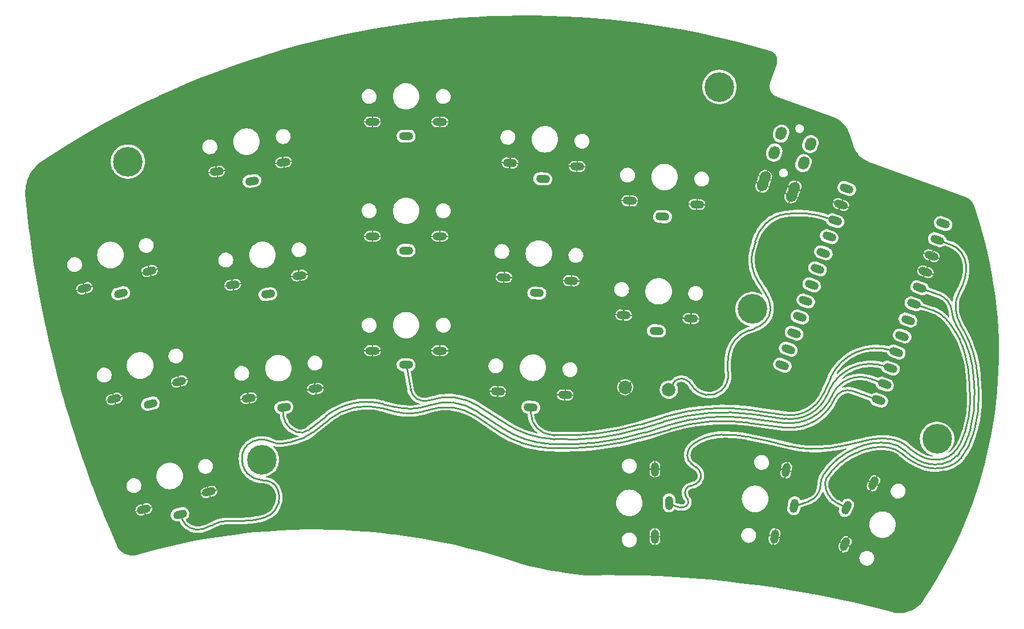
<source format=gbr>
%TF.GenerationSoftware,KiCad,Pcbnew,7.0.10*%
%TF.CreationDate,2024-03-05T23:28:46+01:00*%
%TF.ProjectId,routes,726f7574-6573-42e6-9b69-6361645f7063,rev?*%
%TF.SameCoordinates,Original*%
%TF.FileFunction,Copper,L2,Bot*%
%TF.FilePolarity,Positive*%
%FSLAX46Y46*%
G04 Gerber Fmt 4.6, Leading zero omitted, Abs format (unit mm)*
G04 Created by KiCad (PCBNEW 7.0.10) date 2024-03-05 23:28:46*
%MOMM*%
%LPD*%
G01*
G04 APERTURE LIST*
G04 Aperture macros list*
%AMHorizOval*
0 Thick line with rounded ends*
0 $1 width*
0 $2 $3 position (X,Y) of the first rounded end (center of the circle)*
0 $4 $5 position (X,Y) of the second rounded end (center of the circle)*
0 Add line between two ends*
20,1,$1,$2,$3,$4,$5,0*
0 Add two circle primitives to create the rounded ends*
1,1,$1,$2,$3*
1,1,$1,$4,$5*%
G04 Aperture macros list end*
%TA.AperFunction,ComponentPad*%
%ADD10C,4.400000*%
%TD*%
%TA.AperFunction,ComponentPad*%
%ADD11HorizOval,1.200000X0.422862X-0.153909X-0.422862X0.153909X0*%
%TD*%
%TA.AperFunction,ComponentPad*%
%ADD12HorizOval,1.600000X0.068404X0.187939X-0.068404X-0.187939X0*%
%TD*%
%TA.AperFunction,ComponentPad*%
%ADD13HorizOval,1.600000X-0.068404X-0.187939X0.068404X0.187939X0*%
%TD*%
%TA.AperFunction,ComponentPad*%
%ADD14HorizOval,1.200000X-0.445621X-0.062628X0.445621X0.062628X0*%
%TD*%
%TA.AperFunction,ComponentPad*%
%ADD15O,2.100000X1.200000*%
%TD*%
%TA.AperFunction,ComponentPad*%
%ADD16HorizOval,1.200000X-0.449383X0.023551X0.449383X-0.023551X0*%
%TD*%
%TA.AperFunction,ComponentPad*%
%ADD17HorizOval,1.200000X-0.078142X-0.443163X0.078142X0.443163X0*%
%TD*%
%TA.AperFunction,ComponentPad*%
%ADD18HorizOval,1.200000X-0.434667X-0.116469X0.434667X0.116469X0*%
%TD*%
%TA.AperFunction,ComponentPad*%
%ADD19C,2.000000*%
%TD*%
%TA.AperFunction,ComponentPad*%
%ADD20HorizOval,1.200000X0.190178X0.407839X-0.190178X-0.407839X0*%
%TD*%
%TA.AperFunction,ComponentPad*%
%ADD21O,1.200000X2.100000*%
%TD*%
%TA.AperFunction,Conductor*%
%ADD22C,0.250000*%
%TD*%
G04 APERTURE END LIST*
D10*
%TO.P,,*%
%TO.N,*%
X151400000Y-95700000D03*
%TD*%
D11*
%TO.P,U1,1*%
%TO.N,Switch18*%
X179700000Y-83000000D03*
%TO.P,U1,2*%
%TO.N,Switch15*%
X178831269Y-85386820D03*
%TO.P,U1,3*%
%TO.N,gnd*%
X177962538Y-87773638D03*
%TO.P,U1,4*%
X177093807Y-90160458D03*
%TO.P,U1,5*%
%TO.N,Switch16*%
X176225076Y-92547277D03*
%TO.P,U1,6*%
%TO.N,Switch17*%
X175356344Y-94934096D03*
%TO.P,U1,7*%
%TO.N,Switch9*%
X174487614Y-97320914D03*
%TO.P,U1,8*%
%TO.N,Switch10*%
X173618882Y-99707735D03*
%TO.P,U1,9*%
%TO.N,Switch11*%
X172750151Y-102094554D03*
%TO.P,U1,10*%
%TO.N,Switch12*%
X171881420Y-104481373D03*
%TO.P,U1,11*%
%TO.N,Switch13*%
X171012689Y-106868192D03*
%TO.P,U1,12*%
%TO.N,Switch14*%
X170143957Y-109255013D03*
%TO.P,U1,13*%
%TO.N,Switch8*%
X155841836Y-104049465D03*
%TO.P,U1,14*%
%TO.N,Switch7*%
X156710568Y-101662646D03*
%TO.P,U1,15*%
%TO.N,Switch6*%
X157579298Y-99275826D03*
%TO.P,U1,16*%
%TO.N,Switch5*%
X158448029Y-96889007D03*
%TO.P,U1,17*%
%TO.N,Switch4*%
X159316760Y-94502188D03*
%TO.P,U1,18*%
%TO.N,Switch3*%
X160185492Y-92115369D03*
%TO.P,U1,19*%
%TO.N,Switch2*%
X161054223Y-89728549D03*
%TO.P,U1,20*%
%TO.N,Switch1*%
X161922954Y-87341730D03*
%TO.P,U1,21*%
%TO.N,vcc*%
X162791685Y-84954911D03*
%TO.P,U1,22*%
%TO.N,reset*%
X163660416Y-82568092D03*
%TO.P,U1,23*%
%TO.N,gnd*%
X164529147Y-80181272D03*
%TO.P,U1,24*%
%TO.N,raw*%
X165397879Y-77794453D03*
%TD*%
D12*
%TO.P,J2,R1*%
%TO.N,Switch18*%
X154624171Y-72447981D03*
D13*
X158981788Y-74012741D03*
D12*
%TO.P,J2,R2*%
%TO.N,vcc*%
X155650231Y-69628903D03*
D13*
X160007849Y-71193663D03*
%TO.P,J2,S*%
%TO.N,gnd*%
X152914899Y-77231880D03*
D12*
X157202454Y-78813706D03*
%TO.P,J2,T*%
X153256090Y-76206752D03*
D13*
X157613708Y-77771511D03*
%TD*%
D14*
%TO.P,SW13,1*%
%TO.N,Switch13*%
X81865943Y-110334557D03*
%TO.P,SW13,2*%
%TO.N,gnd*%
X76622339Y-108950859D03*
X86525020Y-107559128D03*
%TD*%
D15*
%TO.P,SW12,1*%
%TO.N,Switch12*%
X100000000Y-104000000D03*
%TO.P,SW12,2*%
%TO.N,gnd*%
X95000000Y-101900000D03*
X105000000Y-101900000D03*
%TD*%
D16*
%TO.P,SW6,1*%
%TO.N,Switch6*%
X137163396Y-98958908D03*
%TO.P,SW6,2*%
%TO.N,gnd*%
X132280154Y-96600106D03*
X142266449Y-97123466D03*
%TD*%
D17*
%TO.P,SW16,1*%
%TO.N,Switch16*%
X157607582Y-124934414D03*
%TO.P,SW16,2*%
%TO.N,gnd*%
X154671245Y-129493792D03*
X156407726Y-119645714D03*
%TD*%
D14*
%TO.P,SW4,1*%
%TO.N,Switch4*%
X77134057Y-76665443D03*
%TO.P,SW4,2*%
%TO.N,gnd*%
X71890453Y-75281745D03*
X81793134Y-73890014D03*
%TD*%
D18*
%TO.P,SW14,1*%
%TO.N,Switch14*%
X66439924Y-126210739D03*
%TO.P,SW14,2*%
%TO.N,gnd*%
X61066775Y-125476390D03*
X70726034Y-122888200D03*
%TD*%
D10*
%TO.P,,*%
%TO.N,*%
X58700000Y-73800000D03*
%TD*%
D14*
%TO.P,SW9,1*%
%TO.N,Switch9*%
X79500000Y-93500000D03*
%TO.P,SW9,2*%
%TO.N,gnd*%
X74256396Y-92116302D03*
X84159077Y-90724571D03*
%TD*%
D16*
%TO.P,SW2,1*%
%TO.N,Switch2*%
X120286659Y-76358740D03*
%TO.P,SW2,2*%
%TO.N,gnd*%
X115403417Y-73999938D03*
X125389712Y-74523298D03*
%TD*%
D10*
%TO.P,,*%
%TO.N,*%
X146500000Y-62700000D03*
%TD*%
%TO.P,,*%
%TO.N,*%
X178800000Y-115000000D03*
%TD*%
D19*
%TO.P,RSW2,1*%
%TO.N,reset*%
X138995546Y-107670092D03*
%TO.P,RSW2,2*%
%TO.N,gnd*%
X132504454Y-107329908D03*
%TD*%
D20*
%TO.P,SW15,1*%
%TO.N,Switch15*%
X165350000Y-125250000D03*
%TO.P,SW15,2*%
%TO.N,gnd*%
X169366338Y-121605960D03*
X165140155Y-130669038D03*
%TD*%
D18*
%TO.P,SW5,1*%
%TO.N,Switch5*%
X57640076Y-93369261D03*
%TO.P,SW5,2*%
%TO.N,gnd*%
X52266927Y-92634912D03*
X61926186Y-90046722D03*
%TD*%
D10*
%TO.P,,*%
%TO.N,*%
X78600000Y-118100000D03*
%TD*%
D16*
%TO.P,SW7,1*%
%TO.N,Switch7*%
X119396947Y-93335442D03*
%TO.P,SW7,2*%
%TO.N,gnd*%
X114513705Y-90976640D03*
X124500000Y-91500000D03*
%TD*%
D15*
%TO.P,SW8,1*%
%TO.N,Switch8*%
X100000000Y-87000000D03*
%TO.P,SW8,2*%
%TO.N,gnd*%
X95000000Y-84900000D03*
X105000000Y-84900000D03*
%TD*%
D16*
%TO.P,SW1,1*%
%TO.N,Switch1*%
X138053107Y-81982206D03*
%TO.P,SW1,2*%
%TO.N,gnd*%
X133169865Y-79623404D03*
X143156160Y-80146764D03*
%TD*%
D15*
%TO.P,SW3,1*%
%TO.N,Switch3*%
X100000000Y-70000000D03*
%TO.P,SW3,2*%
%TO.N,gnd*%
X95000000Y-67900000D03*
X105000000Y-67900000D03*
%TD*%
D18*
%TO.P,SW10,1*%
%TO.N,Switch10*%
X62040000Y-109790000D03*
%TO.P,SW10,2*%
%TO.N,gnd*%
X56666851Y-109055651D03*
X66326110Y-106467461D03*
%TD*%
D21*
%TO.P,SW17,1*%
%TO.N,Switch17*%
X139026310Y-124510908D03*
%TO.P,SW17,2*%
%TO.N,gnd*%
X136926310Y-129510908D03*
X136926310Y-119510908D03*
%TD*%
D16*
%TO.P,SW11,1*%
%TO.N,Switch11*%
X118507236Y-110312144D03*
%TO.P,SW11,2*%
%TO.N,gnd*%
X113623994Y-107953342D03*
X123610289Y-108476702D03*
%TD*%
D22*
%TO.N,reset*%
X153346819Y-83027563D02*
G75*
G03*
X151787788Y-85700704I4084281J-4173237D01*
G01*
X156214557Y-81597806D02*
G75*
G03*
X153346829Y-83027573I781543J-5158394D01*
G01*
X148864164Y-100242589D02*
G75*
G03*
X147880083Y-102315560I3456236J-2910811D01*
G01*
X150933161Y-98846056D02*
G75*
G03*
X148864147Y-100242575I1419939J-4334644D01*
G01*
X154076719Y-95781760D02*
G75*
G03*
X153692724Y-94011490I-3831119J95760D01*
G01*
X146752693Y-107852390D02*
G75*
G03*
X147771976Y-105298643I-1861293J2223190D01*
G01*
X147879684Y-102317678D02*
G75*
G03*
X147771976Y-105298643I9783416J-1845922D01*
G01*
X151666981Y-98605637D02*
G75*
G03*
X153294492Y-97605506I-1279881J3907037D01*
G01*
X153294498Y-97605512D02*
G75*
G03*
X154076706Y-95781760I-1890398J1890412D01*
G01*
X151456945Y-86945343D02*
G75*
G03*
X151335150Y-89280328I5478955J-1456457D01*
G01*
X142373434Y-107015981D02*
G75*
G03*
X144395791Y-108420220I2484466J1419681D01*
G01*
X144573777Y-108449387D02*
G75*
G03*
X146752696Y-107852393I437923J2676487D01*
G01*
X153692725Y-94011489D02*
G75*
G03*
X152672322Y-92267466I-11779525J-5721511D01*
G01*
X151335213Y-89280830D02*
G75*
G03*
X152340081Y-91788646I5968287J936230D01*
G01*
X141457153Y-106178919D02*
G75*
G03*
X139609815Y-106718828I-611553J-1337881D01*
G01*
X142373424Y-107015987D02*
G75*
G03*
X141457128Y-106178973I-1758224J-1004713D01*
G01*
X162633761Y-82205797D02*
G75*
G03*
X156214555Y-81597796I-4426561J-12544503D01*
G01*
X151787787Y-85700704D02*
X151456935Y-86945340D01*
X147880083Y-102315560D02*
X147879683Y-102317678D01*
X151666983Y-98605643D02*
X150933154Y-98846036D01*
X151335149Y-89280328D02*
X151335228Y-89280828D01*
X152340081Y-91788646D02*
X152672323Y-92267466D01*
X163660416Y-82568092D02*
X162633755Y-82205813D01*
X144573784Y-108449346D02*
X144395791Y-108420220D01*
X139609815Y-106718828D02*
X138995546Y-107670092D01*
%TO.N,Switch17*%
X141368387Y-122931183D02*
G75*
G03*
X141755992Y-123944989I1778013J98783D01*
G01*
X141573278Y-122356391D02*
G75*
G03*
X141368331Y-122929949I578222J-530009D01*
G01*
X142629759Y-115740725D02*
G75*
G03*
X141729215Y-117539395I1236541J-1743875D01*
G01*
X142374090Y-121905150D02*
G75*
G03*
X141573296Y-122356406I290310J-1451350D01*
G01*
X153508822Y-115252137D02*
G75*
G03*
X153491105Y-115248183I-118422J-488963D01*
G01*
X156842607Y-116060322D02*
G75*
G03*
X160103492Y-116488906I3622593J14943022D01*
G01*
X143737038Y-120235137D02*
G75*
G03*
X143013811Y-119169770I-1625138J-325063D01*
G01*
X141729178Y-117539396D02*
G75*
G03*
X142430287Y-118791268I1538722J39496D01*
G01*
X160102778Y-116488884D02*
G75*
G03*
X165226589Y-115945328I470322J19987984D01*
G01*
X141827080Y-124065035D02*
G75*
G03*
X141755992Y-123944989I-461580J-192265D01*
G01*
X142557824Y-121868463D02*
G75*
G03*
X143508286Y-121263754I-306124J1530463D01*
G01*
X143508273Y-121263745D02*
G75*
G03*
X143737027Y-120235139I-1049073J773045D01*
G01*
X139580049Y-124832265D02*
G75*
G03*
X141129086Y-125174627I1312151J2261365D01*
G01*
X141129085Y-125174616D02*
G75*
G03*
X141607588Y-124974349I-77985J858116D01*
G01*
X141607589Y-124974350D02*
G75*
G03*
X141827095Y-124065029I-511589J604650D01*
G01*
X146680136Y-114373994D02*
G75*
G03*
X142629755Y-115740720I253464J-7436306D01*
G01*
X150977190Y-114734579D02*
G75*
G03*
X146680135Y-114373972I-3671990J-17973521D01*
G01*
X153491105Y-115248183D02*
X150977188Y-114734587D01*
X160102778Y-116488889D02*
X160103492Y-116488906D01*
X142430287Y-118791268D02*
X143013811Y-119169769D01*
X167734807Y-115345052D02*
X165226589Y-115945328D01*
X141368330Y-122929949D02*
X141368399Y-122931182D01*
X156842605Y-116060329D02*
X153508822Y-115252139D01*
X139580064Y-124832239D02*
X139026310Y-124510908D01*
X142557819Y-121868436D02*
X142374096Y-121905180D01*
X175356344Y-94934096D02*
X178069424Y-95827646D01*
X181524042Y-99123303D02*
G75*
G03*
X180017680Y-97065779I-8949142J-4971697D01*
G01*
X182576549Y-101249251D02*
G75*
G03*
X182119828Y-100195689I-5583649J-1794749D01*
G01*
X181524054Y-99123296D02*
X182119828Y-100195689D01*
X182577523Y-101252294D02*
X182937991Y-102373746D01*
X183430632Y-104675745D02*
G75*
G03*
X182937991Y-102373746I-11698132J-1299755D01*
G01*
X183507508Y-111658705D02*
G75*
G03*
X183700000Y-109523552I-11741608J2134805D01*
G01*
X183507509Y-111658705D02*
X183504165Y-111677096D01*
X182972040Y-113893201D02*
G75*
G03*
X183504164Y-111677096I-19570340J5871101D01*
G01*
X183430639Y-104675744D02*
X183432365Y-104691277D01*
X182972040Y-113893201D02*
X182969993Y-113900023D01*
X171689752Y-114986219D02*
X171684593Y-114985574D01*
X173432903Y-115484414D02*
G75*
G03*
X171689752Y-114986219I-2476003J-5364686D01*
G01*
X170310934Y-114934453D02*
X170309768Y-114934511D01*
X174277614Y-116048554D02*
G75*
G03*
X176297332Y-117509629I7111486J7704054D01*
G01*
X182279797Y-115640418D02*
G75*
G03*
X182969993Y-113900023I-9737297J4868618D01*
G01*
X170309767Y-114934500D02*
G75*
G03*
X167734807Y-115345052I603233J-12063700D01*
G01*
X173434364Y-115485091D02*
X173432902Y-115484416D01*
X171684592Y-114985580D02*
G75*
G03*
X170310934Y-114934454I-979392J-7834920D01*
G01*
X182576545Y-101249252D02*
X182577523Y-101252294D01*
X183700005Y-109523552D02*
G75*
G03*
X183432365Y-104691277I-43758305J-48D01*
G01*
X177793368Y-118032227D02*
X177791394Y-118031899D01*
X174276817Y-116047854D02*
G75*
G03*
X173434364Y-115485092I-2204417J-2388046D01*
G01*
X176298013Y-117510007D02*
X176297332Y-117509629D01*
X180017298Y-97065375D02*
X180017680Y-97065779D01*
X176298721Y-117510401D02*
X176298013Y-117510007D01*
X181299426Y-117000574D02*
X181219543Y-117080457D01*
X180017294Y-97065379D02*
G75*
G03*
X178069424Y-95827646I-3418994J-3229021D01*
G01*
X176298716Y-117510411D02*
G75*
G03*
X177791394Y-118031899I2256484J4061811D01*
G01*
X177930868Y-118055144D02*
X177793368Y-118032227D01*
X177930865Y-118055162D02*
G75*
G03*
X179648981Y-117964174I653735J3922562D01*
G01*
X181299416Y-117000564D02*
G75*
G03*
X182279793Y-115640416I-3700916J3700964D01*
G01*
X179755820Y-117934496D02*
X179648981Y-117964174D01*
X174277608Y-116048560D02*
X174276829Y-116047841D01*
X179755821Y-117934498D02*
G75*
G03*
X181219543Y-117080457I-891521J3209298D01*
G01*
%TO.N,Switch15*%
X175522288Y-118561144D02*
X175975674Y-118787836D01*
X179894525Y-119237706D02*
X179393833Y-119316762D01*
%TO.N,Switch16*%
X179320734Y-118739283D02*
X179573131Y-118701051D01*
X184202653Y-105685695D02*
G75*
G03*
X182248213Y-99179679I-14639153J-851105D01*
G01*
X180978530Y-95985467D02*
G75*
G03*
X181712377Y-98255822I5616570J561667D01*
G01*
X166571696Y-116446894D02*
G75*
G03*
X161962015Y-120306978I4266604J-9777606D01*
G01*
X173962098Y-116711446D02*
G75*
G03*
X176046560Y-118194512I6302802J6652246D01*
G01*
X182038538Y-117144603D02*
G75*
G03*
X183414307Y-114563733I-5398938J4535103D01*
G01*
X183766857Y-113341548D02*
G75*
G03*
X184346470Y-108159287I-14854457J4284948D01*
G01*
X176054602Y-118198676D02*
G75*
G03*
X179320734Y-118739282I2464398J4752276D01*
G01*
X179573125Y-118701014D02*
G75*
G03*
X181763054Y-117472553I-532425J3515314D01*
G01*
X171686050Y-115627099D02*
G75*
G03*
X166901889Y-116302812I-1176750J-8942601D01*
G01*
X173962101Y-116711443D02*
G75*
G03*
X171686048Y-115627112I-2808801J-2964857D01*
G01*
%TO.N,Switch15*%
X175975675Y-118787834D02*
G75*
G03*
X179393833Y-119316762I2534325J5068634D01*
G01*
X179894523Y-119237695D02*
G75*
G03*
X182362749Y-117818443I-621423J3936595D01*
G01*
X173831851Y-117412705D02*
G75*
G03*
X175522288Y-118561143I5132149J5735905D01*
G01*
X184814565Y-105833261D02*
G75*
G03*
X182751598Y-98849362I-15957865J-917139D01*
G01*
X181561706Y-95755204D02*
G75*
G03*
X182319134Y-98088820I6042194J671404D01*
G01*
X182153295Y-93044520D02*
G75*
G03*
X181561690Y-95755206I3719505J-2231680D01*
G01*
X182153312Y-93044531D02*
G75*
G03*
X183107615Y-89267549I-5784312J3470531D01*
G01*
X183107641Y-89267548D02*
G75*
G03*
X180772228Y-86091357I-3546841J-161252D01*
G01*
X182363264Y-117817823D02*
G75*
G03*
X184115153Y-114411107I-7165864J5838823D01*
G01*
X184452844Y-113172954D02*
G75*
G03*
X184958874Y-108344431I-14535044J3964054D01*
G01*
X173604873Y-117209644D02*
G75*
G03*
X171494099Y-116258129I-2559273J-2860356D01*
G01*
X171494099Y-116258129D02*
G75*
G03*
X167265492Y-116860754I-975599J-8291571D01*
G01*
%TO.N,Switch16*%
X180978478Y-95985472D02*
G75*
G03*
X179112376Y-93590334I-2833778J-283328D01*
G01*
%TO.N,Switch15*%
X166963983Y-116988357D02*
G75*
G03*
X162395782Y-120801176I3983517J-9415743D01*
G01*
%TO.N,Switch16*%
X159720274Y-124264366D02*
G75*
G03*
X161500000Y-121832934I-771074J2431466D01*
G01*
X161961998Y-120306967D02*
G75*
G03*
X161500000Y-121832934I2289002J-1525933D01*
G01*
%TO.N,Switch15*%
X162185786Y-121456556D02*
G75*
G03*
X164012769Y-124571098I3340414J-133644D01*
G01*
X162395770Y-120801168D02*
G75*
G03*
X162185738Y-121456554I1077430J-706632D01*
G01*
X182363260Y-117817819D02*
X182362750Y-117818444D01*
X173831849Y-117412707D02*
X173604883Y-117209633D01*
X184814555Y-105833262D02*
X184958875Y-108344431D01*
X178831269Y-85386820D02*
X180772228Y-86091356D01*
X184452831Y-113172951D02*
X184115153Y-114411107D01*
X182319133Y-98088820D02*
X182751598Y-98849362D01*
X167265492Y-116860754D02*
X166963968Y-116988322D01*
X164012769Y-124571098D02*
X165350000Y-125250000D01*
%TO.N,Switch16*%
X184202657Y-105685695D02*
X184346470Y-108159287D01*
X181712377Y-98255822D02*
X182248214Y-99179679D01*
X176054599Y-118198681D02*
X176046560Y-118194512D01*
X182038536Y-117144601D02*
X181763055Y-117472554D01*
X166901889Y-116302812D02*
X166571697Y-116446896D01*
X183766861Y-113341549D02*
X183414308Y-114563733D01*
X176225076Y-92547277D02*
X179112376Y-93590334D01*
X159720287Y-124264406D02*
X157607582Y-124934414D01*
%TO.N,Switch14*%
X78172644Y-115102714D02*
G75*
G03*
X76481715Y-115863032I290756J-2907086D01*
G01*
X73819211Y-127187950D02*
G75*
G03*
X71341519Y-127737164I-300511J-4507750D01*
G01*
X74008545Y-127200572D02*
G75*
G03*
X76979739Y-127088609I950455J14257172D01*
G01*
X76481722Y-115863040D02*
G75*
G03*
X75718708Y-117170496I1753278J-1899560D01*
G01*
X81099650Y-124301281D02*
G75*
G03*
X81057262Y-122912243I-2198350J628081D01*
G01*
X80910315Y-122495993D02*
G75*
G03*
X80166724Y-121560642I-1726515J-609307D01*
G01*
X80166734Y-121560626D02*
G75*
G03*
X78930778Y-121141807I-1473734J-2315974D01*
G01*
X80123500Y-115461750D02*
G75*
G03*
X78172646Y-115102735I-1595800J-3191550D01*
G01*
X80123490Y-115461769D02*
G75*
G03*
X81545027Y-115669621I1026010J2052069D01*
G01*
X78032723Y-126938175D02*
G75*
G03*
X79820344Y-126269189I-629123J4403975D01*
G01*
X79820904Y-126268800D02*
G75*
G03*
X80987649Y-124693224I-1515304J2341900D01*
G01*
X76510376Y-120210386D02*
G75*
G03*
X78412469Y-121096735I2167624J2167586D01*
G01*
X75784769Y-119011215D02*
G75*
G03*
X76510381Y-120210381I2799931J875115D01*
G01*
X75718693Y-117170493D02*
G75*
G03*
X75784757Y-119011219I3397607J-799607D01*
G01*
X83053610Y-115405614D02*
G75*
G03*
X86188116Y-113997113I-1201510J6865914D01*
G01*
X66737964Y-126927247D02*
G75*
G03*
X69764050Y-128403019I2349436J977147D01*
G01*
X69764052Y-128403027D02*
G75*
G03*
X71168936Y-127832085I-1729752J6270227D01*
G01*
X78032724Y-126938183D02*
X76979739Y-127088609D01*
X83053611Y-115405621D02*
X81545027Y-115669621D01*
X74008545Y-127200570D02*
X73819211Y-127187947D01*
X79820916Y-126268819D02*
X79820344Y-126269189D01*
X81099635Y-124301277D02*
X80987650Y-124693224D01*
X80910347Y-122495982D02*
X81057262Y-122912243D01*
X71341519Y-127737164D02*
X71168936Y-127832085D01*
X78412469Y-121096736D02*
X78930778Y-121141807D01*
X66737931Y-126927261D02*
X66439924Y-126210739D01*
X113981489Y-114031265D02*
G75*
G03*
X120835442Y-116329368I7708411J11620065D01*
G01*
X120835442Y-116329364D02*
G75*
G03*
X135845208Y-114560606I2606658J42450964D01*
G01*
X150732452Y-112577651D02*
G75*
G03*
X139271694Y-113515947I-3574152J-26806249D01*
G01*
X98276654Y-110932934D02*
G75*
G03*
X103259772Y-110727177I2158646J8165534D01*
G01*
X110307189Y-111593902D02*
G75*
G03*
X103259772Y-110727178I-4391089J-6619398D01*
G01*
X96414103Y-110440548D02*
G75*
G03*
X88606193Y-112075901I-2273803J-8600752D01*
G01*
X156037658Y-113285047D02*
G75*
G03*
X163583610Y-109050483I952442J7143447D01*
G01*
X166304354Y-107881311D02*
G75*
G03*
X163583612Y-109050483I-732154J-2046489D01*
G01*
%TO.N,Switch13*%
X114395200Y-113450251D02*
G75*
G03*
X121213037Y-115736283I7705900J11672251D01*
G01*
%TO.N,Switch12*%
X100658057Y-107649648D02*
G75*
G03*
X103446542Y-109267355I2081243J375348D01*
G01*
%TO.N,Switch13*%
X169085842Y-106109269D02*
G75*
G03*
X163220744Y-108514735I-1678242J-4261031D01*
G01*
%TO.N,Switch12*%
X110736351Y-110115923D02*
G75*
G03*
X103446542Y-109267357I-4508051J-6990777D01*
G01*
X114877397Y-112786324D02*
G75*
G03*
X121709531Y-115011973I7636003J11841224D01*
G01*
X171114410Y-104215521D02*
G75*
G03*
X162765720Y-107807772I-2207310J-6367679D01*
G01*
%TO.N,Switch13*%
X121213038Y-115736274D02*
G75*
G03*
X135468564Y-114019651I2500162J39287774D01*
G01*
X98301467Y-110235939D02*
G75*
G03*
X103432195Y-110015741I2200533J8610839D01*
G01*
X110530569Y-110898824D02*
G75*
G03*
X103432195Y-110015743I-4440969J-6726776D01*
G01*
%TO.N,Switch12*%
X122063332Y-115032176D02*
G75*
G03*
X134663702Y-113509294I2052068J35910476D01*
G01*
%TO.N,Switch11*%
X156258431Y-111420605D02*
G75*
G03*
X161902042Y-108320451I767769J5289305D01*
G01*
%TO.N,Switch13*%
X81849294Y-110394544D02*
G75*
G03*
X83763239Y-113987746I2848706J-788956D01*
G01*
X151007967Y-111937873D02*
G75*
G03*
X138821551Y-112970558I-3769967J-27932227D01*
G01*
X155986404Y-112609782D02*
G75*
G03*
X163190687Y-108582554I919496J6812582D01*
G01*
X83763238Y-113987751D02*
G75*
G03*
X85474190Y-113687100I577462J1732451D01*
G01*
X96560338Y-109791001D02*
G75*
G03*
X88128645Y-111585656I-2404338J-9408199D01*
G01*
%TO.N,Switch11*%
X118505729Y-111104858D02*
G75*
G03*
X121641225Y-114407061I3300271J-6042D01*
G01*
%TO.N,Switch12*%
X151628742Y-111350831D02*
G75*
G03*
X138208523Y-112421926I-4292442J-30827569D01*
G01*
X156224033Y-111990678D02*
G75*
G03*
X162419502Y-108573865I814367J5848678D01*
G01*
%TO.N,Switch11*%
X172114764Y-101881817D02*
G75*
G03*
X163000711Y-105873420I-2353564J-7026983D01*
G01*
X122027755Y-114426398D02*
G75*
G03*
X134693763Y-112844226I1838545J36771298D01*
G01*
X151466447Y-110724969D02*
G75*
G03*
X138263281Y-111745915I-4332947J-29849131D01*
G01*
%TO.N,Switch14*%
X88606193Y-112075901D02*
X86188117Y-113997114D01*
X156037661Y-113285022D02*
X150732451Y-112577661D01*
X139271694Y-113515947D02*
X135845208Y-114560607D01*
X170143957Y-109255013D02*
X166304351Y-107881318D01*
X113981480Y-114031279D02*
X110307200Y-111593885D01*
X98276660Y-110932911D02*
X96414112Y-110440513D01*
%TO.N,Switch11*%
X172750151Y-102094554D02*
X172114786Y-101881752D01*
X122027755Y-114426388D02*
X121641225Y-114407062D01*
%TO.N,Switch12*%
X122063331Y-115032190D02*
X121709531Y-115011973D01*
%TO.N,Switch13*%
X98301469Y-110235931D02*
X96560344Y-109790977D01*
X114395210Y-113450236D02*
X110530570Y-110898823D01*
X138821551Y-112970558D02*
X135468564Y-114019652D01*
X163220744Y-108514735D02*
X163190687Y-108582554D01*
X171012689Y-106868192D02*
X169085840Y-106109273D01*
X155986399Y-112609820D02*
X151007965Y-111937884D01*
X81849326Y-110394553D02*
X81865943Y-110334557D01*
X88128645Y-111585656D02*
X85474190Y-113687100D01*
%TO.N,Switch12*%
X156224032Y-111990688D02*
X151628741Y-111350837D01*
X114877381Y-112786349D02*
X110736332Y-110115952D01*
X171881420Y-104481373D02*
X171114417Y-104215500D01*
X100658130Y-107649635D02*
X100000000Y-104000000D01*
X162765719Y-107807772D02*
X162419503Y-108573865D01*
X138208523Y-112421925D02*
X134663702Y-113509294D01*
%TO.N,Switch11*%
X156258435Y-111420579D02*
X151466447Y-110724968D01*
X138263281Y-111745914D02*
X134693763Y-112844227D01*
X163000710Y-105873420D02*
X161902042Y-108320451D01*
X118505779Y-111104858D02*
X118507236Y-110312144D01*
%TD*%
%TA.AperFunction,Conductor*%
%TO.N,gnd*%
G36*
X119076003Y-52092821D02*
G01*
X119076933Y-52092832D01*
X121287269Y-52136461D01*
X121288281Y-52136490D01*
X123497597Y-52217865D01*
X123498537Y-52217908D01*
X125706061Y-52337001D01*
X125707030Y-52337061D01*
X127912239Y-52493842D01*
X127913303Y-52493927D01*
X130115407Y-52688340D01*
X130116470Y-52688443D01*
X130929289Y-52774216D01*
X132314953Y-52920439D01*
X132315986Y-52920557D01*
X134510299Y-53190082D01*
X134511147Y-53190193D01*
X136700647Y-53497172D01*
X136701538Y-53497305D01*
X138885342Y-53841613D01*
X138886271Y-53841768D01*
X141063885Y-54223325D01*
X141064850Y-54223502D01*
X143235640Y-54642197D01*
X143236564Y-54642383D01*
X145399878Y-55098092D01*
X145400832Y-55098301D01*
X147556030Y-55590886D01*
X147557029Y-55591124D01*
X149703419Y-56120427D01*
X149704371Y-56120670D01*
X151841553Y-56686593D01*
X151842433Y-56686834D01*
X153966820Y-57288378D01*
X153972469Y-57290273D01*
X154171852Y-57367930D01*
X154179753Y-57371664D01*
X154365154Y-57475721D01*
X154372461Y-57480523D01*
X154541522Y-57609436D01*
X154548088Y-57615213D01*
X154697496Y-57766457D01*
X154703191Y-57773092D01*
X154830034Y-57943717D01*
X154834742Y-57951074D01*
X154870271Y-58016228D01*
X154936530Y-58137738D01*
X154940169Y-58145690D01*
X155014902Y-58344721D01*
X155017396Y-58353102D01*
X155063620Y-58560622D01*
X155064919Y-58569270D01*
X155081725Y-58781203D01*
X155081805Y-58789948D01*
X155068866Y-59002161D01*
X155067725Y-59010827D01*
X155025354Y-59218847D01*
X155023081Y-59227080D01*
X154025966Y-62065271D01*
X154025150Y-62066815D01*
X154020214Y-62081619D01*
X154019893Y-62082557D01*
X154017063Y-62090612D01*
X154016568Y-62092704D01*
X153984057Y-62190163D01*
X153984055Y-62190172D01*
X153942766Y-62413822D01*
X153942765Y-62413828D01*
X153932911Y-62641036D01*
X153954684Y-62867432D01*
X154007665Y-63088616D01*
X154090816Y-63300285D01*
X154090822Y-63300297D01*
X154090823Y-63300299D01*
X154179890Y-63458216D01*
X154202551Y-63498393D01*
X154202555Y-63498400D01*
X154340692Y-63679072D01*
X154502567Y-63838830D01*
X154502567Y-63838831D01*
X154538777Y-63865768D01*
X154685048Y-63974581D01*
X154884600Y-64083694D01*
X154927798Y-64100000D01*
X154980845Y-64120024D01*
X154982090Y-64120629D01*
X154990820Y-64123796D01*
X154991470Y-64124036D01*
X154998740Y-64126782D01*
X154998740Y-64126781D01*
X155006637Y-64129764D01*
X155008049Y-64130045D01*
X162826769Y-66966247D01*
X163367733Y-67162479D01*
X163367732Y-67162481D01*
X163367747Y-67162484D01*
X163371122Y-67163709D01*
X163373728Y-67164722D01*
X163700537Y-67300220D01*
X163705635Y-67302608D01*
X164017677Y-67466309D01*
X164022525Y-67469137D01*
X164220659Y-67597045D01*
X164318580Y-67660259D01*
X164323168Y-67663522D01*
X164600822Y-67880506D01*
X164605081Y-67884155D01*
X164812939Y-68079142D01*
X164862078Y-68125238D01*
X164866003Y-68129266D01*
X165082965Y-68373060D01*
X165100266Y-68392500D01*
X165103815Y-68396869D01*
X165313438Y-68680110D01*
X165316580Y-68684782D01*
X165499861Y-68985730D01*
X165502569Y-68990665D01*
X165658035Y-69306898D01*
X165660286Y-69312052D01*
X165700700Y-69417240D01*
X165787061Y-69642024D01*
X165788012Y-69644675D01*
X166355718Y-71347792D01*
X166355715Y-71347830D01*
X166421479Y-71545016D01*
X166505819Y-71738090D01*
X166566750Y-71877576D01*
X166741350Y-72195715D01*
X166741357Y-72195725D01*
X166943863Y-72496854D01*
X167172652Y-72778556D01*
X167172665Y-72778571D01*
X167416598Y-73029026D01*
X167425853Y-73038528D01*
X167671539Y-73249063D01*
X167701424Y-73274672D01*
X167876444Y-73399200D01*
X167997111Y-73485056D01*
X167997113Y-73485057D01*
X167997121Y-73485063D01*
X168176219Y-73589595D01*
X168310533Y-73667989D01*
X168310536Y-73667990D01*
X168310542Y-73667994D01*
X168493005Y-73753499D01*
X168639142Y-73821982D01*
X168798479Y-73879838D01*
X168798504Y-73879850D01*
X168804928Y-73882181D01*
X168804929Y-73882182D01*
X183029555Y-79044661D01*
X183058850Y-79055293D01*
X183064698Y-79057758D01*
X183270301Y-79157080D01*
X183276057Y-79160246D01*
X183437118Y-79260244D01*
X183470183Y-79280773D01*
X183475583Y-79284534D01*
X183655935Y-79424861D01*
X183660900Y-79429164D01*
X183825448Y-79587713D01*
X183829937Y-79592521D01*
X183950747Y-79736431D01*
X183976854Y-79767530D01*
X183980821Y-79772798D01*
X183991303Y-79788360D01*
X184108462Y-79962303D01*
X184111854Y-79967962D01*
X184217585Y-80167560D01*
X184221541Y-80176736D01*
X184723724Y-81656906D01*
X184724184Y-81658314D01*
X184750309Y-81741781D01*
X185192834Y-83155613D01*
X185193260Y-83157034D01*
X185626202Y-84664969D01*
X185626595Y-84666401D01*
X186023619Y-86184238D01*
X186023977Y-86185678D01*
X186384839Y-87712486D01*
X186385163Y-87713935D01*
X186611543Y-88784741D01*
X186701307Y-89209341D01*
X186709661Y-89248854D01*
X186709950Y-89250304D01*
X186817872Y-89828296D01*
X186997917Y-90792552D01*
X186998172Y-90794014D01*
X187249426Y-92342610D01*
X187249647Y-92344078D01*
X187464067Y-93898280D01*
X187464252Y-93899753D01*
X187641699Y-95458561D01*
X187641849Y-95460038D01*
X187782226Y-97022572D01*
X187782342Y-97024051D01*
X187885580Y-98589565D01*
X187885660Y-98591047D01*
X187951693Y-100158566D01*
X187951737Y-100160050D01*
X187980527Y-101728610D01*
X187980537Y-101730094D01*
X187972069Y-103298981D01*
X187972043Y-103300465D01*
X187926325Y-104868623D01*
X187926265Y-104870106D01*
X187843318Y-106436820D01*
X187843222Y-106438302D01*
X187723093Y-108002612D01*
X187722961Y-108004090D01*
X187565727Y-109565022D01*
X187565561Y-109566497D01*
X187371298Y-111123305D01*
X187371097Y-111124775D01*
X187139921Y-112676525D01*
X187139685Y-112677991D01*
X186871723Y-114223833D01*
X186871452Y-114225292D01*
X186566858Y-115764327D01*
X186566552Y-115765780D01*
X186225509Y-117297094D01*
X186225170Y-117298538D01*
X185847835Y-118821423D01*
X185847460Y-118822860D01*
X185434092Y-120336265D01*
X185433684Y-120337692D01*
X184984495Y-121840856D01*
X184984054Y-121842273D01*
X184499267Y-123334435D01*
X184498791Y-123335841D01*
X183978741Y-124815970D01*
X183978233Y-124817364D01*
X183423156Y-126284801D01*
X183422614Y-126286183D01*
X182832870Y-127739965D01*
X182832296Y-127741334D01*
X182208174Y-129180752D01*
X182207567Y-129182107D01*
X181549464Y-130606244D01*
X181548826Y-130607584D01*
X180857049Y-132015777D01*
X180856378Y-132017101D01*
X180131409Y-133408371D01*
X180130708Y-133409679D01*
X179372877Y-134783389D01*
X179372145Y-134784680D01*
X178581897Y-136140026D01*
X178581134Y-136141299D01*
X177758942Y-137477466D01*
X177758149Y-137478721D01*
X176913490Y-138781062D01*
X176912284Y-138782427D01*
X176904353Y-138795111D01*
X176902890Y-138797343D01*
X176687722Y-139110811D01*
X176684498Y-139115101D01*
X176444077Y-139407927D01*
X176440496Y-139411925D01*
X176175840Y-139683045D01*
X176171930Y-139686721D01*
X175885000Y-139934131D01*
X175880789Y-139937457D01*
X175573690Y-140159342D01*
X175569209Y-140162296D01*
X175244196Y-140357024D01*
X175239478Y-140359582D01*
X174898961Y-140525709D01*
X174894042Y-140527852D01*
X174540538Y-140664152D01*
X174535452Y-140665866D01*
X174171562Y-140771336D01*
X174166348Y-140772608D01*
X173794731Y-140846477D01*
X173789427Y-140847296D01*
X173412856Y-140889010D01*
X173407502Y-140889371D01*
X173028747Y-140898627D01*
X173023381Y-140898528D01*
X172650458Y-140875578D01*
X172638070Y-140873553D01*
X171462818Y-140557584D01*
X169086275Y-139956527D01*
X166701032Y-139391003D01*
X164307514Y-138861116D01*
X161906470Y-138367030D01*
X159498331Y-137908833D01*
X157083546Y-137486612D01*
X157083539Y-137486610D01*
X157083534Y-137486610D01*
X154662744Y-137100476D01*
X152236460Y-136750511D01*
X151281345Y-136627266D01*
X149805267Y-136436798D01*
X149805230Y-136436793D01*
X149805224Y-136436793D01*
X147369578Y-136159392D01*
X147369562Y-136159390D01*
X147369532Y-136159387D01*
X144930076Y-135918371D01*
X142487228Y-135713780D01*
X140041598Y-135545668D01*
X137593733Y-135414072D01*
X135144179Y-135319020D01*
X132693545Y-135260537D01*
X132693536Y-135260536D01*
X132693498Y-135260536D01*
X131638545Y-135251108D01*
X130242177Y-135238629D01*
X127790823Y-135253307D01*
X126571040Y-135278818D01*
X126563087Y-135278478D01*
X125196904Y-135132375D01*
X125195415Y-135132197D01*
X123828655Y-134952784D01*
X123827172Y-134952571D01*
X122465120Y-134740431D01*
X122463641Y-134740183D01*
X121107010Y-134495427D01*
X121105538Y-134495143D01*
X119755196Y-134217927D01*
X119753732Y-134217608D01*
X118410437Y-133908089D01*
X118408980Y-133907735D01*
X117075878Y-133566697D01*
X117071085Y-133565264D01*
X116190060Y-133262992D01*
X114409640Y-132691350D01*
X114356673Y-132675496D01*
X167267658Y-132675496D01*
X167277667Y-132885594D01*
X167277667Y-132885600D01*
X167327258Y-133090014D01*
X167414635Y-133281344D01*
X167414637Y-133281346D01*
X167506023Y-133409679D01*
X167536645Y-133452682D01*
X167536649Y-133452688D01*
X167688877Y-133597837D01*
X167715465Y-133614924D01*
X167865830Y-133711557D01*
X168061104Y-133789734D01*
X168267645Y-133829541D01*
X168267647Y-133829541D01*
X168425275Y-133829541D01*
X168425284Y-133829541D01*
X168582205Y-133814557D01*
X168784027Y-133755297D01*
X168970986Y-133658912D01*
X169136326Y-133528888D01*
X169274071Y-133369922D01*
X169379242Y-133187760D01*
X169448038Y-132988987D01*
X169477973Y-132780786D01*
X169467964Y-132570682D01*
X169418374Y-132366270D01*
X169418373Y-132366267D01*
X169330996Y-132174937D01*
X169330995Y-132174936D01*
X169208985Y-132003597D01*
X169208984Y-132003596D01*
X169208982Y-132003593D01*
X169056754Y-131858444D01*
X168934206Y-131779688D01*
X168879802Y-131744725D01*
X168684528Y-131666548D01*
X168477987Y-131626741D01*
X168320348Y-131626741D01*
X168320347Y-131626741D01*
X168163424Y-131641725D01*
X167961615Y-131700981D01*
X167961604Y-131700985D01*
X167774647Y-131797368D01*
X167774643Y-131797371D01*
X167609305Y-131927394D01*
X167609304Y-131927395D01*
X167471563Y-132086356D01*
X167471563Y-132086357D01*
X167471561Y-132086359D01*
X167471561Y-132086360D01*
X167466688Y-132094800D01*
X167366390Y-132268521D01*
X167297593Y-132467298D01*
X167267658Y-132675496D01*
X114356673Y-132675496D01*
X112618261Y-132155157D01*
X110816575Y-131654609D01*
X109005358Y-131189920D01*
X109005334Y-131189914D01*
X109005321Y-131189911D01*
X107185200Y-130761241D01*
X107185199Y-130761240D01*
X107185183Y-130761237D01*
X105356920Y-130368768D01*
X103521229Y-130012653D01*
X103207703Y-129958262D01*
X132021152Y-129958262D01*
X132031161Y-130168360D01*
X132031161Y-130168366D01*
X132080752Y-130372780D01*
X132168129Y-130564110D01*
X132168131Y-130564112D01*
X132231206Y-130652688D01*
X132290139Y-130735448D01*
X132290143Y-130735454D01*
X132442371Y-130880603D01*
X132442373Y-130880604D01*
X132619324Y-130994323D01*
X132814598Y-131072500D01*
X133021139Y-131112307D01*
X133021141Y-131112307D01*
X133178769Y-131112307D01*
X133178778Y-131112307D01*
X133335699Y-131097323D01*
X133371169Y-131086908D01*
X164144977Y-131086908D01*
X164144978Y-131086911D01*
X164167393Y-131265787D01*
X164229053Y-131435198D01*
X164229056Y-131435204D01*
X164326857Y-131586628D01*
X164455915Y-131712507D01*
X164523873Y-131754035D01*
X164523874Y-131754035D01*
X164787931Y-131187761D01*
X164821054Y-131220884D01*
X164922532Y-131268204D01*
X164969192Y-131272286D01*
X164705135Y-131838559D01*
X164705136Y-131838560D01*
X164780629Y-131863924D01*
X164780642Y-131863927D01*
X164960008Y-131881876D01*
X164960011Y-131881875D01*
X165138887Y-131859460D01*
X165308298Y-131797800D01*
X165308304Y-131797797D01*
X165459728Y-131699996D01*
X165585608Y-131570937D01*
X165656030Y-131455699D01*
X165656037Y-131455687D01*
X165822938Y-131097764D01*
X165822938Y-131097763D01*
X165385645Y-130893849D01*
X165470169Y-130712587D01*
X165907461Y-130916500D01*
X165907462Y-130916500D01*
X166074366Y-130558574D01*
X166117382Y-130430541D01*
X166117384Y-130430533D01*
X166135333Y-130251167D01*
X166135332Y-130251165D01*
X166112915Y-130072282D01*
X166051257Y-129902879D01*
X165953449Y-129751443D01*
X165824394Y-129625566D01*
X165756437Y-129584037D01*
X165756435Y-129584038D01*
X165492376Y-130150312D01*
X165459256Y-130117192D01*
X165357778Y-130069873D01*
X165311114Y-130065790D01*
X165575174Y-129499514D01*
X165499672Y-129474148D01*
X165499671Y-129474147D01*
X165320302Y-129456198D01*
X165320300Y-129456199D01*
X165141417Y-129478616D01*
X164972011Y-129540275D01*
X164972005Y-129540278D01*
X164820581Y-129638079D01*
X164694700Y-129767139D01*
X164694698Y-129767141D01*
X164624279Y-129882376D01*
X164624272Y-129882388D01*
X164457370Y-130240310D01*
X164457370Y-130240311D01*
X164894663Y-130444225D01*
X164810140Y-130625487D01*
X164372846Y-130421574D01*
X164372844Y-130421574D01*
X164205949Y-130779487D01*
X164205943Y-130779502D01*
X164162927Y-130907537D01*
X164162926Y-130907538D01*
X164144977Y-131086908D01*
X133371169Y-131086908D01*
X133537521Y-131038063D01*
X133724480Y-130941678D01*
X133889820Y-130811654D01*
X134027565Y-130652688D01*
X134132736Y-130470526D01*
X134201532Y-130271753D01*
X134231467Y-130063552D01*
X134228717Y-130005830D01*
X136126310Y-130005830D01*
X136141432Y-130140048D01*
X136141433Y-130140051D01*
X136200974Y-130310212D01*
X136296885Y-130462854D01*
X136424363Y-130590332D01*
X136577005Y-130686243D01*
X136747167Y-130745784D01*
X136826310Y-130754701D01*
X136826310Y-130129887D01*
X136870326Y-130145908D01*
X136982294Y-130145908D01*
X137026310Y-130129887D01*
X137026310Y-130754700D01*
X137105452Y-130745784D01*
X137275614Y-130686243D01*
X137428256Y-130590332D01*
X137555734Y-130462854D01*
X137651645Y-130310212D01*
X137711186Y-130140051D01*
X137711187Y-130140048D01*
X137726310Y-130005830D01*
X137726310Y-129610908D01*
X137243810Y-129610908D01*
X137243810Y-129410908D01*
X137726310Y-129410908D01*
X137726310Y-129273687D01*
X149736993Y-129273687D01*
X149747002Y-129483785D01*
X149747002Y-129483791D01*
X149796593Y-129688205D01*
X149883970Y-129879535D01*
X149883973Y-129879538D01*
X150005980Y-130050873D01*
X150005984Y-130050879D01*
X150158212Y-130196028D01*
X150198515Y-130221929D01*
X150335165Y-130309748D01*
X150530439Y-130387925D01*
X150736980Y-130427732D01*
X150736982Y-130427732D01*
X150894610Y-130427732D01*
X150894619Y-130427732D01*
X151051540Y-130412748D01*
X151253362Y-130353488D01*
X151440321Y-130257103D01*
X151605661Y-130127079D01*
X151735632Y-129977085D01*
X153789042Y-129977085D01*
X153818128Y-130154991D01*
X153818129Y-130154995D01*
X153886079Y-130321976D01*
X153886082Y-130321982D01*
X153989479Y-130469649D01*
X153989483Y-130469654D01*
X154123151Y-130590613D01*
X154280388Y-130678800D01*
X154280391Y-130678801D01*
X154356780Y-130701325D01*
X154356781Y-130701324D01*
X154465279Y-130086002D01*
X154505845Y-130109423D01*
X154616112Y-130128866D01*
X154662239Y-130120732D01*
X154553742Y-130736053D01*
X154633233Y-130741015D01*
X154811139Y-130711929D01*
X154811143Y-130711928D01*
X154978124Y-130643978D01*
X154978130Y-130643975D01*
X155125797Y-130540578D01*
X155125802Y-130540574D01*
X155246761Y-130406907D01*
X155246761Y-130406906D01*
X155334948Y-130249669D01*
X155334949Y-130249666D01*
X155373145Y-130120125D01*
X155373151Y-130120102D01*
X155441726Y-129731191D01*
X155441725Y-129731189D01*
X154966557Y-129647404D01*
X155001286Y-129450443D01*
X155476454Y-129534229D01*
X155476456Y-129534228D01*
X155545032Y-129145318D01*
X155545032Y-129145312D01*
X155553447Y-129010498D01*
X155524361Y-128832592D01*
X155524360Y-128832588D01*
X155456410Y-128665607D01*
X155456407Y-128665601D01*
X155353010Y-128517934D01*
X155353006Y-128517929D01*
X155219338Y-128396970D01*
X155062101Y-128308783D01*
X155062098Y-128308782D01*
X154985708Y-128286257D01*
X154985707Y-128286258D01*
X154877208Y-128901580D01*
X154836645Y-128878161D01*
X154726378Y-128858718D01*
X154680247Y-128866851D01*
X154788746Y-128251529D01*
X154709257Y-128246568D01*
X154531350Y-128275655D01*
X154364362Y-128343606D01*
X154216692Y-128447004D01*
X154216687Y-128447009D01*
X154095728Y-128580676D01*
X154095728Y-128580677D01*
X154007541Y-128737915D01*
X154007540Y-128737919D01*
X153969345Y-128867454D01*
X153969338Y-128867480D01*
X153900762Y-129256392D01*
X153900763Y-129256393D01*
X154375933Y-129340178D01*
X154341203Y-129537138D01*
X153866034Y-129453353D01*
X153866033Y-129453353D01*
X153797456Y-129842277D01*
X153789042Y-129977085D01*
X151735632Y-129977085D01*
X151743406Y-129968113D01*
X151848577Y-129785951D01*
X151917373Y-129587178D01*
X151947308Y-129378977D01*
X151937299Y-129168873D01*
X151920257Y-129098627D01*
X151903000Y-129027490D01*
X151887709Y-128964461D01*
X151887708Y-128964458D01*
X151800331Y-128773128D01*
X151800330Y-128773127D01*
X151678320Y-128601788D01*
X151678319Y-128601787D01*
X151678317Y-128601784D01*
X151526089Y-128456635D01*
X151355473Y-128346988D01*
X151349137Y-128342916D01*
X151153863Y-128264739D01*
X150947322Y-128224932D01*
X150789683Y-128224932D01*
X150789682Y-128224932D01*
X150632759Y-128239916D01*
X150430950Y-128299172D01*
X150430939Y-128299176D01*
X150243982Y-128395559D01*
X150243978Y-128395562D01*
X150078640Y-128525585D01*
X150078639Y-128525586D01*
X149940898Y-128684547D01*
X149940898Y-128684548D01*
X149835725Y-128866712D01*
X149766928Y-129065489D01*
X149736993Y-129273687D01*
X137726310Y-129273687D01*
X137726310Y-129015985D01*
X137711187Y-128881767D01*
X137711186Y-128881764D01*
X137651645Y-128711603D01*
X137555734Y-128558961D01*
X137428256Y-128431483D01*
X137275614Y-128335572D01*
X137105453Y-128276031D01*
X137105450Y-128276030D01*
X137026310Y-128267112D01*
X137026310Y-128891928D01*
X136982294Y-128875908D01*
X136870326Y-128875908D01*
X136826310Y-128891928D01*
X136826310Y-128267112D01*
X136747169Y-128276030D01*
X136747166Y-128276031D01*
X136577005Y-128335572D01*
X136424363Y-128431483D01*
X136296885Y-128558961D01*
X136200974Y-128711603D01*
X136141433Y-128881764D01*
X136141432Y-128881767D01*
X136126310Y-129015985D01*
X136126310Y-129410908D01*
X136608810Y-129410908D01*
X136608810Y-129610908D01*
X136126310Y-129610908D01*
X136126310Y-130005830D01*
X134228717Y-130005830D01*
X134221458Y-129853448D01*
X134171868Y-129649036D01*
X134171867Y-129649033D01*
X134084490Y-129457703D01*
X134084489Y-129457702D01*
X133962479Y-129286363D01*
X133962478Y-129286362D01*
X133962476Y-129286359D01*
X133810248Y-129141210D01*
X133633294Y-129027490D01*
X133499596Y-128973965D01*
X133438022Y-128949314D01*
X133231481Y-128909507D01*
X133073842Y-128909507D01*
X133073841Y-128909507D01*
X132916918Y-128924491D01*
X132715109Y-128983747D01*
X132715098Y-128983751D01*
X132528141Y-129080134D01*
X132528137Y-129080137D01*
X132362799Y-129210160D01*
X132362798Y-129210161D01*
X132225057Y-129369122D01*
X132225057Y-129369123D01*
X132225055Y-129369125D01*
X132225055Y-129369126D01*
X132219963Y-129377946D01*
X132119884Y-129551287D01*
X132051087Y-129750064D01*
X132021152Y-129958262D01*
X103207703Y-129958262D01*
X101678843Y-129693033D01*
X99830477Y-129410032D01*
X99830466Y-129410030D01*
X99830456Y-129410029D01*
X98326097Y-129210161D01*
X97976818Y-129163756D01*
X97234962Y-129080137D01*
X96118673Y-128954313D01*
X96118648Y-128954310D01*
X96118642Y-128954310D01*
X94256770Y-128781783D01*
X94256734Y-128781780D01*
X94256730Y-128781780D01*
X94007805Y-128763687D01*
X92391698Y-128646222D01*
X90524406Y-128547701D01*
X88655527Y-128486250D01*
X86785746Y-128461892D01*
X86785741Y-128461892D01*
X86785739Y-128461892D01*
X86131282Y-128466353D01*
X84915850Y-128474639D01*
X83443139Y-128513911D01*
X83046609Y-128524485D01*
X83046604Y-128524485D01*
X83046575Y-128524486D01*
X81178710Y-128611410D01*
X79312929Y-128735381D01*
X77449931Y-128896350D01*
X75860767Y-129065489D01*
X75590511Y-129094253D01*
X74906968Y-129180752D01*
X73735381Y-129329010D01*
X71885245Y-129600535D01*
X70040967Y-129908701D01*
X68203044Y-130253421D01*
X66372388Y-130634528D01*
X64549682Y-131051878D01*
X64549646Y-131051887D01*
X62735538Y-131505330D01*
X62493575Y-131570937D01*
X60930794Y-131994677D01*
X60037188Y-132256103D01*
X60031261Y-132257527D01*
X59747181Y-132311289D01*
X59740221Y-132312205D01*
X59452170Y-132333751D01*
X59445151Y-132333881D01*
X59156487Y-132322989D01*
X59149499Y-132322330D01*
X58863902Y-132279140D01*
X58857031Y-132277703D01*
X58578053Y-132202752D01*
X58571387Y-132200553D01*
X58526295Y-132182812D01*
X58302585Y-132094796D01*
X58296215Y-132091867D01*
X58040963Y-131956631D01*
X58034954Y-131953001D01*
X57898103Y-131859460D01*
X57796479Y-131789998D01*
X57790918Y-131785719D01*
X57572227Y-131597001D01*
X57567183Y-131592129D01*
X57371024Y-131380068D01*
X57366564Y-131374667D01*
X57332301Y-131328076D01*
X57253473Y-131220884D01*
X57198396Y-131145989D01*
X57191490Y-131134018D01*
X57149499Y-131038066D01*
X56202719Y-128874626D01*
X56202374Y-128873822D01*
X56200031Y-128868242D01*
X55243941Y-126591598D01*
X55243635Y-126590856D01*
X54854052Y-125622958D01*
X59827608Y-125622958D01*
X59839478Y-125701715D01*
X59839479Y-125701715D01*
X60443005Y-125540000D01*
X60438923Y-125586664D01*
X60467902Y-125694817D01*
X60494767Y-125733184D01*
X59891243Y-125894899D01*
X59891243Y-125894900D01*
X59920338Y-125969033D01*
X59920342Y-125969041D01*
X60021892Y-126117988D01*
X60154047Y-126240612D01*
X60310171Y-126330749D01*
X60310175Y-126330751D01*
X60482438Y-126383886D01*
X60662208Y-126397358D01*
X60795759Y-126377228D01*
X60795777Y-126377224D01*
X61177236Y-126275012D01*
X61177237Y-126275011D01*
X61167477Y-126238588D01*
X65053974Y-126238588D01*
X65055607Y-126431889D01*
X65096115Y-126620901D01*
X65096117Y-126620906D01*
X65096118Y-126620909D01*
X65173850Y-126797905D01*
X65173852Y-126797908D01*
X65285615Y-126955624D01*
X65285617Y-126955626D01*
X65285620Y-126955630D01*
X65366853Y-127031553D01*
X65426847Y-127087626D01*
X65426851Y-127087629D01*
X65591763Y-127188495D01*
X65773604Y-127254101D01*
X65964927Y-127281759D01*
X66157903Y-127270337D01*
X66157904Y-127270337D01*
X66270228Y-127240239D01*
X66293526Y-127233996D01*
X66340952Y-127240239D01*
X66364629Y-127264544D01*
X66449197Y-127420301D01*
X66507829Y-127528287D01*
X66606364Y-127672103D01*
X66653797Y-127741334D01*
X66684266Y-127785804D01*
X66886310Y-128023760D01*
X67096465Y-128224932D01*
X67111806Y-128239617D01*
X67111814Y-128239624D01*
X67174914Y-128288625D01*
X67358359Y-128431083D01*
X67358362Y-128431085D01*
X67358369Y-128431090D01*
X67428294Y-128474639D01*
X67623333Y-128596110D01*
X67903907Y-128732941D01*
X68197093Y-128840120D01*
X68499765Y-128916503D01*
X68808699Y-128961277D01*
X68808703Y-128961277D01*
X68808709Y-128961278D01*
X69120598Y-128973965D01*
X69120599Y-128973964D01*
X69120603Y-128973965D01*
X69432153Y-128954431D01*
X69432159Y-128954430D01*
X69432160Y-128954430D01*
X69484631Y-128945644D01*
X69740029Y-128902884D01*
X69826033Y-128879171D01*
X69826184Y-128879140D01*
X69830154Y-128878045D01*
X69830155Y-128878045D01*
X69865702Y-128868239D01*
X69865730Y-128868242D01*
X69890503Y-128861404D01*
X69890504Y-128861405D01*
X69948455Y-128845410D01*
X69948457Y-128845418D01*
X69948487Y-128845401D01*
X69950843Y-128844752D01*
X69950844Y-128844751D01*
X69950841Y-128844751D01*
X69958622Y-128842609D01*
X69958648Y-128842597D01*
X70087090Y-128807148D01*
X70473273Y-128675909D01*
X70851135Y-128522347D01*
X71219386Y-128346985D01*
X71365935Y-128266404D01*
X71366030Y-128266357D01*
X71368283Y-128265117D01*
X71368288Y-128265116D01*
X71569575Y-128154406D01*
X71571714Y-128153286D01*
X71862650Y-128008355D01*
X71867256Y-128006290D01*
X72167717Y-127885994D01*
X72172497Y-127884302D01*
X72481747Y-127788816D01*
X72486636Y-127787522D01*
X72685466Y-127743448D01*
X168727197Y-127743448D01*
X168747248Y-128023803D01*
X168747249Y-128023809D01*
X168806997Y-128298466D01*
X168806998Y-128298471D01*
X168905222Y-128561819D01*
X168905225Y-128561826D01*
X169001377Y-128737915D01*
X169039931Y-128808521D01*
X169195237Y-129015985D01*
X169208379Y-129033541D01*
X169407122Y-129232284D01*
X169407125Y-129232286D01*
X169407128Y-129232289D01*
X169632143Y-129400733D01*
X169841810Y-129515220D01*
X169878841Y-129535440D01*
X169921331Y-129551288D01*
X170142192Y-129633665D01*
X170142193Y-129633665D01*
X170142198Y-129633667D01*
X170416853Y-129693415D01*
X170627041Y-129708448D01*
X170627051Y-129708448D01*
X170767381Y-129708448D01*
X170767391Y-129708448D01*
X170977579Y-129693415D01*
X171252234Y-129633667D01*
X171515591Y-129535440D01*
X171762289Y-129400733D01*
X171987304Y-129232289D01*
X172186057Y-129033536D01*
X172354501Y-128808521D01*
X172489208Y-128561823D01*
X172587435Y-128298466D01*
X172647183Y-128023811D01*
X172667235Y-127743448D01*
X172647183Y-127463085D01*
X172587435Y-127188430D01*
X172489208Y-126925073D01*
X172401721Y-126764853D01*
X172354501Y-126678375D01*
X172186057Y-126453360D01*
X172186054Y-126453357D01*
X172186052Y-126453354D01*
X171987309Y-126254611D01*
X171886424Y-126179089D01*
X171762289Y-126086163D01*
X171762288Y-126086162D01*
X171515594Y-125951457D01*
X171515587Y-125951454D01*
X171252239Y-125853230D01*
X171252234Y-125853229D01*
X171240870Y-125850757D01*
X170977579Y-125793481D01*
X170977574Y-125793480D01*
X170977570Y-125793480D01*
X170872669Y-125785977D01*
X170767391Y-125778448D01*
X170627041Y-125778448D01*
X170542817Y-125784471D01*
X170416861Y-125793480D01*
X170416855Y-125793480D01*
X170416853Y-125793481D01*
X170289910Y-125821096D01*
X170142197Y-125853229D01*
X170142192Y-125853230D01*
X169878844Y-125951454D01*
X169878837Y-125951457D01*
X169632143Y-126086162D01*
X169632137Y-126086167D01*
X169407122Y-126254611D01*
X169208379Y-126453354D01*
X169039935Y-126678369D01*
X169039930Y-126678375D01*
X168905225Y-126925069D01*
X168905222Y-126925076D01*
X168806998Y-127188424D01*
X168806997Y-127188429D01*
X168792743Y-127253953D01*
X168759036Y-127408904D01*
X168747249Y-127463086D01*
X168747248Y-127463092D01*
X168727197Y-127743448D01*
X72685466Y-127743448D01*
X72802638Y-127717475D01*
X72807607Y-127716585D01*
X73128237Y-127672449D01*
X73133283Y-127671962D01*
X73456453Y-127654024D01*
X73461491Y-127653950D01*
X73758724Y-127661649D01*
X73786382Y-127662366D01*
X73788912Y-127662482D01*
X73843159Y-127666099D01*
X73910470Y-127670586D01*
X73910473Y-127670587D01*
X73914451Y-127670852D01*
X73914454Y-127670853D01*
X73952292Y-127673375D01*
X73952298Y-127673378D01*
X73976916Y-127675018D01*
X73976916Y-127675019D01*
X74284061Y-127695482D01*
X74899523Y-127710794D01*
X75515088Y-127700440D01*
X76129687Y-127664438D01*
X76129695Y-127664437D01*
X76129698Y-127664437D01*
X76742241Y-127602851D01*
X76742240Y-127602851D01*
X76742251Y-127602850D01*
X77009709Y-127564652D01*
X77009735Y-127564650D01*
X77013308Y-127564139D01*
X77013315Y-127564140D01*
X78133638Y-127404094D01*
X78133643Y-127404092D01*
X78135963Y-127403761D01*
X78136088Y-127403738D01*
X78275701Y-127383805D01*
X78622636Y-127308421D01*
X78963243Y-127208250D01*
X79295754Y-127083814D01*
X79618440Y-126935758D01*
X79929629Y-126764851D01*
X80075192Y-126670649D01*
X80079227Y-126668038D01*
X80079226Y-126668037D01*
X80083631Y-126665188D01*
X80083637Y-126665184D01*
X80109931Y-126648177D01*
X80110039Y-126648098D01*
X80131217Y-126634397D01*
X80131218Y-126634395D01*
X80134754Y-126632108D01*
X80134845Y-126632039D01*
X80219977Y-126576981D01*
X80219982Y-126576977D01*
X80219983Y-126576977D01*
X80435878Y-126403497D01*
X80481330Y-126366975D01*
X80719800Y-126131306D01*
X80932879Y-125872452D01*
X81118325Y-125593136D01*
X81274189Y-125296296D01*
X81398831Y-124985053D01*
X81444853Y-124823858D01*
X81444853Y-124823857D01*
X81444854Y-124823858D01*
X81462052Y-124763666D01*
X81462052Y-124763663D01*
X81463246Y-124759485D01*
X81463247Y-124759476D01*
X81534268Y-124510908D01*
X131156291Y-124510908D01*
X131174436Y-124764620D01*
X131176343Y-124791271D01*
X131202790Y-124912845D01*
X131236091Y-125065926D01*
X131236092Y-125065931D01*
X131334316Y-125329279D01*
X131334319Y-125329286D01*
X131467082Y-125572423D01*
X131469025Y-125575981D01*
X131637150Y-125800569D01*
X131637473Y-125801001D01*
X131836216Y-125999744D01*
X131836219Y-125999746D01*
X131836222Y-125999749D01*
X132061237Y-126168193D01*
X132306843Y-126302304D01*
X132307935Y-126302900D01*
X132395720Y-126335642D01*
X132571286Y-126401125D01*
X132571287Y-126401125D01*
X132571292Y-126401127D01*
X132845947Y-126460875D01*
X133056135Y-126475908D01*
X133056145Y-126475908D01*
X133196475Y-126475908D01*
X133196485Y-126475908D01*
X133406673Y-126460875D01*
X133681328Y-126401127D01*
X133944685Y-126302900D01*
X134191383Y-126168193D01*
X134416398Y-125999749D01*
X134615151Y-125800996D01*
X134783595Y-125575981D01*
X134918302Y-125329283D01*
X135016529Y-125065926D01*
X135028886Y-125009121D01*
X138075810Y-125009121D01*
X138090464Y-125153226D01*
X138090464Y-125153227D01*
X138148234Y-125337350D01*
X138148336Y-125337676D01*
X138242151Y-125506699D01*
X138242155Y-125506704D01*
X138242156Y-125506705D01*
X138368065Y-125653371D01*
X138368067Y-125653372D01*
X138368070Y-125653376D01*
X138520937Y-125771704D01*
X138694494Y-125856838D01*
X138881636Y-125905293D01*
X139074700Y-125915084D01*
X139265784Y-125885811D01*
X139447063Y-125818672D01*
X139611117Y-125716417D01*
X139743542Y-125590537D01*
X139751228Y-125583232D01*
X139751231Y-125583228D01*
X139755801Y-125576662D01*
X139801033Y-125511673D01*
X139841303Y-125485859D01*
X139872003Y-125488055D01*
X140070208Y-125553798D01*
X140070216Y-125553799D01*
X140070220Y-125553801D01*
X140380482Y-125622374D01*
X140380496Y-125622377D01*
X140696182Y-125658768D01*
X140809665Y-125660131D01*
X141013927Y-125662587D01*
X141013932Y-125662587D01*
X141013932Y-125662586D01*
X141013936Y-125662587D01*
X141172163Y-125648172D01*
X141172169Y-125648174D01*
X141172169Y-125648172D01*
X141194390Y-125646150D01*
X141194391Y-125646161D01*
X141194422Y-125646147D01*
X141253658Y-125640791D01*
X141413700Y-125606189D01*
X141568325Y-125552322D01*
X141715224Y-125479993D01*
X141852203Y-125390284D01*
X141896115Y-125353102D01*
X141896151Y-125353090D01*
X141914720Y-125337350D01*
X141914721Y-125337351D01*
X141916145Y-125336144D01*
X141962478Y-125296951D01*
X141962479Y-125296948D01*
X141965419Y-125294462D01*
X141965792Y-125294101D01*
X141991259Y-125272536D01*
X142053707Y-125199978D01*
X142122100Y-125120512D01*
X142122102Y-125120508D01*
X142122109Y-125120501D01*
X142190819Y-125009114D01*
X142227421Y-124949779D01*
X142304568Y-124764625D01*
X142304570Y-124764620D01*
X142313040Y-124729531D01*
X142351640Y-124569630D01*
X142351699Y-124568893D01*
X142367457Y-124369669D01*
X142367457Y-124369662D01*
X142361481Y-124294167D01*
X142351629Y-124169701D01*
X142304548Y-123974714D01*
X142291733Y-123943926D01*
X142291654Y-123943692D01*
X142290109Y-123939983D01*
X142290109Y-123939981D01*
X142277575Y-123909890D01*
X149827197Y-123909890D01*
X149845962Y-124172266D01*
X149847249Y-124190253D01*
X149893881Y-124404613D01*
X149906997Y-124464908D01*
X149906998Y-124464913D01*
X150005222Y-124728261D01*
X150005225Y-124728268D01*
X150126180Y-124949780D01*
X150139931Y-124974963D01*
X150271816Y-125151140D01*
X150308379Y-125199983D01*
X150507122Y-125398726D01*
X150507125Y-125398728D01*
X150507128Y-125398731D01*
X150732143Y-125567175D01*
X150963869Y-125693707D01*
X150978841Y-125701882D01*
X150994705Y-125707799D01*
X151242192Y-125800107D01*
X151242193Y-125800107D01*
X151242198Y-125800109D01*
X151516853Y-125859857D01*
X151727041Y-125874890D01*
X151727051Y-125874890D01*
X151867381Y-125874890D01*
X151867391Y-125874890D01*
X152077579Y-125859857D01*
X152352234Y-125800109D01*
X152615591Y-125701882D01*
X152862289Y-125567175D01*
X153087304Y-125398731D01*
X153286057Y-125199978D01*
X153454501Y-124974963D01*
X153589208Y-124728265D01*
X153687435Y-124464908D01*
X153747183Y-124190253D01*
X153767235Y-123909890D01*
X153747183Y-123629527D01*
X153687435Y-123354872D01*
X153680066Y-123335116D01*
X153605802Y-123136005D01*
X153589208Y-123091515D01*
X153577524Y-123070118D01*
X153454501Y-122844817D01*
X153286057Y-122619802D01*
X153286054Y-122619799D01*
X153286052Y-122619796D01*
X153087309Y-122421053D01*
X153061851Y-122401995D01*
X152862289Y-122252605D01*
X152862288Y-122252604D01*
X152615594Y-122117899D01*
X152615587Y-122117896D01*
X152352239Y-122019672D01*
X152352234Y-122019671D01*
X152264626Y-122000613D01*
X152077579Y-121959923D01*
X152077574Y-121959922D01*
X152077570Y-121959922D01*
X151972669Y-121952419D01*
X151867391Y-121944890D01*
X151727041Y-121944890D01*
X151642817Y-121950913D01*
X151516861Y-121959922D01*
X151516855Y-121959922D01*
X151516853Y-121959923D01*
X151437635Y-121977156D01*
X151242197Y-122019671D01*
X151242192Y-122019672D01*
X150978844Y-122117896D01*
X150978837Y-122117899D01*
X150732143Y-122252604D01*
X150732137Y-122252609D01*
X150507122Y-122421053D01*
X150308379Y-122619796D01*
X150139935Y-122844811D01*
X150139930Y-122844817D01*
X150005225Y-123091511D01*
X150005222Y-123091518D01*
X149906998Y-123354866D01*
X149906997Y-123354871D01*
X149901108Y-123381944D01*
X149848356Y-123624441D01*
X149847249Y-123629528D01*
X149847248Y-123629534D01*
X149827197Y-123909890D01*
X142277575Y-123909890D01*
X142274583Y-123902708D01*
X142266547Y-123883416D01*
X142266526Y-123883365D01*
X142266021Y-123882150D01*
X142250900Y-123845869D01*
X142250888Y-123845841D01*
X142250887Y-123845838D01*
X142248520Y-123840150D01*
X142248514Y-123840140D01*
X142247943Y-123838767D01*
X142247904Y-123838680D01*
X142241927Y-123824336D01*
X142239361Y-123821007D01*
X142233666Y-123812167D01*
X142205810Y-123759689D01*
X142205808Y-123759685D01*
X142178224Y-123717703D01*
X142173060Y-123709844D01*
X142168055Y-123700620D01*
X142166373Y-123696782D01*
X142128464Y-123649408D01*
X142126146Y-123646319D01*
X142125686Y-123645665D01*
X142036538Y-123518903D01*
X142032494Y-123512323D01*
X141960219Y-123376510D01*
X141957021Y-123369483D01*
X141902083Y-123225788D01*
X141899773Y-123218404D01*
X141886625Y-123164978D01*
X141863011Y-123069027D01*
X141861632Y-123061420D01*
X141843775Y-122910070D01*
X141843532Y-122897934D01*
X141848778Y-122830254D01*
X141852233Y-122814066D01*
X141874163Y-122752694D01*
X141881744Y-122737991D01*
X141919945Y-122683218D01*
X141928589Y-122673261D01*
X142036142Y-122573073D01*
X142043844Y-122566958D01*
X142167114Y-122484048D01*
X142175690Y-122479216D01*
X142310468Y-122416713D01*
X142319675Y-122413297D01*
X142464633Y-122372185D01*
X142469366Y-122371043D01*
X142490246Y-122366865D01*
X142490249Y-122366866D01*
X142490249Y-122366865D01*
X142584119Y-122348091D01*
X142584137Y-122348089D01*
X142589694Y-122346977D01*
X142589697Y-122346978D01*
X142625412Y-122339834D01*
X142625477Y-122339847D01*
X142651086Y-122334725D01*
X142651087Y-122334727D01*
X142774115Y-122310126D01*
X143012265Y-122231077D01*
X143238909Y-122123390D01*
X143450619Y-121988695D01*
X143644193Y-121829028D01*
X143645180Y-121827986D01*
X143792527Y-121672340D01*
X143816701Y-121646805D01*
X143848478Y-121603666D01*
X143891110Y-121545793D01*
X143891112Y-121545790D01*
X143894021Y-121541841D01*
X143928243Y-121495390D01*
X143928243Y-121495388D01*
X143930650Y-121492122D01*
X143930816Y-121491859D01*
X143953865Y-121460570D01*
X144058375Y-121276392D01*
X144140295Y-121081116D01*
X144198470Y-120877499D01*
X144232076Y-120668419D01*
X144240639Y-120456829D01*
X144224039Y-120245717D01*
X144216428Y-120207631D01*
X144216402Y-120207429D01*
X144215568Y-120203263D01*
X144215569Y-120203261D01*
X144208434Y-120167589D01*
X144208438Y-120167569D01*
X144203302Y-120141874D01*
X144200730Y-120129007D01*
X155525523Y-120129007D01*
X155554609Y-120306913D01*
X155554610Y-120306917D01*
X155622560Y-120473898D01*
X155622563Y-120473904D01*
X155725960Y-120621571D01*
X155725964Y-120621576D01*
X155859632Y-120742535D01*
X156016869Y-120830722D01*
X156016872Y-120830723D01*
X156093261Y-120853247D01*
X156093262Y-120853246D01*
X156201760Y-120237924D01*
X156242326Y-120261345D01*
X156352593Y-120280788D01*
X156398720Y-120272654D01*
X156290223Y-120887975D01*
X156369714Y-120892937D01*
X156547620Y-120863851D01*
X156547624Y-120863850D01*
X156714605Y-120795900D01*
X156714611Y-120795897D01*
X156862278Y-120692500D01*
X156862283Y-120692496D01*
X156983242Y-120558829D01*
X156983242Y-120558828D01*
X157071429Y-120401591D01*
X157071430Y-120401588D01*
X157109626Y-120272047D01*
X157109632Y-120272024D01*
X157178207Y-119883113D01*
X157178206Y-119883111D01*
X156703038Y-119799326D01*
X156737767Y-119602365D01*
X157212935Y-119686151D01*
X157212937Y-119686150D01*
X157281513Y-119297240D01*
X157281513Y-119297234D01*
X157289928Y-119162420D01*
X157260842Y-118984514D01*
X157260841Y-118984510D01*
X157192891Y-118817529D01*
X157192888Y-118817523D01*
X157089491Y-118669856D01*
X157089487Y-118669851D01*
X156955819Y-118548892D01*
X156798582Y-118460705D01*
X156798579Y-118460704D01*
X156722189Y-118438179D01*
X156722188Y-118438180D01*
X156613689Y-119053502D01*
X156573126Y-119030083D01*
X156462859Y-119010640D01*
X156416728Y-119018773D01*
X156525227Y-118403451D01*
X156445738Y-118398490D01*
X156267831Y-118427577D01*
X156100843Y-118495528D01*
X155953173Y-118598926D01*
X155953168Y-118598931D01*
X155832209Y-118732598D01*
X155832209Y-118732599D01*
X155744022Y-118889837D01*
X155744021Y-118889841D01*
X155705826Y-119019376D01*
X155705819Y-119019402D01*
X155637243Y-119408314D01*
X155637244Y-119408315D01*
X156112414Y-119492100D01*
X156077684Y-119689060D01*
X155602515Y-119605275D01*
X155602514Y-119605275D01*
X155533937Y-119994199D01*
X155525523Y-120129007D01*
X144200730Y-120129007D01*
X144179448Y-120022538D01*
X144104872Y-119790852D01*
X144104871Y-119790851D01*
X144104870Y-119790846D01*
X144004433Y-119569166D01*
X144004424Y-119569148D01*
X143975366Y-119520606D01*
X143879416Y-119360317D01*
X143879413Y-119360313D01*
X143879408Y-119360305D01*
X143745307Y-119185140D01*
X143731463Y-119167056D01*
X143562487Y-118991879D01*
X143374682Y-118837059D01*
X143299577Y-118788355D01*
X143279584Y-118775390D01*
X143279578Y-118775386D01*
X143257148Y-118760837D01*
X143220056Y-118736777D01*
X143218590Y-118735826D01*
X143218585Y-118735823D01*
X143053364Y-118628653D01*
X142763760Y-118440802D01*
X151647123Y-118440802D01*
X151657132Y-118650900D01*
X151657132Y-118650906D01*
X151706723Y-118855320D01*
X151794100Y-119046650D01*
X151794102Y-119046652D01*
X151883247Y-119171839D01*
X151916110Y-119217988D01*
X151916114Y-119217994D01*
X152068342Y-119363143D01*
X152122748Y-119398107D01*
X152245295Y-119476863D01*
X152440569Y-119555040D01*
X152647110Y-119594847D01*
X152647112Y-119594847D01*
X152804740Y-119594847D01*
X152804749Y-119594847D01*
X152961670Y-119579863D01*
X153163492Y-119520603D01*
X153350451Y-119424218D01*
X153515791Y-119294194D01*
X153653536Y-119135228D01*
X153758707Y-118953066D01*
X153827503Y-118754293D01*
X153857438Y-118546092D01*
X153847429Y-118335988D01*
X153828813Y-118259254D01*
X153804260Y-118158045D01*
X153797839Y-118131576D01*
X153797838Y-118131573D01*
X153710461Y-117940243D01*
X153710460Y-117940242D01*
X153588450Y-117768903D01*
X153588449Y-117768902D01*
X153588447Y-117768899D01*
X153436219Y-117623750D01*
X153313671Y-117544994D01*
X153259267Y-117510031D01*
X153063993Y-117431854D01*
X152857452Y-117392047D01*
X152699813Y-117392047D01*
X152699812Y-117392047D01*
X152542889Y-117407031D01*
X152341080Y-117466287D01*
X152341069Y-117466291D01*
X152154112Y-117562674D01*
X152154108Y-117562677D01*
X151988770Y-117692700D01*
X151988769Y-117692701D01*
X151851028Y-117851662D01*
X151851028Y-117851663D01*
X151745855Y-118033827D01*
X151677058Y-118232604D01*
X151647123Y-118440802D01*
X142763760Y-118440802D01*
X142744321Y-118428193D01*
X142744305Y-118428181D01*
X142699960Y-118399419D01*
X142699958Y-118399417D01*
X142699957Y-118399417D01*
X142691148Y-118393702D01*
X142687047Y-118390800D01*
X142556987Y-118290645D01*
X142549517Y-118283865D01*
X142542175Y-118276031D01*
X142439006Y-118165941D01*
X142432723Y-118158045D01*
X142393746Y-118100000D01*
X142342629Y-118023876D01*
X142337700Y-118015075D01*
X142270367Y-117868147D01*
X142266923Y-117858678D01*
X142224112Y-117702836D01*
X142222234Y-117692924D01*
X142220193Y-117673824D01*
X142205049Y-117532148D01*
X142204757Y-117522739D01*
X142205003Y-117517205D01*
X142214668Y-117299353D01*
X142215662Y-117290697D01*
X142256657Y-117070769D01*
X142258849Y-117062340D01*
X142330116Y-116850297D01*
X142333466Y-116842242D01*
X142433620Y-116642203D01*
X142438058Y-116634701D01*
X142565132Y-116450596D01*
X142570572Y-116443787D01*
X142722087Y-116279204D01*
X142728428Y-116273216D01*
X142902385Y-116130586D01*
X142907504Y-116126810D01*
X143279186Y-115880939D01*
X143282590Y-115878842D01*
X143670490Y-115656912D01*
X143674027Y-115655039D01*
X144075448Y-115458684D01*
X144079123Y-115457032D01*
X144492383Y-115287071D01*
X144496161Y-115285658D01*
X144919613Y-115142773D01*
X144923422Y-115141624D01*
X145355213Y-115026440D01*
X145359106Y-115025535D01*
X145797444Y-114938531D01*
X145801401Y-114937877D01*
X146244447Y-114879418D01*
X146248440Y-114879022D01*
X146695158Y-114849296D01*
X146698370Y-114849166D01*
X147396710Y-114839077D01*
X147399063Y-114839088D01*
X148098123Y-114856445D01*
X148100530Y-114856552D01*
X148798363Y-114901337D01*
X148800734Y-114901536D01*
X149438229Y-114967662D01*
X149496203Y-114973676D01*
X149498639Y-114973977D01*
X149576234Y-114985119D01*
X150190758Y-115073364D01*
X150193101Y-115073747D01*
X150819402Y-115188940D01*
X150880981Y-115200266D01*
X150882185Y-115200500D01*
X150885807Y-115201240D01*
X150887173Y-115201519D01*
X153346690Y-115704001D01*
X153395273Y-115713927D01*
X153397488Y-115714421D01*
X156763631Y-116530457D01*
X156763638Y-116530457D01*
X156765913Y-116531009D01*
X156766144Y-116531056D01*
X157060769Y-116602464D01*
X157060777Y-116602465D01*
X157060783Y-116602467D01*
X157727438Y-116734122D01*
X158399122Y-116837089D01*
X159074602Y-116911181D01*
X159669574Y-116950739D01*
X159752618Y-116956261D01*
X159752621Y-116956261D01*
X159752635Y-116956262D01*
X160024323Y-116962669D01*
X160024378Y-116962675D01*
X160029005Y-116962783D01*
X160029009Y-116962785D01*
X160089217Y-116964201D01*
X160089271Y-116964201D01*
X160089403Y-116964205D01*
X160089531Y-116964207D01*
X160126175Y-116965081D01*
X160126180Y-116965080D01*
X160128434Y-116965134D01*
X160128712Y-116965130D01*
X160154890Y-116965747D01*
X160154892Y-116965746D01*
X160160274Y-116965873D01*
X160160312Y-116965870D01*
X160469375Y-116973150D01*
X160469387Y-116973149D01*
X160469395Y-116973150D01*
X160927378Y-116967016D01*
X161225080Y-116963029D01*
X161979897Y-116925021D01*
X161979907Y-116925020D01*
X161979909Y-116925020D01*
X162732787Y-116859179D01*
X162732790Y-116859178D01*
X162732797Y-116859178D01*
X163482754Y-116765591D01*
X164228745Y-116644386D01*
X164969755Y-116495730D01*
X165291030Y-116418833D01*
X165338270Y-116426348D01*
X165366360Y-116465068D01*
X165358845Y-116512309D01*
X165336379Y-116533999D01*
X165094635Y-116670920D01*
X165094595Y-116670944D01*
X164606389Y-116981996D01*
X164606376Y-116982005D01*
X164134944Y-117318007D01*
X164134942Y-117318008D01*
X163681620Y-117678009D01*
X163681590Y-117678035D01*
X163247544Y-118061105D01*
X162833978Y-118466187D01*
X162441988Y-118892207D01*
X162441976Y-118892221D01*
X162072637Y-119338009D01*
X162072632Y-119338015D01*
X161726943Y-119802369D01*
X161726930Y-119802388D01*
X161601855Y-119989996D01*
X161601844Y-119990012D01*
X161580601Y-120021876D01*
X161580563Y-120021902D01*
X161478578Y-120174857D01*
X161478568Y-120174874D01*
X161329657Y-120454064D01*
X161329652Y-120454077D01*
X161208764Y-120746514D01*
X161117064Y-121049399D01*
X161117064Y-121049402D01*
X161055445Y-121359764D01*
X161055441Y-121359787D01*
X161024484Y-121674713D01*
X161024500Y-121829028D01*
X161024500Y-121830956D01*
X161024375Y-121834903D01*
X161008197Y-122090538D01*
X161007202Y-122098368D01*
X160959310Y-122347980D01*
X160957337Y-122355622D01*
X160878361Y-122597221D01*
X160875439Y-122604553D01*
X160766648Y-122834264D01*
X160762826Y-122841170D01*
X160625955Y-123055331D01*
X160621294Y-123061700D01*
X160458514Y-123256915D01*
X160453086Y-123262646D01*
X160267008Y-123435781D01*
X160260902Y-123440782D01*
X160054479Y-123589090D01*
X160047791Y-123593281D01*
X159824329Y-123714388D01*
X159817166Y-123717703D01*
X159577762Y-123810634D01*
X159574039Y-123811946D01*
X159516877Y-123830075D01*
X159516876Y-123830075D01*
X158622991Y-124113555D01*
X158575331Y-124109465D01*
X158550327Y-124085837D01*
X158454213Y-123923611D01*
X158454212Y-123923608D01*
X158420900Y-123886945D01*
X158324213Y-123780531D01*
X158324208Y-123780527D01*
X158324207Y-123780526D01*
X158324208Y-123780526D01*
X158168072Y-123666549D01*
X157992192Y-123586336D01*
X157803759Y-123543167D01*
X157610499Y-123538814D01*
X157420313Y-123573454D01*
X157241002Y-123645665D01*
X157240996Y-123645668D01*
X157240995Y-123645669D01*
X157230811Y-123652422D01*
X157079887Y-123752498D01*
X157079883Y-123752501D01*
X156943571Y-123889583D01*
X156837653Y-124051284D01*
X156766449Y-124231010D01*
X156766446Y-124231019D01*
X156585009Y-125259996D01*
X156574416Y-125404470D01*
X156599379Y-125596163D01*
X156662418Y-125778910D01*
X156743098Y-125915084D01*
X156760954Y-125945222D01*
X156890951Y-126088298D01*
X157047088Y-126202276D01*
X157222972Y-126282492D01*
X157411403Y-126325660D01*
X157459719Y-126326748D01*
X157604664Y-126330013D01*
X157604664Y-126330012D01*
X157604667Y-126330013D01*
X157794851Y-126295373D01*
X157974169Y-126223159D01*
X158135280Y-126116327D01*
X158271588Y-125979249D01*
X158271589Y-125979246D01*
X158271592Y-125979244D01*
X158375184Y-125821094D01*
X158377512Y-125817540D01*
X158448715Y-125637818D01*
X158450401Y-125628260D01*
X158479038Y-125465848D01*
X158530170Y-125175861D01*
X158555871Y-125135519D01*
X158572821Y-125127142D01*
X159836071Y-124726525D01*
X159864025Y-124717661D01*
X159864024Y-124717660D01*
X159897529Y-124707037D01*
X159897529Y-124707038D01*
X159897540Y-124707032D01*
X159897846Y-124706934D01*
X159899226Y-124706441D01*
X160016027Y-124669363D01*
X160038623Y-124659478D01*
X160170079Y-124601968D01*
X160308267Y-124541513D01*
X160585449Y-124383652D01*
X160844502Y-124197530D01*
X161082556Y-123985210D01*
X161092085Y-123974715D01*
X161260666Y-123789034D01*
X161296974Y-123749043D01*
X161485380Y-123491646D01*
X161645686Y-123215871D01*
X161776116Y-122924774D01*
X161801506Y-122847099D01*
X161832636Y-122810782D01*
X161880331Y-122807113D01*
X161916650Y-122838244D01*
X161919827Y-122845657D01*
X161987282Y-123036141D01*
X161987282Y-123036142D01*
X162140540Y-123365585D01*
X162140543Y-123365591D01*
X162324389Y-123679002D01*
X162537161Y-123973544D01*
X162537170Y-123973554D01*
X162537172Y-123973557D01*
X162776934Y-124246556D01*
X162776943Y-124246565D01*
X163008014Y-124464016D01*
X163041544Y-124495570D01*
X163328600Y-124718337D01*
X163635509Y-124912846D01*
X163681038Y-124935958D01*
X163777746Y-124985051D01*
X163777750Y-124985052D01*
X163777752Y-124985053D01*
X163797508Y-124995082D01*
X163797508Y-124995083D01*
X163853327Y-125023422D01*
X163853328Y-125023422D01*
X164247309Y-125223443D01*
X164278429Y-125259771D01*
X164278042Y-125299718D01*
X164230379Y-125436637D01*
X164204877Y-125628261D01*
X164218471Y-125821094D01*
X164218471Y-125821096D01*
X164270604Y-126007242D01*
X164270605Y-126007245D01*
X164334521Y-126131303D01*
X164359141Y-126179089D01*
X164359142Y-126179091D01*
X164466910Y-126312788D01*
X164480459Y-126329596D01*
X164629589Y-126452601D01*
X164800427Y-126543067D01*
X164985979Y-126597292D01*
X165178648Y-126613055D01*
X165370546Y-126589713D01*
X165370550Y-126589711D01*
X165370553Y-126589711D01*
X165553811Y-126528221D01*
X165553810Y-126528221D01*
X165553817Y-126528219D01*
X165720959Y-126431091D01*
X165865127Y-126302307D01*
X165980419Y-126147137D01*
X166421997Y-125200169D01*
X166469620Y-125063363D01*
X166495122Y-124871740D01*
X166481529Y-124678905D01*
X166429395Y-124492755D01*
X166340858Y-124320909D01*
X166241540Y-124197695D01*
X166219542Y-124170404D01*
X166219538Y-124170400D01*
X166070415Y-124047402D01*
X166070414Y-124047401D01*
X166070412Y-124047400D01*
X166070411Y-124047399D01*
X165899573Y-123956933D01*
X165899570Y-123956932D01*
X165899568Y-123956931D01*
X165714026Y-123902709D01*
X165714022Y-123902708D01*
X165714021Y-123902708D01*
X165617686Y-123894826D01*
X165521353Y-123886945D01*
X165521352Y-123886945D01*
X165499698Y-123889579D01*
X165329451Y-123910287D01*
X165329446Y-123910288D01*
X165146188Y-123971778D01*
X165146174Y-123971785D01*
X164979046Y-124068905D01*
X164979039Y-124068909D01*
X164834872Y-124197693D01*
X164834871Y-124197695D01*
X164727393Y-124342348D01*
X164686342Y-124366905D01*
X164648932Y-124360802D01*
X164235806Y-124151061D01*
X164235801Y-124151056D01*
X164235801Y-124151058D01*
X164229466Y-124147841D01*
X164226620Y-124146302D01*
X163973076Y-124000574D01*
X163967633Y-123997058D01*
X163731853Y-123826807D01*
X163726803Y-123822746D01*
X163565887Y-123678997D01*
X163509918Y-123628999D01*
X163505319Y-123624441D01*
X163431413Y-123543168D01*
X163343745Y-123446760D01*
X163309656Y-123409273D01*
X163305551Y-123404259D01*
X163254187Y-123334435D01*
X163133219Y-123169991D01*
X163129663Y-123164592D01*
X162982514Y-122913740D01*
X162979530Y-122907989D01*
X162969955Y-122886932D01*
X162859145Y-122643251D01*
X162856774Y-122637225D01*
X162856671Y-122636918D01*
X162764442Y-122361428D01*
X162762714Y-122355213D01*
X162699433Y-122071335D01*
X162698357Y-122064967D01*
X162693580Y-122023830D01*
X168371160Y-122023830D01*
X168371161Y-122023833D01*
X168393576Y-122202709D01*
X168455236Y-122372120D01*
X168455239Y-122372126D01*
X168553040Y-122523550D01*
X168682098Y-122649429D01*
X168750056Y-122690957D01*
X168750057Y-122690957D01*
X169014114Y-122124683D01*
X169047237Y-122157806D01*
X169148715Y-122205126D01*
X169195375Y-122209208D01*
X168931318Y-122775481D01*
X168931319Y-122775482D01*
X169006812Y-122800846D01*
X169006825Y-122800849D01*
X169186191Y-122818798D01*
X169186194Y-122818797D01*
X169365070Y-122796382D01*
X169534481Y-122734722D01*
X169534487Y-122734719D01*
X169578780Y-122706111D01*
X171916458Y-122706111D01*
X171926467Y-122916209D01*
X171926467Y-122916215D01*
X171976058Y-123120629D01*
X172063435Y-123311959D01*
X172063437Y-123311961D01*
X172113272Y-123381944D01*
X172185445Y-123483297D01*
X172185449Y-123483303D01*
X172337677Y-123628452D01*
X172364466Y-123645668D01*
X172514630Y-123742172D01*
X172709904Y-123820349D01*
X172916445Y-123860156D01*
X172916447Y-123860156D01*
X173074075Y-123860156D01*
X173074084Y-123860156D01*
X173231005Y-123845172D01*
X173432827Y-123785912D01*
X173619786Y-123689527D01*
X173785126Y-123559503D01*
X173922871Y-123400537D01*
X174028042Y-123218375D01*
X174096838Y-123019602D01*
X174126773Y-122811401D01*
X174116764Y-122601297D01*
X174116686Y-122600977D01*
X174071985Y-122416718D01*
X174067174Y-122396885D01*
X174066564Y-122395549D01*
X173979796Y-122205552D01*
X173979795Y-122205551D01*
X173857785Y-122034212D01*
X173857784Y-122034211D01*
X173857782Y-122034208D01*
X173705554Y-121889059D01*
X173542354Y-121784178D01*
X173528602Y-121775340D01*
X173522392Y-121772854D01*
X173463696Y-121749355D01*
X173333328Y-121697163D01*
X173126787Y-121657356D01*
X172969148Y-121657356D01*
X172969147Y-121657356D01*
X172812224Y-121672340D01*
X172610415Y-121731596D01*
X172610404Y-121731600D01*
X172423447Y-121827983D01*
X172423443Y-121827986D01*
X172258105Y-121958009D01*
X172258104Y-121958010D01*
X172120363Y-122116971D01*
X172120363Y-122116972D01*
X172120361Y-122116974D01*
X172120361Y-122116975D01*
X172106294Y-122141340D01*
X172015190Y-122299136D01*
X171946393Y-122497913D01*
X171916458Y-122706111D01*
X169578780Y-122706111D01*
X169685911Y-122636918D01*
X169811791Y-122507859D01*
X169882213Y-122392621D01*
X169882220Y-122392609D01*
X170049121Y-122034686D01*
X170049121Y-122034685D01*
X169611828Y-121830771D01*
X169696352Y-121649509D01*
X170133644Y-121853422D01*
X170133645Y-121853422D01*
X170300549Y-121495496D01*
X170343565Y-121367463D01*
X170343567Y-121367455D01*
X170361516Y-121188089D01*
X170361515Y-121188087D01*
X170339098Y-121009204D01*
X170277440Y-120839801D01*
X170179632Y-120688365D01*
X170050577Y-120562488D01*
X169982620Y-120520959D01*
X169982618Y-120520960D01*
X169718559Y-121087234D01*
X169685439Y-121054114D01*
X169583961Y-121006795D01*
X169537297Y-121002712D01*
X169801357Y-120436436D01*
X169725855Y-120411070D01*
X169725854Y-120411069D01*
X169546485Y-120393120D01*
X169546483Y-120393121D01*
X169367600Y-120415538D01*
X169198194Y-120477197D01*
X169198188Y-120477200D01*
X169046764Y-120575001D01*
X168920883Y-120704061D01*
X168920881Y-120704063D01*
X168850462Y-120819298D01*
X168850455Y-120819310D01*
X168683553Y-121177232D01*
X168683553Y-121177233D01*
X169120846Y-121381147D01*
X169036323Y-121562409D01*
X168599029Y-121358496D01*
X168599027Y-121358496D01*
X168432132Y-121716409D01*
X168432126Y-121716424D01*
X168389110Y-121844459D01*
X168389109Y-121844460D01*
X168371160Y-122023830D01*
X162693580Y-122023830D01*
X162664810Y-121776069D01*
X162664398Y-121769612D01*
X162664033Y-121738852D01*
X162660953Y-121479584D01*
X162661475Y-121470771D01*
X162679085Y-121335967D01*
X162681537Y-121324999D01*
X162722750Y-121196400D01*
X162727126Y-121186055D01*
X162791605Y-121065273D01*
X162795471Y-121058967D01*
X163122002Y-120591311D01*
X163124171Y-120588391D01*
X163478706Y-120139593D01*
X163481073Y-120136773D01*
X163502865Y-120112307D01*
X163861475Y-119709686D01*
X163863964Y-119707052D01*
X164268948Y-119303121D01*
X164271581Y-119300646D01*
X164699693Y-118921329D01*
X164702486Y-118918999D01*
X165152227Y-118565621D01*
X165155127Y-118563478D01*
X165624951Y-118237252D01*
X165628017Y-118235255D01*
X166116254Y-117937341D01*
X166119395Y-117935549D01*
X166624390Y-117666957D01*
X166627647Y-117665346D01*
X167149254Y-117426278D01*
X167149253Y-117426276D01*
X167149566Y-117426133D01*
X167151235Y-117425398D01*
X167165156Y-117419509D01*
X167206893Y-117401852D01*
X167206893Y-117401851D01*
X167212445Y-117399503D01*
X167212454Y-117399497D01*
X167405069Y-117318007D01*
X167449787Y-117299088D01*
X167451639Y-117298338D01*
X167923922Y-117116294D01*
X167927699Y-117114977D01*
X168409702Y-116964167D01*
X168413577Y-116963090D01*
X168904343Y-116843738D01*
X168908275Y-116842916D01*
X169405718Y-116755531D01*
X169409657Y-116754969D01*
X169911755Y-116699909D01*
X169915738Y-116699602D01*
X170420319Y-116677107D01*
X170424311Y-116677059D01*
X170929276Y-116687218D01*
X170933290Y-116687429D01*
X171436159Y-116730169D01*
X171440853Y-116730748D01*
X171726326Y-116777077D01*
X171731648Y-116778182D01*
X171990088Y-116843741D01*
X172011592Y-116849196D01*
X172016829Y-116850771D01*
X172040906Y-116859179D01*
X172197640Y-116913912D01*
X172289491Y-116945987D01*
X172294571Y-116948015D01*
X172548147Y-117062325D01*
X172557853Y-117066700D01*
X172562733Y-117069162D01*
X172642991Y-117114166D01*
X172814632Y-117210412D01*
X172819281Y-117213293D01*
X173057866Y-117376025D01*
X173062246Y-117379302D01*
X173196537Y-117489266D01*
X173286902Y-117563262D01*
X173287021Y-117563359D01*
X173289083Y-117565124D01*
X173500275Y-117754083D01*
X173500276Y-117754087D01*
X173500278Y-117754086D01*
X173544965Y-117794073D01*
X173544984Y-117794083D01*
X173627771Y-117868154D01*
X173677017Y-117912216D01*
X173992941Y-118165941D01*
X174016480Y-118184846D01*
X174369940Y-118438991D01*
X174369943Y-118438993D01*
X174736454Y-118673976D01*
X174736463Y-118673981D01*
X175114959Y-118889115D01*
X175176993Y-118920128D01*
X175301179Y-118982214D01*
X175301180Y-118982215D01*
X175301181Y-118982215D01*
X175707032Y-119185140D01*
X175794190Y-119228720D01*
X175794191Y-119228720D01*
X175952406Y-119307840D01*
X176343324Y-119470696D01*
X176744529Y-119606245D01*
X177076310Y-119693405D01*
X177133107Y-119708326D01*
X177154116Y-119713845D01*
X177570140Y-119792984D01*
X177990626Y-119843287D01*
X178413578Y-119864515D01*
X178836988Y-119856567D01*
X179258845Y-119819480D01*
X179461840Y-119787414D01*
X179790958Y-119735449D01*
X180004803Y-119701685D01*
X180004863Y-119701672D01*
X180147606Y-119679171D01*
X180499714Y-119593848D01*
X180843745Y-119480256D01*
X181127391Y-119360305D01*
X181177416Y-119339150D01*
X181177419Y-119339148D01*
X181177432Y-119339143D01*
X181498579Y-119171438D01*
X181805070Y-118978245D01*
X182094887Y-118760838D01*
X182366122Y-118520647D01*
X182616989Y-118259254D01*
X182635756Y-118236211D01*
X182716006Y-118137671D01*
X182717427Y-118135925D01*
X182737254Y-118111599D01*
X182737264Y-118111607D01*
X182737277Y-118111570D01*
X182753173Y-118092090D01*
X182753176Y-118092084D01*
X182754461Y-118090510D01*
X182754736Y-118090147D01*
X182892108Y-117921585D01*
X182892108Y-117921584D01*
X182892121Y-117921569D01*
X183191601Y-117512137D01*
X183192980Y-117510030D01*
X183318607Y-117318007D01*
X183469319Y-117087642D01*
X183724517Y-116649239D01*
X183956502Y-116198123D01*
X184164641Y-115735520D01*
X184348369Y-115262691D01*
X184507185Y-114780923D01*
X184573897Y-114536222D01*
X184573899Y-114536219D01*
X184573898Y-114536219D01*
X184590370Y-114475824D01*
X184590370Y-114475821D01*
X184904864Y-113322671D01*
X184904885Y-113322644D01*
X184911587Y-113298064D01*
X184911589Y-113298065D01*
X185006135Y-112951367D01*
X185006140Y-112951343D01*
X185006148Y-112951314D01*
X185162981Y-112250005D01*
X185162988Y-112249975D01*
X185287256Y-111542083D01*
X185378671Y-110829204D01*
X185437038Y-110112861D01*
X185462234Y-109394586D01*
X185454203Y-108675914D01*
X185435721Y-108354226D01*
X185435721Y-108354196D01*
X185435098Y-108343352D01*
X185429635Y-108248298D01*
X185429633Y-108248284D01*
X185429194Y-108240653D01*
X185291411Y-105843204D01*
X185290702Y-105830865D01*
X185290711Y-105830840D01*
X185289203Y-105804618D01*
X185267555Y-105428273D01*
X185189477Y-104675653D01*
X185187552Y-104662861D01*
X185076906Y-103927443D01*
X185076902Y-103927416D01*
X184930067Y-103185141D01*
X184749282Y-102450397D01*
X184534929Y-101724734D01*
X184287462Y-101009687D01*
X184007402Y-100306765D01*
X183839946Y-99936871D01*
X183695345Y-99617462D01*
X183671429Y-99570504D01*
X183351938Y-98943208D01*
X183347608Y-98935593D01*
X183213918Y-98700456D01*
X183182821Y-98645761D01*
X183182801Y-98645723D01*
X182733014Y-97854716D01*
X182731999Y-97852859D01*
X182557160Y-97519604D01*
X182555344Y-97515835D01*
X182403901Y-97172510D01*
X182402327Y-97168588D01*
X182389870Y-97134219D01*
X182274465Y-96815804D01*
X182273159Y-96811778D01*
X182169473Y-96451173D01*
X182168442Y-96447069D01*
X182089395Y-96080263D01*
X182088644Y-96076098D01*
X182066087Y-95921115D01*
X182034629Y-95704972D01*
X182034107Y-95699985D01*
X182011447Y-95347237D01*
X182011345Y-95341461D01*
X182021540Y-94988303D01*
X182021978Y-94982515D01*
X182064924Y-94631868D01*
X182065894Y-94626159D01*
X182141228Y-94280982D01*
X182142728Y-94275377D01*
X182143328Y-94273493D01*
X182249788Y-93938713D01*
X182251805Y-93933265D01*
X182263316Y-93906107D01*
X182389675Y-93607986D01*
X182392161Y-93602804D01*
X182560149Y-93290804D01*
X182561547Y-93288344D01*
X182681982Y-93087544D01*
X182897165Y-92669447D01*
X183084695Y-92238239D01*
X183227486Y-91841064D01*
X183243776Y-91795753D01*
X183244463Y-91793367D01*
X183373741Y-91343839D01*
X183474033Y-90884436D01*
X183544228Y-90419483D01*
X183584029Y-89950948D01*
X183593268Y-89480817D01*
X183585648Y-89312677D01*
X183585651Y-89312540D01*
X183585467Y-89308494D01*
X183585468Y-89308490D01*
X183583807Y-89271970D01*
X183583825Y-89271922D01*
X183580874Y-89206642D01*
X183574413Y-89063731D01*
X183524957Y-88702283D01*
X183520677Y-88683716D01*
X183479846Y-88506568D01*
X183443018Y-88346789D01*
X183344949Y-88047942D01*
X183329271Y-88000166D01*
X183329269Y-88000161D01*
X183184640Y-87665239D01*
X183113114Y-87533747D01*
X183010318Y-87344767D01*
X182807731Y-87041373D01*
X182578538Y-86757541D01*
X182428222Y-86602476D01*
X182324621Y-86495601D01*
X182324598Y-86495580D01*
X182048064Y-86257699D01*
X182048044Y-86257683D01*
X181774844Y-86062707D01*
X181751102Y-86045763D01*
X181436207Y-85861558D01*
X181105945Y-85706584D01*
X180937677Y-85645554D01*
X180937678Y-85645551D01*
X180937661Y-85645548D01*
X180223102Y-85386175D01*
X180187806Y-85353889D01*
X180183278Y-85340352D01*
X180164093Y-85249589D01*
X180164091Y-85249585D01*
X180164091Y-85249583D01*
X180164090Y-85249581D01*
X180086864Y-85072383D01*
X180086861Y-85072379D01*
X180086860Y-85072375D01*
X180040682Y-85006819D01*
X179975541Y-84914341D01*
X179975536Y-84914335D01*
X179872696Y-84817674D01*
X179834676Y-84781939D01*
X179717310Y-84709699D01*
X179670047Y-84680608D01*
X179670044Y-84680607D01*
X178688190Y-84323243D01*
X178547762Y-84287727D01*
X178354645Y-84279023D01*
X178354643Y-84279023D01*
X178354640Y-84279023D01*
X178163726Y-84309371D01*
X177982832Y-84377529D01*
X177982826Y-84377532D01*
X177819363Y-84480700D01*
X177819351Y-84480709D01*
X177679996Y-84614678D01*
X177606978Y-84720857D01*
X177570457Y-84773964D01*
X177540861Y-84844016D01*
X177495224Y-84952036D01*
X177457377Y-85141611D01*
X177458455Y-85332796D01*
X177458467Y-85334917D01*
X177466705Y-85373889D01*
X177498445Y-85524053D01*
X177498446Y-85524055D01*
X177558183Y-85661122D01*
X177575678Y-85701265D01*
X177589109Y-85720332D01*
X177686997Y-85859298D01*
X177687002Y-85859304D01*
X177687003Y-85859305D01*
X177687004Y-85859306D01*
X177827863Y-85991701D01*
X177992490Y-86093031D01*
X178974340Y-86450395D01*
X178974344Y-86450396D01*
X178974347Y-86450397D01*
X179007356Y-86458745D01*
X179114777Y-86485914D01*
X179307893Y-86494617D01*
X179498809Y-86464269D01*
X179679707Y-86396110D01*
X179753206Y-86349721D01*
X179843176Y-86292938D01*
X179843179Y-86292934D01*
X179843183Y-86292933D01*
X179843185Y-86292930D01*
X179844641Y-86291791D01*
X179845273Y-86291614D01*
X179845864Y-86291242D01*
X179845975Y-86291419D01*
X179890720Y-86278949D01*
X179904507Y-86282244D01*
X179979343Y-86309408D01*
X180587324Y-86530095D01*
X180608415Y-86537751D01*
X180611515Y-86538970D01*
X180909644Y-86665615D01*
X180915635Y-86668548D01*
X181184976Y-86818752D01*
X181197067Y-86825495D01*
X181202723Y-86829059D01*
X181346289Y-86930630D01*
X181465765Y-87015157D01*
X181471008Y-87019305D01*
X181712671Y-87232437D01*
X181717442Y-87237120D01*
X181934965Y-87474854D01*
X181939207Y-87480021D01*
X182130080Y-87739610D01*
X182133747Y-87745200D01*
X182295811Y-88023710D01*
X182298859Y-88029660D01*
X182385691Y-88224106D01*
X182417796Y-88296002D01*
X182430241Y-88323869D01*
X182432635Y-88330105D01*
X182498010Y-88532122D01*
X182531848Y-88636687D01*
X182533563Y-88643149D01*
X182599457Y-88958559D01*
X182600472Y-88965166D01*
X182632324Y-89286044D01*
X182632628Y-89291666D01*
X182636639Y-89745924D01*
X182636511Y-89750498D01*
X182607262Y-90204028D01*
X182606801Y-90208581D01*
X182544444Y-90658774D01*
X182543651Y-90663281D01*
X182448521Y-91107712D01*
X182447400Y-91112148D01*
X182320009Y-91548422D01*
X182318566Y-91552765D01*
X182159599Y-91978540D01*
X182157843Y-91982765D01*
X181968146Y-92395776D01*
X181966085Y-92399862D01*
X181746469Y-92798261D01*
X181745328Y-92800243D01*
X181716014Y-92849103D01*
X181716010Y-92849110D01*
X181644713Y-92967909D01*
X181471061Y-93319259D01*
X181326540Y-93683578D01*
X181240237Y-93966315D01*
X181212118Y-94058433D01*
X181176089Y-94223515D01*
X181128545Y-94441355D01*
X181115205Y-94540690D01*
X181091179Y-94582055D01*
X181044942Y-94594315D01*
X181003577Y-94570289D01*
X180998670Y-94562802D01*
X180994786Y-94555835D01*
X180964819Y-94502077D01*
X180964817Y-94502074D01*
X180964817Y-94502073D01*
X180807355Y-94277149D01*
X180769811Y-94223520D01*
X180755750Y-94207260D01*
X180602209Y-94029703D01*
X180547396Y-93966316D01*
X180374825Y-93803741D01*
X180299894Y-93733151D01*
X180084206Y-93568038D01*
X180029894Y-93526461D01*
X179740209Y-93348401D01*
X179433867Y-93200832D01*
X179274609Y-93143364D01*
X179274593Y-93143350D01*
X179274591Y-93143358D01*
X179261671Y-93138691D01*
X179261671Y-93138690D01*
X179261668Y-93138690D01*
X179229326Y-93127005D01*
X179213590Y-93121320D01*
X179213554Y-93121308D01*
X179204369Y-93117990D01*
X177616512Y-92544365D01*
X177581167Y-92512133D01*
X177576599Y-92498510D01*
X177557900Y-92410046D01*
X177557898Y-92410042D01*
X177557898Y-92410040D01*
X177557897Y-92410038D01*
X177480671Y-92232840D01*
X177480668Y-92232836D01*
X177480667Y-92232832D01*
X177434485Y-92167270D01*
X177369348Y-92074798D01*
X177369343Y-92074792D01*
X177351211Y-92057749D01*
X177228483Y-91942396D01*
X177146169Y-91891731D01*
X177063854Y-91841065D01*
X177063851Y-91841064D01*
X176081997Y-91483700D01*
X175941569Y-91448184D01*
X175935379Y-91447905D01*
X175748452Y-91439480D01*
X175748450Y-91439480D01*
X175748447Y-91439480D01*
X175557533Y-91469828D01*
X175376639Y-91537986D01*
X175376633Y-91537989D01*
X175213170Y-91641157D01*
X175213158Y-91641166D01*
X175073803Y-91775135D01*
X174980823Y-91910342D01*
X174964264Y-91934421D01*
X174923882Y-92030002D01*
X174889031Y-92112493D01*
X174851184Y-92302068D01*
X174852035Y-92452994D01*
X174852274Y-92495374D01*
X174871822Y-92587853D01*
X174892252Y-92684510D01*
X174892253Y-92684512D01*
X174968838Y-92860237D01*
X174969485Y-92861722D01*
X174992643Y-92894598D01*
X175080804Y-93019755D01*
X175080809Y-93019761D01*
X175080810Y-93019762D01*
X175080811Y-93019763D01*
X175221670Y-93152158D01*
X175386297Y-93253488D01*
X176368147Y-93610852D01*
X176368151Y-93610853D01*
X176368154Y-93610854D01*
X176401163Y-93619202D01*
X176508584Y-93646371D01*
X176701700Y-93655074D01*
X176892616Y-93624726D01*
X177073514Y-93556567D01*
X177236990Y-93453390D01*
X177236994Y-93453385D01*
X177239488Y-93451434D01*
X177240623Y-93452884D01*
X177279891Y-93437460D01*
X177299971Y-93441166D01*
X178946089Y-94035838D01*
X178949146Y-94036942D01*
X178952405Y-94038225D01*
X179074666Y-94090335D01*
X179192851Y-94140709D01*
X179199140Y-94143818D01*
X179276682Y-94187739D01*
X179425018Y-94271759D01*
X179430925Y-94275558D01*
X179438411Y-94280991D01*
X179641027Y-94428041D01*
X179646458Y-94432469D01*
X179722650Y-94502073D01*
X179838119Y-94607559D01*
X179843031Y-94612581D01*
X179909701Y-94688887D01*
X180004043Y-94796865D01*
X180013832Y-94808068D01*
X180018145Y-94813604D01*
X180020243Y-94816633D01*
X180165933Y-95027025D01*
X180169601Y-95033015D01*
X180292506Y-95261666D01*
X180295479Y-95268030D01*
X180391950Y-95509029D01*
X180394190Y-95515686D01*
X180463014Y-95765998D01*
X180464492Y-95772865D01*
X180505211Y-96031978D01*
X180505655Y-96035429D01*
X180523459Y-96213117D01*
X180527056Y-96249022D01*
X180600864Y-96677309D01*
X180600869Y-96677333D01*
X180648626Y-96871103D01*
X180641428Y-96918394D01*
X180602898Y-96946743D01*
X180555607Y-96939545D01*
X180542502Y-96928971D01*
X180454849Y-96836154D01*
X180408664Y-96787248D01*
X180408649Y-96787230D01*
X180405979Y-96784403D01*
X180405977Y-96784399D01*
X180388250Y-96765629D01*
X180387861Y-96765187D01*
X180386553Y-96763804D01*
X180386552Y-96763802D01*
X180362994Y-96738887D01*
X180362994Y-96738886D01*
X180362977Y-96738869D01*
X180333876Y-96708056D01*
X180317683Y-96690910D01*
X180317528Y-96690766D01*
X180306131Y-96678701D01*
X180237005Y-96605525D01*
X179966820Y-96357263D01*
X179966817Y-96357261D01*
X179966811Y-96357255D01*
X179679753Y-96128752D01*
X179679727Y-96128733D01*
X179377224Y-95921122D01*
X179377225Y-95921122D01*
X179163936Y-95795967D01*
X179060746Y-95735416D01*
X178989231Y-95700000D01*
X178731943Y-95572584D01*
X178731934Y-95572581D01*
X178392424Y-95433423D01*
X178392417Y-95433421D01*
X178252692Y-95387385D01*
X178252550Y-95387332D01*
X176740497Y-94889339D01*
X176704247Y-94858127D01*
X176698899Y-94842902D01*
X176689168Y-94796865D01*
X176689166Y-94796861D01*
X176689166Y-94796859D01*
X176689165Y-94796857D01*
X176611939Y-94619659D01*
X176611936Y-94619655D01*
X176611935Y-94619651D01*
X176577164Y-94570289D01*
X176500616Y-94461617D01*
X176500611Y-94461611D01*
X176405177Y-94371911D01*
X176359751Y-94329215D01*
X176242391Y-94256979D01*
X176195122Y-94227884D01*
X176195119Y-94227883D01*
X175213265Y-93870519D01*
X175072837Y-93835003D01*
X174879720Y-93826299D01*
X174879718Y-93826299D01*
X174879715Y-93826299D01*
X174688801Y-93856647D01*
X174507907Y-93924805D01*
X174507901Y-93924808D01*
X174344438Y-94027976D01*
X174344426Y-94027985D01*
X174205071Y-94161954D01*
X174102772Y-94310712D01*
X174095532Y-94321240D01*
X174036228Y-94461610D01*
X174020299Y-94499312D01*
X173982452Y-94688887D01*
X173983406Y-94858127D01*
X173983542Y-94882193D01*
X173999399Y-94957211D01*
X174023520Y-95071329D01*
X174023521Y-95071331D01*
X174083258Y-95208399D01*
X174100753Y-95248541D01*
X174122938Y-95280035D01*
X174212072Y-95406574D01*
X174212077Y-95406580D01*
X174212078Y-95406581D01*
X174212079Y-95406582D01*
X174352938Y-95538977D01*
X174517565Y-95640307D01*
X175499415Y-95997671D01*
X175499419Y-95997672D01*
X175499422Y-95997673D01*
X175532431Y-96006021D01*
X175639852Y-96033190D01*
X175832968Y-96041893D01*
X176023884Y-96011545D01*
X176204782Y-95943386D01*
X176305662Y-95879716D01*
X176368249Y-95840215D01*
X176368250Y-95840213D01*
X176368258Y-95840209D01*
X176397082Y-95812498D01*
X176441627Y-95795066D01*
X176459942Y-95798190D01*
X177463603Y-96128744D01*
X177854249Y-96257403D01*
X177854257Y-96257406D01*
X177861218Y-96259698D01*
X177861219Y-96259699D01*
X177919466Y-96278883D01*
X177921851Y-96279723D01*
X178245159Y-96401224D01*
X178249896Y-96403231D01*
X178391704Y-96470358D01*
X178560882Y-96550441D01*
X178565453Y-96552841D01*
X178714330Y-96639023D01*
X178863216Y-96725210D01*
X178867558Y-96727969D01*
X179096961Y-96887410D01*
X179150090Y-96924336D01*
X179154204Y-96927456D01*
X179419539Y-97146454D01*
X179423382Y-97149902D01*
X179670328Y-97390630D01*
X179673190Y-97393610D01*
X179809156Y-97544976D01*
X179996738Y-97753803D01*
X179998765Y-97756177D01*
X180304064Y-98132243D01*
X180305970Y-98134714D01*
X180592122Y-98525566D01*
X180593903Y-98528130D01*
X180860194Y-98932795D01*
X180861844Y-98935445D01*
X181108251Y-99354007D01*
X181109023Y-99355357D01*
X181113875Y-99364089D01*
X181113876Y-99364094D01*
X181113878Y-99364094D01*
X181673764Y-100371889D01*
X181673765Y-100371890D01*
X181697130Y-100413947D01*
X181703659Y-100425698D01*
X181704621Y-100427500D01*
X181864133Y-100738116D01*
X181865880Y-100741808D01*
X182004361Y-101061252D01*
X182005862Y-101065051D01*
X182123478Y-101393694D01*
X182124135Y-101395629D01*
X182129898Y-101413559D01*
X182457819Y-102433753D01*
X182481135Y-102506292D01*
X182481134Y-102506292D01*
X182485060Y-102518504D01*
X182485521Y-102520001D01*
X182644413Y-103060430D01*
X182645220Y-103063454D01*
X182776671Y-103610384D01*
X182777326Y-103613445D01*
X182881230Y-104166273D01*
X182881731Y-104169363D01*
X182957970Y-104727747D01*
X182958163Y-104729301D01*
X182959737Y-104743468D01*
X182959809Y-104744155D01*
X183054941Y-105696208D01*
X183055064Y-105697586D01*
X183129087Y-106651287D01*
X183129178Y-106652667D01*
X183182069Y-107607638D01*
X183182131Y-107609020D01*
X183213881Y-108565059D01*
X183213911Y-108566441D01*
X183224491Y-109522396D01*
X183224479Y-109524491D01*
X183212962Y-110037274D01*
X183212836Y-110040082D01*
X183178311Y-110551354D01*
X183178059Y-110554153D01*
X183120583Y-111063367D01*
X183120205Y-111066152D01*
X183039776Y-111573019D01*
X183039540Y-111574406D01*
X183036447Y-111591415D01*
X183036228Y-111592555D01*
X182890206Y-112318670D01*
X182889706Y-112320940D01*
X182716919Y-113040539D01*
X182716334Y-113042790D01*
X182516766Y-113755948D01*
X182516443Y-113757060D01*
X182514734Y-113762758D01*
X182514333Y-113764046D01*
X182376984Y-114188468D01*
X182376101Y-114191010D01*
X182220831Y-114608545D01*
X182219839Y-114611045D01*
X182046755Y-115021488D01*
X182045656Y-115023944D01*
X181855248Y-115426176D01*
X181853731Y-115429171D01*
X181709802Y-115695249D01*
X181707776Y-115698722D01*
X181547254Y-115954648D01*
X181545009Y-115957984D01*
X181368360Y-116203063D01*
X181365905Y-116206248D01*
X181173864Y-116439459D01*
X181171210Y-116442479D01*
X180963599Y-116663895D01*
X180962200Y-116665339D01*
X180884450Y-116743089D01*
X180882119Y-116745303D01*
X180667660Y-116938759D01*
X180662672Y-116942813D01*
X180555273Y-117021295D01*
X180508791Y-117032590D01*
X180467936Y-117007708D01*
X180456641Y-116961226D01*
X180475613Y-116925273D01*
X180662911Y-116749390D01*
X180867478Y-116502110D01*
X180988737Y-116311036D01*
X181039428Y-116231160D01*
X181039430Y-116231154D01*
X181039439Y-116231142D01*
X181176084Y-115940758D01*
X181275256Y-115635538D01*
X181335392Y-115320294D01*
X181355543Y-115000000D01*
X181335392Y-114679706D01*
X181275256Y-114364462D01*
X181176084Y-114059242D01*
X181039439Y-113768858D01*
X181039435Y-113768852D01*
X181039428Y-113768839D01*
X180892075Y-113536649D01*
X180867478Y-113497890D01*
X180867473Y-113497884D01*
X180867469Y-113497878D01*
X180662910Y-113250609D01*
X180530790Y-113126541D01*
X180428964Y-113030920D01*
X180428960Y-113030917D01*
X180428959Y-113030916D01*
X180254888Y-112904447D01*
X180169328Y-112842284D01*
X180169325Y-112842282D01*
X180169322Y-112842280D01*
X180169320Y-112842279D01*
X180008434Y-112753831D01*
X179888097Y-112687676D01*
X179888095Y-112687675D01*
X179888093Y-112687674D01*
X179589711Y-112569535D01*
X179589692Y-112569529D01*
X179278863Y-112489723D01*
X179278865Y-112489723D01*
X179024143Y-112457544D01*
X178960464Y-112449500D01*
X178639536Y-112449500D01*
X178575856Y-112457544D01*
X178321135Y-112489723D01*
X178010307Y-112569529D01*
X178010288Y-112569535D01*
X177711906Y-112687674D01*
X177711901Y-112687677D01*
X177430679Y-112842279D01*
X177430677Y-112842280D01*
X177171040Y-113030916D01*
X176937089Y-113250609D01*
X176732530Y-113497878D01*
X176732515Y-113497900D01*
X176560571Y-113768839D01*
X176560561Y-113768857D01*
X176423917Y-114059239D01*
X176423914Y-114059246D01*
X176324743Y-114364462D01*
X176264609Y-114679698D01*
X176264608Y-114679702D01*
X176244457Y-115000000D01*
X176264608Y-115320297D01*
X176264609Y-115320301D01*
X176324743Y-115635537D01*
X176423914Y-115940753D01*
X176423916Y-115940758D01*
X176429629Y-115952898D01*
X176560561Y-116231142D01*
X176560571Y-116231160D01*
X176728473Y-116495730D01*
X176732522Y-116502110D01*
X176732524Y-116502113D01*
X176732530Y-116502121D01*
X176924458Y-116734122D01*
X176937089Y-116749390D01*
X177171036Y-116969080D01*
X177430672Y-117157716D01*
X177711903Y-117312324D01*
X177740883Y-117323798D01*
X178010288Y-117430464D01*
X178010307Y-117430470D01*
X178236260Y-117488484D01*
X178274513Y-117517205D01*
X178281253Y-117564563D01*
X178252532Y-117602816D01*
X178213140Y-117611059D01*
X178010817Y-117586348D01*
X178008119Y-117585959D01*
X177907184Y-117569136D01*
X177906727Y-117569043D01*
X177876346Y-117563995D01*
X177871935Y-117563262D01*
X177871934Y-117563261D01*
X177871935Y-117563255D01*
X177871858Y-117563249D01*
X177871496Y-117563188D01*
X177870817Y-117563075D01*
X177868241Y-117562588D01*
X177523380Y-117489850D01*
X177518206Y-117488525D01*
X177182094Y-117386992D01*
X177177051Y-117385230D01*
X176850830Y-117255367D01*
X176845957Y-117253181D01*
X176531157Y-117095509D01*
X176527500Y-117093523D01*
X176118182Y-116853183D01*
X176115650Y-116851614D01*
X175718764Y-116592382D01*
X175716310Y-116590694D01*
X175332216Y-116312839D01*
X175329844Y-116311036D01*
X174959426Y-116015196D01*
X174957144Y-116013282D01*
X174600464Y-115699443D01*
X174599362Y-115698450D01*
X174590930Y-115690668D01*
X174590925Y-115690664D01*
X174551081Y-115653885D01*
X174550981Y-115653804D01*
X174492196Y-115599524D01*
X174492187Y-115599516D01*
X174263077Y-115419051D01*
X174263053Y-115419033D01*
X174028988Y-115262677D01*
X174020521Y-115257021D01*
X173896906Y-115187766D01*
X173766071Y-115114466D01*
X173766066Y-115114464D01*
X173766056Y-115114458D01*
X173653655Y-115062597D01*
X173615230Y-115044863D01*
X173615230Y-115044860D01*
X173615222Y-115044859D01*
X173599819Y-115037747D01*
X173599745Y-115037716D01*
X173598997Y-115037371D01*
X173453547Y-114970242D01*
X173453543Y-114970240D01*
X173453514Y-114970228D01*
X173086844Y-114827675D01*
X172712051Y-114707955D01*
X172712048Y-114707954D01*
X172506754Y-114656064D01*
X172330619Y-114611544D01*
X172330608Y-114611541D01*
X172330598Y-114611539D01*
X172330588Y-114611537D01*
X172330574Y-114611534D01*
X171943945Y-114538795D01*
X171943940Y-114538794D01*
X171943934Y-114538793D01*
X171943931Y-114538792D01*
X171943910Y-114538789D01*
X171821799Y-114523524D01*
X171805691Y-114521511D01*
X171805690Y-114521511D01*
X171803762Y-114521269D01*
X171743573Y-114513746D01*
X171707922Y-114509288D01*
X171707893Y-114509286D01*
X171704503Y-114508862D01*
X171683092Y-114506185D01*
X171683016Y-114506180D01*
X171562546Y-114491117D01*
X171198881Y-114461676D01*
X170834256Y-114448106D01*
X170469392Y-114450432D01*
X170341878Y-114456811D01*
X170341875Y-114456811D01*
X170311146Y-114458347D01*
X170311120Y-114458338D01*
X170014785Y-114473145D01*
X169473959Y-114523708D01*
X168935833Y-114597611D01*
X168401418Y-114694715D01*
X167871711Y-114814836D01*
X167617857Y-114884080D01*
X167615957Y-114884567D01*
X165116518Y-115482742D01*
X165115394Y-115483000D01*
X164585478Y-115599524D01*
X164413317Y-115637380D01*
X164411062Y-115637833D01*
X163704371Y-115766083D01*
X163702094Y-115766453D01*
X162991134Y-115868534D01*
X162988844Y-115868819D01*
X162274644Y-115944585D01*
X162272346Y-115944786D01*
X161555812Y-115994140D01*
X161553507Y-115994256D01*
X160835646Y-116017130D01*
X160833339Y-116017161D01*
X160115472Y-116013523D01*
X160112980Y-116013461D01*
X159478038Y-115984895D01*
X159475365Y-115984717D01*
X158841884Y-115928942D01*
X158839222Y-115928650D01*
X158208706Y-115845780D01*
X158206058Y-115845374D01*
X157579675Y-115735564D01*
X157577047Y-115735045D01*
X156955034Y-115598295D01*
X156953729Y-115597994D01*
X153685631Y-114805728D01*
X153685434Y-114805667D01*
X153681593Y-114804736D01*
X153681590Y-114804735D01*
X153628079Y-114791774D01*
X153621708Y-114789867D01*
X153619606Y-114789113D01*
X153604738Y-114786075D01*
X153602530Y-114785582D01*
X153587799Y-114782011D01*
X153585556Y-114781797D01*
X153578994Y-114780816D01*
X153568260Y-114778623D01*
X153537292Y-114772297D01*
X153161744Y-114695572D01*
X151096675Y-114273675D01*
X151096660Y-114273664D01*
X150710289Y-114194729D01*
X150232673Y-114116544D01*
X149980868Y-114075325D01*
X149495383Y-114015311D01*
X149247321Y-113984647D01*
X148510786Y-113922837D01*
X147772398Y-113889990D01*
X147033292Y-113886155D01*
X146663933Y-113898748D01*
X146597515Y-113901012D01*
X146597207Y-113901043D01*
X146407716Y-113907499D01*
X146407708Y-113907500D01*
X145897500Y-113958083D01*
X145897482Y-113958086D01*
X145391617Y-114041574D01*
X145391612Y-114041575D01*
X144892178Y-114157626D01*
X144892177Y-114157626D01*
X144401338Y-114305738D01*
X144401328Y-114305741D01*
X144401327Y-114305742D01*
X143937998Y-114478982D01*
X143921068Y-114485312D01*
X143921064Y-114485314D01*
X143453448Y-114695572D01*
X143453432Y-114695580D01*
X143000401Y-114935654D01*
X143000398Y-114935656D01*
X142563838Y-115204546D01*
X142563834Y-115204548D01*
X142369067Y-115342659D01*
X142369065Y-115342661D01*
X142352565Y-115354360D01*
X142352558Y-115354363D01*
X142300644Y-115391177D01*
X142300361Y-115391405D01*
X142238608Y-115435218D01*
X142025606Y-115624172D01*
X141834401Y-115835136D01*
X141834396Y-115835143D01*
X141667233Y-116065638D01*
X141526103Y-116312924D01*
X141431358Y-116531056D01*
X141412668Y-116574087D01*
X141328276Y-116846024D01*
X141273927Y-117125510D01*
X141273926Y-117125515D01*
X141273926Y-117125518D01*
X141261089Y-117279425D01*
X141250260Y-117409264D01*
X141252178Y-117484851D01*
X141252165Y-117485170D01*
X141253207Y-117525705D01*
X141253166Y-117525810D01*
X141256994Y-117673805D01*
X141256996Y-117673824D01*
X141292779Y-117915692D01*
X141357549Y-118151472D01*
X141444628Y-118363730D01*
X141450355Y-118377689D01*
X141569833Y-118591025D01*
X141597368Y-118628652D01*
X141714228Y-118788344D01*
X141714238Y-118788355D01*
X141881423Y-118966756D01*
X141881429Y-118966761D01*
X142068971Y-119123647D01*
X142068973Y-119123648D01*
X142068974Y-119123649D01*
X142141004Y-119170389D01*
X142141162Y-119170500D01*
X142719767Y-119545810D01*
X142719766Y-119545810D01*
X142752948Y-119567333D01*
X142757008Y-119570202D01*
X142898805Y-119679170D01*
X142900476Y-119680454D01*
X142907867Y-119687136D01*
X143030253Y-119816944D01*
X143036489Y-119824715D01*
X143136700Y-119972334D01*
X143141621Y-119980998D01*
X143217096Y-120142656D01*
X143220578Y-120151991D01*
X143269354Y-120323413D01*
X143271333Y-120333398D01*
X143285843Y-120459946D01*
X143286164Y-120470336D01*
X143279509Y-120597359D01*
X143278104Y-120607657D01*
X143250487Y-120731836D01*
X143247395Y-120741759D01*
X143199589Y-120859627D01*
X143194896Y-120868900D01*
X143127987Y-120977589D01*
X143122210Y-120985508D01*
X143024234Y-121099774D01*
X143017731Y-121106312D01*
X142903730Y-121205158D01*
X142896336Y-121210669D01*
X142769029Y-121291666D01*
X142760904Y-121296029D01*
X142623066Y-121357409D01*
X142614387Y-121360529D01*
X142467123Y-121401484D01*
X142462641Y-121402554D01*
X142459093Y-121403264D01*
X142459086Y-121403265D01*
X142345262Y-121426029D01*
X142345226Y-121426035D01*
X142306119Y-121433857D01*
X142306023Y-121433838D01*
X142159584Y-121463177D01*
X141925126Y-121541841D01*
X141702432Y-121649417D01*
X141495077Y-121784178D01*
X141306343Y-121943986D01*
X141267802Y-121986007D01*
X141267578Y-121986223D01*
X141240052Y-122016252D01*
X141240017Y-122016288D01*
X141240018Y-122016289D01*
X141222753Y-122035093D01*
X141206249Y-122053069D01*
X141154658Y-122109260D01*
X141154655Y-122109263D01*
X141043880Y-122277449D01*
X140979246Y-122421053D01*
X140961228Y-122461085D01*
X140952728Y-122492600D01*
X140908787Y-122655520D01*
X140889040Y-122844817D01*
X140887892Y-122855817D01*
X140890268Y-122897924D01*
X140892646Y-122940083D01*
X140892648Y-122940129D01*
X140900095Y-123073925D01*
X140900097Y-123073937D01*
X140936942Y-123304109D01*
X140936945Y-123304123D01*
X140997309Y-123529269D01*
X141080555Y-123747003D01*
X141080558Y-123747010D01*
X141185795Y-123955007D01*
X141311909Y-124151058D01*
X141311914Y-124151065D01*
X141379493Y-124235537D01*
X141390949Y-124258000D01*
X141407238Y-124317200D01*
X141409470Y-124332792D01*
X141410481Y-124396674D01*
X141408744Y-124412329D01*
X141393750Y-124474441D01*
X141388154Y-124489164D01*
X141358110Y-124545552D01*
X141349010Y-124558410D01*
X141305316Y-124606047D01*
X141294559Y-124615376D01*
X141240924Y-124652087D01*
X141229752Y-124658165D01*
X141169066Y-124683564D01*
X141156895Y-124687255D01*
X141090668Y-124700166D01*
X141081168Y-124701273D01*
X140869692Y-124709599D01*
X140863274Y-124709521D01*
X140650456Y-124696012D01*
X140644079Y-124695277D01*
X140462121Y-124664765D01*
X140433760Y-124660009D01*
X140427501Y-124658626D01*
X140270552Y-124615376D01*
X140221898Y-124601968D01*
X140215806Y-124599947D01*
X140017110Y-124522505D01*
X140011187Y-124519834D01*
X140010690Y-124519578D01*
X139979784Y-124483067D01*
X139976810Y-124464016D01*
X139976810Y-124012694D01*
X139962155Y-123868589D01*
X139962155Y-123868588D01*
X139959510Y-123860156D01*
X139904284Y-123684140D01*
X139810469Y-123515117D01*
X139783324Y-123483497D01*
X139684554Y-123368444D01*
X139684552Y-123368442D01*
X139684550Y-123368440D01*
X139531683Y-123250112D01*
X139358126Y-123164978D01*
X139170984Y-123116523D01*
X138977920Y-123106732D01*
X138977919Y-123106732D01*
X138977914Y-123106732D01*
X138786841Y-123136004D01*
X138786840Y-123136004D01*
X138786838Y-123136004D01*
X138786836Y-123136005D01*
X138695056Y-123169997D01*
X138605554Y-123203145D01*
X138441507Y-123305395D01*
X138441505Y-123305396D01*
X138301391Y-123438583D01*
X138190956Y-123597251D01*
X138114722Y-123774896D01*
X138075810Y-123964249D01*
X138075810Y-125009121D01*
X135028886Y-125009121D01*
X135076277Y-124791271D01*
X135096329Y-124510908D01*
X135076277Y-124230545D01*
X135016529Y-123955890D01*
X135013773Y-123948502D01*
X134926453Y-123714388D01*
X134918302Y-123692533D01*
X134892712Y-123645669D01*
X134783595Y-123445835D01*
X134615151Y-123220820D01*
X134615148Y-123220817D01*
X134615146Y-123220814D01*
X134416403Y-123022071D01*
X134415904Y-123021697D01*
X134191383Y-122853623D01*
X134191382Y-122853622D01*
X133944688Y-122718917D01*
X133944681Y-122718914D01*
X133681333Y-122620690D01*
X133681328Y-122620689D01*
X133677223Y-122619796D01*
X133406673Y-122560941D01*
X133406668Y-122560940D01*
X133406664Y-122560940D01*
X133301763Y-122553437D01*
X133196485Y-122545908D01*
X133056135Y-122545908D01*
X132971911Y-122551931D01*
X132845955Y-122560940D01*
X132845949Y-122560940D01*
X132845947Y-122560941D01*
X132771827Y-122577065D01*
X132571291Y-122620689D01*
X132571286Y-122620690D01*
X132307938Y-122718914D01*
X132307931Y-122718917D01*
X132061237Y-122853622D01*
X132061231Y-122853627D01*
X131836216Y-123022071D01*
X131637473Y-123220814D01*
X131469029Y-123445829D01*
X131469024Y-123445835D01*
X131334319Y-123692529D01*
X131334316Y-123692536D01*
X131236092Y-123955884D01*
X131236091Y-123955889D01*
X131223734Y-124012694D01*
X131185109Y-124190251D01*
X131176343Y-124230546D01*
X131176342Y-124230552D01*
X131156291Y-124510908D01*
X81534268Y-124510908D01*
X81542856Y-124480852D01*
X81549725Y-124456808D01*
X81549746Y-124456781D01*
X81556853Y-124431906D01*
X81556855Y-124431907D01*
X81595943Y-124295116D01*
X81645583Y-124014947D01*
X81645746Y-124012702D01*
X81666173Y-123731166D01*
X81665718Y-123716272D01*
X81657494Y-123446760D01*
X81619639Y-123164756D01*
X81612713Y-123136004D01*
X81584674Y-123019598D01*
X81553008Y-122888135D01*
X81506938Y-122757624D01*
X81347420Y-122305655D01*
X81347417Y-122305650D01*
X81346876Y-122304116D01*
X81346437Y-122303000D01*
X81316113Y-122217155D01*
X81316110Y-122217146D01*
X81228153Y-122035093D01*
X81204824Y-121986806D01*
X81068758Y-121770199D01*
X81068756Y-121770196D01*
X81068752Y-121770190D01*
X80909561Y-121569946D01*
X80729203Y-121388532D01*
X80650231Y-121324994D01*
X80529894Y-121228175D01*
X80493745Y-121205158D01*
X80478338Y-121195347D01*
X80478110Y-121195179D01*
X80444190Y-121173595D01*
X80444172Y-121173569D01*
X80444171Y-121173572D01*
X80291533Y-121076371D01*
X80291523Y-121076365D01*
X80291518Y-121076362D01*
X80291512Y-121076359D01*
X80291507Y-121076356D01*
X80015758Y-120936037D01*
X80015746Y-120936032D01*
X79727824Y-120822794D01*
X79727825Y-120822794D01*
X79727819Y-120822792D01*
X79727816Y-120822791D01*
X79727813Y-120822790D01*
X79430361Y-120737668D01*
X79430356Y-120737667D01*
X79430351Y-120737666D01*
X79216177Y-120698090D01*
X79176047Y-120672059D01*
X79166076Y-120625274D01*
X79192108Y-120585142D01*
X79211993Y-120576095D01*
X79389692Y-120530470D01*
X79389698Y-120530467D01*
X79389706Y-120530466D01*
X79688097Y-120412324D01*
X79969328Y-120257716D01*
X80228964Y-120069080D01*
X80462911Y-119849390D01*
X80667478Y-119602110D01*
X80813014Y-119372781D01*
X80839428Y-119331160D01*
X80839430Y-119331154D01*
X80839439Y-119331142D01*
X80976084Y-119040758D01*
X81002888Y-118958263D01*
X132021152Y-118958263D01*
X132031161Y-119168361D01*
X132031161Y-119168367D01*
X132080752Y-119372781D01*
X132168129Y-119564111D01*
X132168131Y-119564113D01*
X132286298Y-119730055D01*
X132290139Y-119735449D01*
X132290143Y-119735455D01*
X132442371Y-119880604D01*
X132455462Y-119889017D01*
X132619324Y-119994324D01*
X132814598Y-120072501D01*
X133021139Y-120112308D01*
X133021141Y-120112308D01*
X133178769Y-120112308D01*
X133178778Y-120112308D01*
X133335699Y-120097324D01*
X133537521Y-120038064D01*
X133600046Y-120005830D01*
X136126310Y-120005830D01*
X136141432Y-120140048D01*
X136141433Y-120140051D01*
X136200974Y-120310212D01*
X136296885Y-120462854D01*
X136424363Y-120590332D01*
X136577005Y-120686243D01*
X136747167Y-120745784D01*
X136826310Y-120754701D01*
X136826310Y-120129887D01*
X136870326Y-120145908D01*
X136982294Y-120145908D01*
X137026310Y-120129887D01*
X137026310Y-120754700D01*
X137105452Y-120745784D01*
X137275614Y-120686243D01*
X137428256Y-120590332D01*
X137555734Y-120462854D01*
X137651645Y-120310212D01*
X137711186Y-120140051D01*
X137711187Y-120140048D01*
X137726310Y-120005830D01*
X137726310Y-119610908D01*
X137243810Y-119610908D01*
X137243810Y-119410908D01*
X137726310Y-119410908D01*
X137726310Y-119015985D01*
X137711187Y-118881767D01*
X137711186Y-118881764D01*
X137651645Y-118711603D01*
X137555734Y-118558961D01*
X137428256Y-118431483D01*
X137275614Y-118335572D01*
X137105453Y-118276031D01*
X137105450Y-118276030D01*
X137026310Y-118267112D01*
X137026310Y-118891928D01*
X136982294Y-118875908D01*
X136870326Y-118875908D01*
X136826310Y-118891928D01*
X136826310Y-118267112D01*
X136747169Y-118276030D01*
X136747166Y-118276031D01*
X136577005Y-118335572D01*
X136424363Y-118431483D01*
X136296885Y-118558961D01*
X136200974Y-118711603D01*
X136141433Y-118881764D01*
X136141432Y-118881767D01*
X136126310Y-119015985D01*
X136126310Y-119410908D01*
X136608810Y-119410908D01*
X136608810Y-119610908D01*
X136126310Y-119610908D01*
X136126310Y-120005830D01*
X133600046Y-120005830D01*
X133724480Y-119941679D01*
X133889820Y-119811655D01*
X134027565Y-119652689D01*
X134132736Y-119470527D01*
X134201532Y-119271754D01*
X134231467Y-119063553D01*
X134221458Y-118853449D01*
X134212742Y-118817523D01*
X134190636Y-118726398D01*
X134171868Y-118649037D01*
X134167423Y-118639303D01*
X134084490Y-118457704D01*
X134084489Y-118457703D01*
X133962479Y-118286364D01*
X133962478Y-118286363D01*
X133962476Y-118286360D01*
X133810248Y-118141211D01*
X133633294Y-118027491D01*
X133568390Y-118001507D01*
X133438022Y-117949315D01*
X133231481Y-117909508D01*
X133073842Y-117909508D01*
X133073841Y-117909508D01*
X132916918Y-117924492D01*
X132715109Y-117983748D01*
X132715098Y-117983752D01*
X132528141Y-118080135D01*
X132528137Y-118080138D01*
X132362799Y-118210161D01*
X132362798Y-118210162D01*
X132225057Y-118369123D01*
X132225057Y-118369124D01*
X132225055Y-118369126D01*
X132225055Y-118369127D01*
X132208102Y-118398490D01*
X132119884Y-118551288D01*
X132051087Y-118750065D01*
X132021152Y-118958263D01*
X81002888Y-118958263D01*
X81075256Y-118735538D01*
X81135392Y-118420294D01*
X81155543Y-118100000D01*
X81135392Y-117779706D01*
X81075256Y-117464462D01*
X80976084Y-117159242D01*
X80839439Y-116868858D01*
X80839435Y-116868852D01*
X80839428Y-116868839D01*
X80696985Y-116644386D01*
X80667478Y-116597890D01*
X80667473Y-116597884D01*
X80667469Y-116597878D01*
X80462910Y-116350609D01*
X80454523Y-116342733D01*
X80262870Y-116162760D01*
X80243187Y-116119165D01*
X80260095Y-116074418D01*
X80303693Y-116054733D01*
X80321200Y-116056666D01*
X80506663Y-116104286D01*
X80603175Y-116129067D01*
X80894369Y-116171644D01*
X80894387Y-116171644D01*
X80894390Y-116171645D01*
X81188433Y-116183130D01*
X81188436Y-116183130D01*
X81188446Y-116183130D01*
X81384188Y-116169972D01*
X81482064Y-116163394D01*
X81616400Y-116139857D01*
X81639655Y-116135787D01*
X81639655Y-116135786D01*
X83169079Y-115868140D01*
X83169081Y-115868139D01*
X83171334Y-115867745D01*
X83171539Y-115867700D01*
X83363995Y-115834016D01*
X83814977Y-115725797D01*
X84040168Y-115656685D01*
X84258326Y-115589732D01*
X84258330Y-115589730D01*
X84258351Y-115589724D01*
X84692398Y-115426324D01*
X85115435Y-115236230D01*
X85525824Y-115020180D01*
X85921973Y-114779012D01*
X86302347Y-114513659D01*
X86455279Y-114392158D01*
X86455300Y-114392143D01*
X86457280Y-114390569D01*
X86457285Y-114390567D01*
X86524459Y-114337196D01*
X86532927Y-114330468D01*
X86532927Y-114330467D01*
X86544106Y-114321585D01*
X86544104Y-114321585D01*
X88901222Y-112448806D01*
X88902794Y-112447600D01*
X89349449Y-112116309D01*
X89352859Y-112113952D01*
X89483599Y-112029827D01*
X89819618Y-111813613D01*
X89823164Y-111811495D01*
X90308838Y-111542790D01*
X90312517Y-111540911D01*
X90814945Y-111305037D01*
X90818757Y-111303400D01*
X91335749Y-111101384D01*
X91339624Y-111100017D01*
X91868882Y-110932760D01*
X91872861Y-110931647D01*
X92412057Y-110799884D01*
X92416065Y-110799044D01*
X92962831Y-110703355D01*
X92966883Y-110702783D01*
X93518820Y-110643590D01*
X93522904Y-110643290D01*
X94077532Y-110620859D01*
X94081624Y-110620830D01*
X94636507Y-110635259D01*
X94640641Y-110635504D01*
X95193314Y-110686725D01*
X95197407Y-110687242D01*
X95745464Y-110775031D01*
X95749531Y-110775822D01*
X95861736Y-110801533D01*
X96292625Y-110900267D01*
X96294617Y-110900758D01*
X98094610Y-111376619D01*
X98094609Y-111376619D01*
X98106935Y-111379877D01*
X98129941Y-111385959D01*
X98129992Y-111385998D01*
X98155125Y-111392640D01*
X98155125Y-111392641D01*
X98413718Y-111460989D01*
X98938157Y-111566482D01*
X99467975Y-111640368D01*
X100001267Y-111682382D01*
X100536118Y-111692372D01*
X101070607Y-111670302D01*
X101070615Y-111670301D01*
X101070619Y-111670301D01*
X101387774Y-111638091D01*
X101602814Y-111616253D01*
X102130828Y-111530417D01*
X102652750Y-111413104D01*
X103166708Y-111264734D01*
X103355791Y-111197650D01*
X103355834Y-111197638D01*
X103359781Y-111196237D01*
X103359785Y-111196237D01*
X103402763Y-111180986D01*
X103406108Y-111180734D01*
X103416008Y-111176492D01*
X103421680Y-111174380D01*
X103887824Y-111026152D01*
X103891760Y-111025043D01*
X104367639Y-110907736D01*
X104371645Y-110906888D01*
X104854247Y-110821314D01*
X104858310Y-110820732D01*
X105345517Y-110767265D01*
X105349585Y-110766955D01*
X105839283Y-110745830D01*
X105843364Y-110745790D01*
X106333345Y-110757102D01*
X106337466Y-110757333D01*
X106825622Y-110801029D01*
X106829705Y-110801531D01*
X107313902Y-110877420D01*
X107317945Y-110878192D01*
X107796086Y-110985945D01*
X107800044Y-110986977D01*
X108265460Y-111124775D01*
X108269972Y-111126111D01*
X108273897Y-111127415D01*
X108733628Y-111297338D01*
X108737407Y-111298879D01*
X109184881Y-111498835D01*
X109188589Y-111500641D01*
X109621851Y-111729752D01*
X109625441Y-111731806D01*
X110044001Y-111989938D01*
X110045712Y-111991033D01*
X110046823Y-111991770D01*
X110096512Y-112024733D01*
X110104191Y-112029827D01*
X110104196Y-112029829D01*
X113486693Y-114273664D01*
X113666459Y-114392915D01*
X113749690Y-114448129D01*
X113749798Y-114448178D01*
X113805777Y-114485310D01*
X114005097Y-114617523D01*
X114005103Y-114617526D01*
X114005122Y-114617539D01*
X114595545Y-114969889D01*
X115202088Y-115293701D01*
X115823374Y-115588241D01*
X116457990Y-115852839D01*
X117104494Y-116086893D01*
X117104502Y-116086895D01*
X117104533Y-116086906D01*
X117490774Y-116206248D01*
X117761418Y-116289873D01*
X118427268Y-116461316D01*
X118427279Y-116461318D01*
X118427282Y-116461319D01*
X118499747Y-116476335D01*
X119100532Y-116600834D01*
X119779680Y-116708109D01*
X120463168Y-116782897D01*
X120463173Y-116782897D01*
X120463190Y-116782899D01*
X120619263Y-116792485D01*
X120739738Y-116799885D01*
X120739769Y-116799890D01*
X120833252Y-116805631D01*
X120833260Y-116805629D01*
X120868788Y-116807811D01*
X120868793Y-116807809D01*
X120873539Y-116808101D01*
X120873599Y-116808100D01*
X121396156Y-116840176D01*
X122577412Y-116880172D01*
X123759321Y-116887695D01*
X124798110Y-116865756D01*
X124940996Y-116862739D01*
X125171919Y-116851507D01*
X126121529Y-116805323D01*
X127300043Y-116715491D01*
X128475644Y-116593310D01*
X129647444Y-116438872D01*
X130814558Y-116252295D01*
X131976104Y-116033718D01*
X133131206Y-115783308D01*
X134278992Y-115501253D01*
X135418593Y-115187766D01*
X135948889Y-115026102D01*
X135948932Y-115026091D01*
X135951336Y-115025357D01*
X135951343Y-115025357D01*
X139409876Y-113970925D01*
X139410890Y-113970626D01*
X140321504Y-113710674D01*
X140323554Y-113710129D01*
X141242356Y-113482975D01*
X141244429Y-113482501D01*
X142170768Y-113288290D01*
X142172855Y-113287891D01*
X143105549Y-113126872D01*
X143107645Y-113126549D01*
X144045450Y-112998933D01*
X144047561Y-112998684D01*
X144989357Y-112904625D01*
X144991499Y-112904450D01*
X145936004Y-112844075D01*
X145938212Y-112843974D01*
X146884224Y-112817357D01*
X146886406Y-112817335D01*
X147832814Y-112824507D01*
X147834977Y-112824563D01*
X148780487Y-112865514D01*
X148782689Y-112865649D01*
X149726161Y-112940330D01*
X149728331Y-112940541D01*
X150668518Y-113048854D01*
X150669560Y-113048983D01*
X150669607Y-113048989D01*
X150669607Y-113048990D01*
X150672745Y-113049408D01*
X150672749Y-113049410D01*
X150672750Y-113049409D01*
X155907625Y-113747391D01*
X155907636Y-113747394D01*
X155912766Y-113748077D01*
X155912767Y-113748078D01*
X155950081Y-113753052D01*
X155950149Y-113753090D01*
X155974815Y-113756375D01*
X155974815Y-113756376D01*
X156232989Y-113790769D01*
X156752805Y-113824483D01*
X157273712Y-113822913D01*
X157592676Y-113800293D01*
X157793282Y-113786068D01*
X157793304Y-113786065D01*
X157793316Y-113786065D01*
X158309231Y-113714109D01*
X158819088Y-113607376D01*
X159320545Y-113466355D01*
X159811299Y-113291694D01*
X160289097Y-113084195D01*
X160751743Y-112844812D01*
X161197113Y-112574643D01*
X161623163Y-112274930D01*
X161687275Y-112222997D01*
X161925743Y-112029827D01*
X162027934Y-111947048D01*
X162409569Y-111592505D01*
X162766314Y-111212927D01*
X162778835Y-111197652D01*
X162860075Y-111098538D01*
X163096531Y-110810059D01*
X163398703Y-110385750D01*
X163658739Y-109962622D01*
X163671429Y-109941973D01*
X163671431Y-109941969D01*
X163671443Y-109941950D01*
X163702451Y-109882862D01*
X163913492Y-109480708D01*
X163913493Y-109480704D01*
X163913498Y-109480696D01*
X163991507Y-109303925D01*
X163991561Y-109303823D01*
X163993384Y-109299689D01*
X163993386Y-109299688D01*
X164017801Y-109244348D01*
X164019638Y-109240541D01*
X164124175Y-109041510D01*
X164128634Y-109034265D01*
X164134711Y-109025751D01*
X164258001Y-108853010D01*
X164263384Y-108846461D01*
X164416181Y-108684452D01*
X164422407Y-108678692D01*
X164595799Y-108538939D01*
X164602745Y-108534082D01*
X164793502Y-108419184D01*
X164801054Y-108415310D01*
X165005651Y-108327389D01*
X165013657Y-108324577D01*
X165228305Y-108265263D01*
X165236615Y-108263565D01*
X165457322Y-108233960D01*
X165465799Y-108233406D01*
X165688480Y-108234056D01*
X165696955Y-108234659D01*
X165917491Y-108265553D01*
X165925797Y-108267300D01*
X166142013Y-108328407D01*
X166146040Y-108329695D01*
X166199721Y-108348900D01*
X168753319Y-109262500D01*
X168788763Y-109294623D01*
X168793414Y-109308421D01*
X168805542Y-109365796D01*
X168811103Y-109392104D01*
X168811134Y-109392248D01*
X168811135Y-109392251D01*
X168888361Y-109569449D01*
X168888364Y-109569454D01*
X168888366Y-109569458D01*
X168901193Y-109587667D01*
X168999685Y-109727491D01*
X168999690Y-109727497D01*
X168999691Y-109727498D01*
X168999692Y-109727499D01*
X169140551Y-109859894D01*
X169305178Y-109961224D01*
X170287028Y-110318588D01*
X170287032Y-110318589D01*
X170287035Y-110318590D01*
X170320044Y-110326938D01*
X170427465Y-110354107D01*
X170620581Y-110362810D01*
X170811497Y-110332462D01*
X170992395Y-110264303D01*
X171094021Y-110200162D01*
X171155862Y-110161132D01*
X171155864Y-110161129D01*
X171155871Y-110161126D01*
X171295231Y-110027153D01*
X171404770Y-109867870D01*
X171480002Y-109689797D01*
X171483118Y-109674193D01*
X171517848Y-109500231D01*
X171517849Y-109500221D01*
X171517577Y-109451925D01*
X171516760Y-109306916D01*
X171476781Y-109117782D01*
X171476779Y-109117778D01*
X171476779Y-109117776D01*
X171476778Y-109117774D01*
X171399552Y-108940576D01*
X171399549Y-108940572D01*
X171399548Y-108940568D01*
X171375645Y-108906634D01*
X171288229Y-108782534D01*
X171288224Y-108782528D01*
X171274969Y-108770069D01*
X171147364Y-108650132D01*
X171035868Y-108581505D01*
X170982735Y-108548801D01*
X170982732Y-108548800D01*
X170000878Y-108191436D01*
X169860450Y-108155920D01*
X169667333Y-108147216D01*
X169667331Y-108147216D01*
X169667328Y-108147216D01*
X169476414Y-108177564D01*
X169295520Y-108245722D01*
X169295514Y-108245725D01*
X169132051Y-108348893D01*
X169132038Y-108348904D01*
X169130335Y-108350541D01*
X169129561Y-108350843D01*
X169129551Y-108350852D01*
X169129548Y-108350848D01*
X169085787Y-108367968D01*
X169065972Y-108364327D01*
X166515816Y-107451958D01*
X166493236Y-107443879D01*
X166479003Y-107438787D01*
X166478974Y-107438776D01*
X166320609Y-107382025D01*
X166320602Y-107382023D01*
X166022759Y-107312828D01*
X165984358Y-107308471D01*
X165718934Y-107278356D01*
X165718933Y-107278356D01*
X165413162Y-107279065D01*
X165413150Y-107279066D01*
X165109506Y-107314947D01*
X165109495Y-107314949D01*
X164811984Y-107385526D01*
X164811970Y-107385530D01*
X164752010Y-107407297D01*
X164704222Y-107405170D01*
X164671935Y-107369874D01*
X164674062Y-107322086D01*
X164689298Y-107301714D01*
X164837962Y-107170365D01*
X164842572Y-107166669D01*
X165154961Y-106939814D01*
X165159934Y-106936554D01*
X165492532Y-106740543D01*
X165497779Y-106737779D01*
X165847567Y-106574392D01*
X165853070Y-106572136D01*
X166216838Y-106442871D01*
X166222514Y-106441154D01*
X166596965Y-106347180D01*
X166602788Y-106346011D01*
X166984489Y-106288194D01*
X166990410Y-106287584D01*
X167375880Y-106266447D01*
X167381819Y-106266406D01*
X167767549Y-106282141D01*
X167773487Y-106282668D01*
X168037685Y-106318909D01*
X168155938Y-106335130D01*
X168161807Y-106336223D01*
X168305692Y-106370197D01*
X168537501Y-106424932D01*
X168543231Y-106426577D01*
X168910079Y-106551176D01*
X168912881Y-106552203D01*
X169613727Y-106828242D01*
X169648138Y-106861470D01*
X169651972Y-106873468D01*
X169679866Y-107005428D01*
X169679867Y-107005430D01*
X169757093Y-107182628D01*
X169757096Y-107182633D01*
X169757098Y-107182637D01*
X169779415Y-107214319D01*
X169868417Y-107340670D01*
X169868422Y-107340676D01*
X169868423Y-107340677D01*
X169868424Y-107340678D01*
X170009283Y-107473073D01*
X170173910Y-107574403D01*
X171155760Y-107931767D01*
X171155764Y-107931768D01*
X171155767Y-107931769D01*
X171184619Y-107939066D01*
X171296197Y-107967286D01*
X171489313Y-107975989D01*
X171680229Y-107945641D01*
X171861127Y-107877482D01*
X171969416Y-107809136D01*
X172024594Y-107774311D01*
X172024596Y-107774308D01*
X172024603Y-107774305D01*
X172133442Y-107669673D01*
X172163962Y-107640333D01*
X172163962Y-107640332D01*
X172163963Y-107640332D01*
X172273502Y-107481049D01*
X172348734Y-107302976D01*
X172350772Y-107292771D01*
X172386580Y-107113410D01*
X172386581Y-107113400D01*
X172386327Y-107068314D01*
X172385492Y-106920095D01*
X172345513Y-106730961D01*
X172345511Y-106730957D01*
X172345511Y-106730955D01*
X172345510Y-106730953D01*
X172268284Y-106553755D01*
X172268281Y-106553751D01*
X172268280Y-106553747D01*
X172243105Y-106518007D01*
X172156961Y-106395713D01*
X172156956Y-106395707D01*
X172104558Y-106346457D01*
X172016096Y-106263311D01*
X171865749Y-106170771D01*
X171851467Y-106161980D01*
X171851464Y-106161979D01*
X170869610Y-105804615D01*
X170729182Y-105769099D01*
X170536065Y-105760395D01*
X170536063Y-105760395D01*
X170536060Y-105760395D01*
X170345146Y-105790743D01*
X170164253Y-105858900D01*
X170030975Y-105943018D01*
X169983831Y-105951125D01*
X169974713Y-105948316D01*
X169319654Y-105690310D01*
X169319630Y-105690301D01*
X169318339Y-105689793D01*
X169318337Y-105689792D01*
X169285701Y-105676938D01*
X169285690Y-105676927D01*
X169060235Y-105588134D01*
X169060231Y-105588132D01*
X169060229Y-105588132D01*
X168648589Y-105465174D01*
X168648584Y-105465173D01*
X168648581Y-105465172D01*
X168228013Y-105377582D01*
X168228007Y-105377581D01*
X168228001Y-105377580D01*
X167801499Y-105325981D01*
X167801497Y-105325980D01*
X167801495Y-105325980D01*
X167372163Y-105310749D01*
X167372160Y-105310749D01*
X167372157Y-105310749D01*
X166943071Y-105331994D01*
X166943070Y-105331994D01*
X166943056Y-105331995D01*
X166517340Y-105389563D01*
X166517333Y-105389564D01*
X166300485Y-105437905D01*
X166098008Y-105483042D01*
X165688149Y-105611750D01*
X165688143Y-105611751D01*
X165688137Y-105611754D01*
X165600687Y-105647620D01*
X165290653Y-105774775D01*
X164908445Y-105970921D01*
X164908428Y-105970931D01*
X164751184Y-106069313D01*
X164704009Y-106077235D01*
X164665050Y-106049479D01*
X164657128Y-106002304D01*
X164675921Y-105970148D01*
X164858899Y-105803294D01*
X164862396Y-105800334D01*
X165223381Y-105517072D01*
X165227083Y-105514383D01*
X165608014Y-105258592D01*
X165611924Y-105256171D01*
X166010707Y-105029252D01*
X166014771Y-105027134D01*
X166429264Y-104830308D01*
X166433474Y-104828497D01*
X166861384Y-104662855D01*
X166865724Y-104661358D01*
X167304703Y-104527809D01*
X167309122Y-104526641D01*
X167756766Y-104425915D01*
X167761277Y-104425074D01*
X168215147Y-104357718D01*
X168219722Y-104357212D01*
X168677317Y-104323597D01*
X168681906Y-104323430D01*
X169140735Y-104323740D01*
X169145334Y-104323913D01*
X169602885Y-104358145D01*
X169607476Y-104358660D01*
X170061221Y-104426624D01*
X170065725Y-104427470D01*
X170491375Y-104523851D01*
X170530434Y-104551464D01*
X170538720Y-104571881D01*
X170548597Y-104618608D01*
X170548598Y-104618610D01*
X170623293Y-104790000D01*
X170625829Y-104795818D01*
X170648444Y-104827923D01*
X170737148Y-104953851D01*
X170737153Y-104953857D01*
X170737154Y-104953858D01*
X170737155Y-104953859D01*
X170878014Y-105086254D01*
X171042641Y-105187584D01*
X172024491Y-105544948D01*
X172024495Y-105544949D01*
X172024498Y-105544950D01*
X172057507Y-105553298D01*
X172164928Y-105580467D01*
X172358044Y-105589170D01*
X172548960Y-105558822D01*
X172729858Y-105490663D01*
X172890042Y-105389564D01*
X172893325Y-105387492D01*
X172893327Y-105387489D01*
X172893334Y-105387486D01*
X173024614Y-105261281D01*
X173032693Y-105253514D01*
X173032693Y-105253513D01*
X173032694Y-105253513D01*
X173142233Y-105094230D01*
X173217465Y-104916157D01*
X173218378Y-104911587D01*
X173255311Y-104726591D01*
X173255312Y-104726581D01*
X173255186Y-104704220D01*
X173254223Y-104533276D01*
X173214244Y-104344142D01*
X173214242Y-104344138D01*
X173214242Y-104344136D01*
X173214241Y-104344134D01*
X173137015Y-104166936D01*
X173137012Y-104166932D01*
X173137011Y-104166928D01*
X173081693Y-104088396D01*
X173025692Y-104008894D01*
X173025687Y-104008888D01*
X172997470Y-103982366D01*
X172884827Y-103876492D01*
X172792577Y-103819711D01*
X172720198Y-103775161D01*
X172720195Y-103775160D01*
X171738341Y-103417796D01*
X171597913Y-103382280D01*
X171404796Y-103373576D01*
X171404794Y-103373576D01*
X171404791Y-103373576D01*
X171213877Y-103403924D01*
X171032983Y-103472082D01*
X171032977Y-103472085D01*
X170869514Y-103575253D01*
X170869502Y-103575263D01*
X170842592Y-103601132D01*
X170798045Y-103618563D01*
X170783017Y-103616423D01*
X170538644Y-103550576D01*
X170538640Y-103550575D01*
X170039380Y-103453145D01*
X169534470Y-103391111D01*
X169534451Y-103391110D01*
X169026442Y-103364786D01*
X168517834Y-103374302D01*
X168011164Y-103419608D01*
X168011158Y-103419609D01*
X167508953Y-103500480D01*
X167508920Y-103500486D01*
X167013657Y-103616521D01*
X167013638Y-103616526D01*
X166527768Y-103767151D01*
X166527766Y-103767152D01*
X166527759Y-103767154D01*
X166527758Y-103767155D01*
X166053685Y-103951627D01*
X166053681Y-103951628D01*
X166053678Y-103951630D01*
X166053669Y-103951634D01*
X165593784Y-104169022D01*
X165593760Y-104169034D01*
X165150313Y-104418275D01*
X164725535Y-104698113D01*
X164725499Y-104698138D01*
X164321483Y-105007193D01*
X164321480Y-105007195D01*
X163979686Y-105309082D01*
X163934443Y-105324618D01*
X163891467Y-105303613D01*
X163875931Y-105258370D01*
X163884460Y-105230516D01*
X163918377Y-105172948D01*
X163920827Y-105169118D01*
X164208909Y-104753413D01*
X164211611Y-104749804D01*
X164529485Y-104356401D01*
X164532476Y-104352967D01*
X164878388Y-103984034D01*
X164881636Y-103980816D01*
X165253728Y-103638330D01*
X165257221Y-103635345D01*
X165274478Y-103621662D01*
X165653506Y-103321133D01*
X165657164Y-103318446D01*
X166075477Y-103034227D01*
X166079369Y-103031788D01*
X166517433Y-102779106D01*
X166521454Y-102776979D01*
X166976948Y-102557177D01*
X166981124Y-102555348D01*
X167451541Y-102369637D01*
X167455829Y-102368124D01*
X167938614Y-102217511D01*
X167943032Y-102216309D01*
X168435587Y-102101604D01*
X168440048Y-102100737D01*
X168939712Y-102022558D01*
X168944261Y-102022017D01*
X169448302Y-101980795D01*
X169452865Y-101980590D01*
X169958571Y-101976542D01*
X169963144Y-101976673D01*
X170467774Y-102009821D01*
X170472347Y-102010290D01*
X170973186Y-102080458D01*
X170977685Y-102081259D01*
X171254513Y-102141071D01*
X171365449Y-102165040D01*
X171404781Y-102192266D01*
X171413398Y-102213202D01*
X171417326Y-102231783D01*
X171417329Y-102231792D01*
X171494555Y-102408990D01*
X171494558Y-102408995D01*
X171494560Y-102408999D01*
X171523721Y-102450397D01*
X171605879Y-102567032D01*
X171605884Y-102567038D01*
X171605885Y-102567039D01*
X171605886Y-102567040D01*
X171746745Y-102699435D01*
X171911372Y-102800765D01*
X172893222Y-103158129D01*
X172893226Y-103158130D01*
X172893229Y-103158131D01*
X172918989Y-103164646D01*
X173033659Y-103193648D01*
X173226775Y-103202351D01*
X173417691Y-103172003D01*
X173598589Y-103103844D01*
X173699469Y-103040174D01*
X173762056Y-103000673D01*
X173762058Y-103000670D01*
X173762065Y-103000667D01*
X173901425Y-102866694D01*
X174010964Y-102707411D01*
X174086196Y-102529338D01*
X174088210Y-102519253D01*
X174124042Y-102339772D01*
X174124043Y-102339762D01*
X174123851Y-102305659D01*
X174122954Y-102146457D01*
X174082975Y-101957323D01*
X174082973Y-101957319D01*
X174082973Y-101957317D01*
X174082972Y-101957315D01*
X174005746Y-101780117D01*
X174005743Y-101780113D01*
X174005742Y-101780109D01*
X173977879Y-101740553D01*
X173894423Y-101622075D01*
X173894418Y-101622069D01*
X173753559Y-101489674D01*
X173753558Y-101489673D01*
X173636198Y-101417437D01*
X173588929Y-101388342D01*
X173588926Y-101388341D01*
X172607072Y-101030977D01*
X172466644Y-100995461D01*
X172273527Y-100986757D01*
X172273525Y-100986757D01*
X172273522Y-100986757D01*
X172082608Y-101017105D01*
X171901714Y-101085263D01*
X171901708Y-101085266D01*
X171738245Y-101188434D01*
X171738233Y-101188443D01*
X171693181Y-101231754D01*
X171648635Y-101249185D01*
X171634025Y-101247156D01*
X171504920Y-101213325D01*
X171275623Y-101169376D01*
X170986512Y-101113962D01*
X170753366Y-101085266D01*
X170462625Y-101049481D01*
X169935589Y-101020169D01*
X169458505Y-101025586D01*
X169407788Y-101026162D01*
X168911861Y-101065051D01*
X168881561Y-101067427D01*
X168359264Y-101143784D01*
X167843268Y-101254885D01*
X167843265Y-101254885D01*
X167843255Y-101254888D01*
X167343466Y-101398053D01*
X167335814Y-101400245D01*
X166839243Y-101579198D01*
X166839223Y-101579205D01*
X166355754Y-101790946D01*
X166355751Y-101790948D01*
X166355740Y-101790953D01*
X166355737Y-101790955D01*
X166338351Y-101800000D01*
X165887456Y-102034572D01*
X165436545Y-102308931D01*
X165004969Y-102612837D01*
X165004947Y-102612853D01*
X164594700Y-102944894D01*
X164594673Y-102944918D01*
X164594672Y-102944919D01*
X164235951Y-103277323D01*
X164207496Y-103303690D01*
X164207478Y-103303708D01*
X163845184Y-103687530D01*
X163845173Y-103687542D01*
X163509339Y-104094745D01*
X163509336Y-104094748D01*
X163201464Y-104523510D01*
X162929507Y-104961338D01*
X162922950Y-104971894D01*
X162768994Y-105261283D01*
X162675031Y-105437905D01*
X162581547Y-105646096D01*
X162581474Y-105646254D01*
X162566926Y-105678655D01*
X162566927Y-105678656D01*
X162566927Y-105678657D01*
X162541525Y-105735234D01*
X162541285Y-105735768D01*
X161491187Y-108074618D01*
X161491186Y-108074621D01*
X161473019Y-108115088D01*
X161473016Y-108115094D01*
X161468820Y-108124438D01*
X161467666Y-108126867D01*
X161281277Y-108498293D01*
X161278656Y-108502998D01*
X161061709Y-108855819D01*
X161058693Y-108860281D01*
X160812176Y-109193117D01*
X160808787Y-109197303D01*
X160534531Y-109507682D01*
X160530795Y-109511560D01*
X160230830Y-109797181D01*
X160226773Y-109800723D01*
X159903347Y-110059450D01*
X159899000Y-110062630D01*
X159554485Y-110292562D01*
X159549881Y-110295356D01*
X159186864Y-110494770D01*
X159182037Y-110497157D01*
X158803193Y-110664581D01*
X158798178Y-110666544D01*
X158622620Y-110726662D01*
X158406329Y-110800730D01*
X158401170Y-110802253D01*
X157999215Y-110902210D01*
X157993938Y-110903283D01*
X157584880Y-110968264D01*
X157579529Y-110968879D01*
X157166395Y-110998402D01*
X157161012Y-110998554D01*
X156746869Y-110992403D01*
X156741493Y-110992091D01*
X156711516Y-110989051D01*
X156328675Y-110950231D01*
X156326002Y-110949902D01*
X153060137Y-110475826D01*
X151501097Y-110249514D01*
X151501092Y-110249513D01*
X151499696Y-110249311D01*
X151499649Y-110249305D01*
X151018522Y-110179487D01*
X151018508Y-110179485D01*
X151018505Y-110179485D01*
X149981507Y-110064843D01*
X149981487Y-110064841D01*
X149981483Y-110064841D01*
X148941220Y-109985571D01*
X147898808Y-109941760D01*
X146855540Y-109933463D01*
X146855537Y-109933463D01*
X146855531Y-109933463D01*
X146334051Y-109947075D01*
X145812562Y-109960687D01*
X144771144Y-110023401D01*
X143732454Y-110121533D01*
X142697707Y-110254969D01*
X141668088Y-110423557D01*
X140644822Y-110627097D01*
X139629089Y-110865352D01*
X138622049Y-111138047D01*
X138157049Y-111281102D01*
X138156965Y-111281126D01*
X138068076Y-111308477D01*
X138063610Y-111309851D01*
X135008106Y-112250005D01*
X134594088Y-112377395D01*
X134554371Y-112389616D01*
X134553501Y-112389877D01*
X133541799Y-112685162D01*
X133540050Y-112685645D01*
X132520649Y-112951314D01*
X132518886Y-112951746D01*
X131492226Y-113187701D01*
X131490452Y-113188082D01*
X130457340Y-113394136D01*
X130455555Y-113394465D01*
X129416914Y-113570433D01*
X129415121Y-113570710D01*
X128371809Y-113716449D01*
X128370008Y-113716674D01*
X127322914Y-113832058D01*
X127321107Y-113832231D01*
X126271077Y-113917167D01*
X126269266Y-113917287D01*
X125217216Y-113971701D01*
X125215403Y-113971768D01*
X124162251Y-113995613D01*
X124160436Y-113995628D01*
X123107002Y-113988885D01*
X123105188Y-113988847D01*
X122052574Y-113951528D01*
X122051767Y-113951494D01*
X122051581Y-113951485D01*
X122051581Y-113951482D01*
X122051480Y-113951480D01*
X121988197Y-113948316D01*
X121988186Y-113948314D01*
X121726709Y-113935242D01*
X121726702Y-113935240D01*
X121666682Y-113932240D01*
X121663294Y-113931978D01*
X121362938Y-113900529D01*
X121356229Y-113899455D01*
X121062752Y-113835952D01*
X121056200Y-113834157D01*
X120771337Y-113739170D01*
X120765017Y-113736673D01*
X120492159Y-113611330D01*
X120486149Y-113608163D01*
X120228502Y-113453939D01*
X120222870Y-113450137D01*
X119983489Y-113268859D01*
X119978304Y-113264469D01*
X119827119Y-113121662D01*
X119760018Y-113058279D01*
X119755341Y-113053355D01*
X119751983Y-113049410D01*
X119668540Y-112951367D01*
X119560716Y-112824677D01*
X119556601Y-112819271D01*
X119387962Y-112570839D01*
X119384457Y-112565019D01*
X119243772Y-112299731D01*
X119240920Y-112293564D01*
X119129867Y-112014584D01*
X119127701Y-112008144D01*
X119100405Y-111909546D01*
X119047585Y-111718749D01*
X119046135Y-111712137D01*
X118997903Y-111415738D01*
X118997179Y-111408985D01*
X118995476Y-111376619D01*
X118993987Y-111348302D01*
X119009946Y-111303208D01*
X119053117Y-111282606D01*
X119099698Y-111280323D01*
X119286921Y-111232184D01*
X119460622Y-111147344D01*
X119613688Y-111029274D01*
X119739854Y-110882809D01*
X119833955Y-110713945D01*
X119892138Y-110529596D01*
X119912019Y-110337309D01*
X119892787Y-110144955D01*
X119835227Y-109960410D01*
X119741698Y-109791229D01*
X119741697Y-109791228D01*
X119741695Y-109791224D01*
X119616036Y-109644348D01*
X119616028Y-109644339D01*
X119533442Y-109580190D01*
X119463360Y-109525753D01*
X119463359Y-109525752D01*
X119463356Y-109525750D01*
X119463355Y-109525749D01*
X119289950Y-109440327D01*
X119289942Y-109440324D01*
X119102889Y-109391556D01*
X118059460Y-109336873D01*
X118059448Y-109336873D01*
X117914776Y-109343964D01*
X117727556Y-109392102D01*
X117727542Y-109392107D01*
X117553855Y-109476940D01*
X117553847Y-109476945D01*
X117400785Y-109595011D01*
X117274614Y-109741482D01*
X117210100Y-109857255D01*
X117180702Y-109910012D01*
X117180516Y-109910345D01*
X117122333Y-110094692D01*
X117102452Y-110286977D01*
X117121684Y-110479332D01*
X117161291Y-110606318D01*
X117179244Y-110663878D01*
X117272773Y-110833059D01*
X117398444Y-110979949D01*
X117398447Y-110979951D01*
X117398446Y-110979951D01*
X117414477Y-110992403D01*
X117538737Y-111088923D01*
X117551115Y-111098537D01*
X117551116Y-111098538D01*
X117709361Y-111176492D01*
X117724525Y-111183962D01*
X117911584Y-111232732D01*
X117971752Y-111235884D01*
X118014927Y-111256477D01*
X118030709Y-111292473D01*
X118063412Y-111641830D01*
X118063413Y-111641835D01*
X118096925Y-111817498D01*
X118130033Y-111991051D01*
X118130798Y-111995058D01*
X118231440Y-112340277D01*
X118231447Y-112340297D01*
X118364438Y-112674388D01*
X118364444Y-112674401D01*
X118441480Y-112824564D01*
X118528583Y-112994350D01*
X118722386Y-113297260D01*
X118783902Y-113375816D01*
X118944101Y-113580391D01*
X119191695Y-113841148D01*
X119191713Y-113841166D01*
X119462967Y-114077218D01*
X119462978Y-114077226D01*
X119481973Y-114090814D01*
X119507268Y-114131414D01*
X119496444Y-114178009D01*
X119455844Y-114203304D01*
X119431901Y-114202625D01*
X119217842Y-114154496D01*
X119214999Y-114153786D01*
X118602445Y-113985548D01*
X118599639Y-113984706D01*
X117995645Y-113787948D01*
X117992882Y-113786976D01*
X117398758Y-113562124D01*
X117396043Y-113561023D01*
X117165570Y-113461214D01*
X116813111Y-113308577D01*
X116810468Y-113307358D01*
X116566655Y-113187907D01*
X116240003Y-113027870D01*
X116237403Y-113026520D01*
X115680660Y-112720605D01*
X115678126Y-112719134D01*
X115673467Y-112716282D01*
X115135095Y-112386709D01*
X115134696Y-112386465D01*
X115133456Y-112385686D01*
X111016173Y-109730616D01*
X111016124Y-109730546D01*
X110768882Y-109571093D01*
X110301722Y-109308656D01*
X109819431Y-109075136D01*
X109819428Y-109075135D01*
X109810794Y-109071586D01*
X109526588Y-108954760D01*
X109323827Y-108871413D01*
X109323822Y-108871411D01*
X109323819Y-108871410D01*
X109009338Y-108764013D01*
X108816733Y-108698237D01*
X108300030Y-108556251D01*
X108300003Y-108556245D01*
X107775677Y-108445992D01*
X107775664Y-108445990D01*
X107775659Y-108445989D01*
X107625971Y-108423926D01*
X107245540Y-108367852D01*
X106740143Y-108324574D01*
X106711650Y-108322134D01*
X106711648Y-108322133D01*
X106711631Y-108322133D01*
X106175991Y-108309001D01*
X106175982Y-108309002D01*
X106175975Y-108309002D01*
X106175966Y-108309002D01*
X105890371Y-108319404D01*
X105640462Y-108328506D01*
X105640459Y-108328507D01*
X105107173Y-108380571D01*
X104578014Y-108465010D01*
X104054994Y-108581503D01*
X104054982Y-108581506D01*
X103540013Y-108729627D01*
X103289781Y-108818433D01*
X103289269Y-108818612D01*
X103289156Y-108818651D01*
X103285362Y-108819827D01*
X103063794Y-108880855D01*
X103054947Y-108882617D01*
X102829149Y-108910834D01*
X102820141Y-108911303D01*
X102592653Y-108906725D01*
X102583672Y-108905894D01*
X102359198Y-108868615D01*
X102350429Y-108866499D01*
X102133656Y-108797295D01*
X102125284Y-108793938D01*
X101920742Y-108694258D01*
X101912940Y-108689732D01*
X101892651Y-108675914D01*
X101767928Y-108590968D01*
X101724874Y-108561645D01*
X101717804Y-108556043D01*
X101550127Y-108402212D01*
X101543938Y-108395650D01*
X101400155Y-108219292D01*
X101394975Y-108211908D01*
X101278077Y-108016691D01*
X101274013Y-108008638D01*
X101273476Y-108007350D01*
X101265452Y-107988109D01*
X112376669Y-107988109D01*
X112381433Y-108067608D01*
X112381434Y-108067614D01*
X112431985Y-108240646D01*
X112431988Y-108240653D01*
X112519779Y-108398106D01*
X112640412Y-108532084D01*
X112787819Y-108635848D01*
X112787829Y-108635853D01*
X112954636Y-108704216D01*
X113087887Y-108726344D01*
X113087884Y-108726344D01*
X113482263Y-108747011D01*
X113482263Y-108747010D01*
X113507514Y-108265173D01*
X113707239Y-108275640D01*
X113681987Y-108757478D01*
X114076360Y-108778147D01*
X114076383Y-108778147D01*
X114211194Y-108770070D01*
X114211200Y-108770069D01*
X114384232Y-108719518D01*
X114384239Y-108719516D01*
X114541691Y-108631724D01*
X114675249Y-108511469D01*
X122362964Y-108511469D01*
X122367728Y-108590968D01*
X122367729Y-108590974D01*
X122418280Y-108764006D01*
X122418283Y-108764013D01*
X122506074Y-108921466D01*
X122626707Y-109055444D01*
X122774114Y-109159208D01*
X122774124Y-109159213D01*
X122940931Y-109227576D01*
X123074182Y-109249704D01*
X123074179Y-109249704D01*
X123468558Y-109270371D01*
X123468558Y-109270370D01*
X123493809Y-108788533D01*
X123693534Y-108799000D01*
X123668282Y-109280838D01*
X124062655Y-109301507D01*
X124062678Y-109301507D01*
X124197489Y-109293430D01*
X124197495Y-109293429D01*
X124370527Y-109242878D01*
X124370534Y-109242876D01*
X124527986Y-109155084D01*
X124661964Y-109034451D01*
X124765729Y-108887044D01*
X124765734Y-108887034D01*
X124834097Y-108720226D01*
X124847143Y-108641658D01*
X124223187Y-108608958D01*
X124241489Y-108565843D01*
X124247349Y-108454029D01*
X124233653Y-108409232D01*
X124857610Y-108441933D01*
X124857610Y-108441932D01*
X124852848Y-108362429D01*
X124802296Y-108189395D01*
X124802294Y-108189390D01*
X124714503Y-108031937D01*
X124593870Y-107897959D01*
X124446463Y-107794195D01*
X124446453Y-107794190D01*
X124279646Y-107725827D01*
X124146395Y-107703699D01*
X124146398Y-107703699D01*
X123752019Y-107683031D01*
X123726766Y-108164870D01*
X123527041Y-108154403D01*
X123552294Y-107672563D01*
X123157923Y-107651896D01*
X123157898Y-107651896D01*
X123023088Y-107659973D01*
X123023082Y-107659974D01*
X122850050Y-107710525D01*
X122850043Y-107710528D01*
X122692590Y-107798319D01*
X122558612Y-107918952D01*
X122454848Y-108066359D01*
X122454843Y-108066369D01*
X122386480Y-108233176D01*
X122373432Y-108311744D01*
X122997390Y-108344444D01*
X122979089Y-108387561D01*
X122973229Y-108499375D01*
X122986924Y-108544169D01*
X122362964Y-108511469D01*
X114675249Y-108511469D01*
X114675669Y-108511091D01*
X114779434Y-108363684D01*
X114779439Y-108363674D01*
X114847802Y-108196866D01*
X114860848Y-108118298D01*
X114236892Y-108085598D01*
X114255194Y-108042483D01*
X114261054Y-107930669D01*
X114247358Y-107885872D01*
X114871315Y-107918573D01*
X114871315Y-107918572D01*
X114866553Y-107839069D01*
X114816001Y-107666035D01*
X114815999Y-107666030D01*
X114728208Y-107508577D01*
X114607575Y-107374599D01*
X114544093Y-107329912D01*
X131299313Y-107329912D01*
X131319831Y-107551344D01*
X131319833Y-107551356D01*
X131380693Y-107765255D01*
X131479822Y-107964332D01*
X131548864Y-108055758D01*
X131960204Y-107685386D01*
X131999640Y-107747527D01*
X132092862Y-107835068D01*
X131682592Y-108204478D01*
X131778193Y-108291630D01*
X131778192Y-108291630D01*
X131967272Y-108408704D01*
X131967274Y-108408705D01*
X132174655Y-108489044D01*
X132393253Y-108529907D01*
X132393261Y-108529908D01*
X132615647Y-108529908D01*
X132615654Y-108529907D01*
X132834252Y-108489044D01*
X133041633Y-108408705D01*
X133041635Y-108408704D01*
X133230713Y-108291631D01*
X133233522Y-108289069D01*
X132860436Y-107874715D01*
X132952946Y-107807503D01*
X133008538Y-107740302D01*
X133381328Y-108154326D01*
X133395062Y-108141807D01*
X133529085Y-107964332D01*
X133628214Y-107765255D01*
X133655290Y-107670094D01*
X137639887Y-107670094D01*
X137660482Y-107905496D01*
X137660485Y-107905512D01*
X137721641Y-108133751D01*
X137721642Y-108133753D01*
X137821510Y-108347921D01*
X137957051Y-108541494D01*
X138124143Y-108708586D01*
X138155300Y-108730402D01*
X138317716Y-108844127D01*
X138317715Y-108844127D01*
X138414971Y-108889478D01*
X138531883Y-108943995D01*
X138531885Y-108943995D01*
X138531886Y-108943996D01*
X138760125Y-109005152D01*
X138760131Y-109005153D01*
X138760138Y-109005155D01*
X138901382Y-109017512D01*
X138995544Y-109025751D01*
X138995546Y-109025751D01*
X138995548Y-109025751D01*
X139074015Y-109018885D01*
X139230954Y-109005155D01*
X139230963Y-109005152D01*
X139230966Y-109005152D01*
X139459205Y-108943996D01*
X139459204Y-108943996D01*
X139459209Y-108943995D01*
X139673376Y-108844127D01*
X139866947Y-108708587D01*
X140034041Y-108541493D01*
X140169581Y-108347922D01*
X140269449Y-108133755D01*
X140291907Y-108049941D01*
X140330606Y-107905512D01*
X140330606Y-107905509D01*
X140330609Y-107905500D01*
X140347667Y-107710528D01*
X140351205Y-107670094D01*
X140351205Y-107670089D01*
X140334796Y-107482542D01*
X140330609Y-107434684D01*
X140330320Y-107433607D01*
X140269450Y-107206432D01*
X140269449Y-107206430D01*
X140268826Y-107205095D01*
X140169581Y-106992263D01*
X140114809Y-106914040D01*
X140104456Y-106867339D01*
X140124325Y-106831621D01*
X140246205Y-106722542D01*
X140255118Y-106715894D01*
X140396547Y-106628841D01*
X140406496Y-106623879D01*
X140561131Y-106563283D01*
X140571805Y-106560163D01*
X140734727Y-106527949D01*
X140745781Y-106526772D01*
X140911838Y-106523960D01*
X140922925Y-106524762D01*
X141086847Y-106551440D01*
X141097615Y-106554195D01*
X141229970Y-106600957D01*
X141254620Y-106609666D01*
X141263273Y-106613482D01*
X141426117Y-106700564D01*
X141432736Y-106704653D01*
X141457820Y-106722396D01*
X141583856Y-106811546D01*
X141589910Y-106816421D01*
X141726587Y-106941272D01*
X141731994Y-106946867D01*
X141852094Y-107087727D01*
X141856764Y-107093950D01*
X141959496Y-107250261D01*
X141961531Y-107253579D01*
X141991559Y-107306128D01*
X141993562Y-107309632D01*
X141993849Y-107310066D01*
X142042499Y-107395140D01*
X142042510Y-107395157D01*
X142233724Y-107664150D01*
X142233730Y-107664158D01*
X142450564Y-107912988D01*
X142450567Y-107912991D01*
X142634428Y-108086059D01*
X142690891Y-108139208D01*
X142952367Y-108340612D01*
X143232438Y-108515235D01*
X143528372Y-108661372D01*
X143837282Y-108777596D01*
X144156151Y-108862775D01*
X144283053Y-108883583D01*
X144283396Y-108883652D01*
X144285434Y-108883985D01*
X144285439Y-108883987D01*
X144296334Y-108885769D01*
X144296335Y-108885770D01*
X144296336Y-108885770D01*
X144319001Y-108889478D01*
X144319001Y-108889479D01*
X144380780Y-108899588D01*
X144380780Y-108899587D01*
X144399912Y-108902718D01*
X144399911Y-108902718D01*
X144412950Y-108904851D01*
X144430565Y-108907734D01*
X144430576Y-108907737D01*
X144435224Y-108908497D01*
X144435225Y-108908498D01*
X144471720Y-108914469D01*
X144471821Y-108914531D01*
X144647264Y-108943213D01*
X144647269Y-108943213D01*
X144647273Y-108943214D01*
X144951136Y-108963516D01*
X145255550Y-108954761D01*
X145392713Y-108937633D01*
X145557725Y-108917030D01*
X145557739Y-108917027D01*
X145557743Y-108917027D01*
X145854964Y-108850660D01*
X146144505Y-108756263D01*
X146366516Y-108659605D01*
X146423718Y-108634701D01*
X146423720Y-108634699D01*
X146423729Y-108634696D01*
X146690094Y-108487066D01*
X146738223Y-108454029D01*
X146756645Y-108441383D01*
X146941173Y-108314717D01*
X147006440Y-108260087D01*
X147006541Y-108260015D01*
X147009936Y-108257171D01*
X147009939Y-108257171D01*
X147057939Y-108216985D01*
X147057938Y-108216984D01*
X147079027Y-108199329D01*
X147079042Y-108199316D01*
X147105939Y-108176798D01*
X147105940Y-108176796D01*
X147109021Y-108174217D01*
X147109299Y-108173950D01*
X147185844Y-108109826D01*
X147419347Y-107871400D01*
X147628193Y-107611104D01*
X147810344Y-107331476D01*
X147964024Y-107035245D01*
X148087733Y-106725298D01*
X148180266Y-106404661D01*
X148240719Y-106076459D01*
X148266350Y-105769670D01*
X148268502Y-105743911D01*
X148268502Y-105743904D01*
X148268503Y-105743895D01*
X148263347Y-105410213D01*
X148251982Y-105310910D01*
X148251967Y-105310582D01*
X148251167Y-105303613D01*
X148244462Y-105245188D01*
X148244313Y-105243732D01*
X148202190Y-104772713D01*
X148201991Y-104769594D01*
X148201286Y-104751555D01*
X148183554Y-104297947D01*
X148183511Y-104294826D01*
X148184431Y-104211612D01*
X148188728Y-103822814D01*
X148188840Y-103819738D01*
X148189788Y-103804256D01*
X154467944Y-103804256D01*
X154468775Y-103951604D01*
X154469034Y-103997562D01*
X154479745Y-104048236D01*
X154509012Y-104186698D01*
X154509013Y-104186700D01*
X154583807Y-104358317D01*
X154586245Y-104363910D01*
X154591522Y-104371401D01*
X154697564Y-104521943D01*
X154697569Y-104521949D01*
X154697570Y-104521950D01*
X154697571Y-104521951D01*
X154838430Y-104654346D01*
X155003057Y-104755676D01*
X155984907Y-105113040D01*
X155984911Y-105113041D01*
X155984914Y-105113042D01*
X156017923Y-105121390D01*
X156125344Y-105148559D01*
X156318460Y-105157262D01*
X156509376Y-105126914D01*
X156690274Y-105058755D01*
X156803614Y-104987221D01*
X156853741Y-104955584D01*
X156853743Y-104955581D01*
X156853750Y-104955578D01*
X156993110Y-104821605D01*
X157102649Y-104662322D01*
X157177881Y-104484249D01*
X157184507Y-104451064D01*
X157215727Y-104294683D01*
X157215728Y-104294673D01*
X157215644Y-104279726D01*
X157214639Y-104101368D01*
X157174660Y-103912234D01*
X157174658Y-103912230D01*
X157174658Y-103912228D01*
X157174657Y-103912226D01*
X157097431Y-103735028D01*
X157097428Y-103735024D01*
X157097427Y-103735020D01*
X157059317Y-103680918D01*
X156986108Y-103576986D01*
X156986103Y-103576980D01*
X156845244Y-103444585D01*
X156845243Y-103444584D01*
X156759936Y-103392077D01*
X156680614Y-103343253D01*
X156680611Y-103343252D01*
X155698757Y-102985888D01*
X155558329Y-102950372D01*
X155365212Y-102941668D01*
X155365210Y-102941668D01*
X155365207Y-102941668D01*
X155174293Y-102972016D01*
X154993399Y-103040174D01*
X154993393Y-103040177D01*
X154829930Y-103143345D01*
X154829918Y-103143354D01*
X154690563Y-103277323D01*
X154587699Y-103426902D01*
X154581024Y-103436609D01*
X154532874Y-103550578D01*
X154505791Y-103614681D01*
X154467944Y-103804256D01*
X148189788Y-103804256D01*
X148217702Y-103348558D01*
X148217971Y-103345455D01*
X148218217Y-103343254D01*
X148270400Y-102876339D01*
X148270820Y-102873280D01*
X148324766Y-102542007D01*
X148346820Y-102406578D01*
X148346857Y-102406348D01*
X148346858Y-102406342D01*
X148347639Y-102402432D01*
X148425345Y-102069485D01*
X148426777Y-102064356D01*
X148532238Y-101740553D01*
X148534109Y-101735544D01*
X148537045Y-101728610D01*
X148666858Y-101421940D01*
X148668997Y-101417437D01*
X155336676Y-101417437D01*
X155337588Y-101579198D01*
X155337766Y-101610743D01*
X155344029Y-101640373D01*
X155377744Y-101799879D01*
X155377745Y-101799881D01*
X155445778Y-101955984D01*
X155454977Y-101977091D01*
X155486623Y-102022017D01*
X155566296Y-102135124D01*
X155566301Y-102135130D01*
X155566302Y-102135131D01*
X155566303Y-102135132D01*
X155707162Y-102267527D01*
X155871789Y-102368857D01*
X156853639Y-102726221D01*
X156853643Y-102726222D01*
X156853646Y-102726223D01*
X156886655Y-102734571D01*
X156994076Y-102761740D01*
X157187192Y-102770443D01*
X157378108Y-102740095D01*
X157559006Y-102671936D01*
X157670201Y-102601756D01*
X157722473Y-102568765D01*
X157722475Y-102568762D01*
X157722482Y-102568759D01*
X157861842Y-102434786D01*
X157971381Y-102275503D01*
X158046613Y-102097430D01*
X158049939Y-102080774D01*
X158084459Y-101907864D01*
X158084460Y-101907854D01*
X158084320Y-101882960D01*
X158083371Y-101714549D01*
X158043392Y-101525415D01*
X158043390Y-101525411D01*
X158043390Y-101525409D01*
X158043389Y-101525407D01*
X157966163Y-101348209D01*
X157966160Y-101348205D01*
X157966159Y-101348201D01*
X157896412Y-101249185D01*
X157854840Y-101190167D01*
X157854835Y-101190161D01*
X157713976Y-101057766D01*
X157713975Y-101057765D01*
X157631661Y-101007100D01*
X157549346Y-100956434D01*
X157549343Y-100956433D01*
X156567489Y-100599069D01*
X156427061Y-100563553D01*
X156233944Y-100554849D01*
X156233942Y-100554849D01*
X156233939Y-100554849D01*
X156043025Y-100585197D01*
X155862131Y-100653355D01*
X155862125Y-100653358D01*
X155698662Y-100756526D01*
X155698650Y-100756535D01*
X155559295Y-100890504D01*
X155449968Y-101049481D01*
X155449756Y-101049790D01*
X155442305Y-101067427D01*
X155374523Y-101227862D01*
X155336676Y-101417437D01*
X148668997Y-101417437D01*
X148669148Y-101417118D01*
X148671029Y-101413559D01*
X148828218Y-101116001D01*
X148830913Y-101111392D01*
X148838241Y-101100000D01*
X149015126Y-100824992D01*
X149018207Y-100820626D01*
X149028853Y-100806828D01*
X149226460Y-100550713D01*
X149229751Y-100546792D01*
X149378590Y-100383622D01*
X149444184Y-100311712D01*
X149447652Y-100308198D01*
X149680280Y-100090565D01*
X149683995Y-100087357D01*
X149933082Y-99888831D01*
X149937057Y-99885911D01*
X150201090Y-99707697D01*
X150205286Y-99705102D01*
X150482567Y-99548346D01*
X150486947Y-99546093D01*
X150775787Y-99411750D01*
X150780309Y-99409861D01*
X151080577Y-99298155D01*
X151082845Y-99297362D01*
X151140668Y-99278421D01*
X151140668Y-99278420D01*
X151847332Y-99046927D01*
X151847333Y-99046926D01*
X151897152Y-99030617D01*
X156205406Y-99030617D01*
X156206015Y-99138587D01*
X156206496Y-99223923D01*
X156222018Y-99297357D01*
X156246474Y-99413059D01*
X156246475Y-99413061D01*
X156315092Y-99570504D01*
X156323707Y-99590271D01*
X156342855Y-99617454D01*
X156435026Y-99748304D01*
X156435031Y-99748310D01*
X156435032Y-99748311D01*
X156435033Y-99748312D01*
X156575892Y-99880707D01*
X156740519Y-99982037D01*
X157722369Y-100339401D01*
X157722373Y-100339402D01*
X157722376Y-100339403D01*
X157755385Y-100347751D01*
X157862806Y-100374920D01*
X158055922Y-100383623D01*
X158246838Y-100353275D01*
X158427736Y-100285116D01*
X158525478Y-100223426D01*
X158591203Y-100181945D01*
X158591205Y-100181942D01*
X158591212Y-100181939D01*
X158730572Y-100047966D01*
X158840111Y-99888683D01*
X158915343Y-99710610D01*
X158916200Y-99706320D01*
X158953189Y-99521044D01*
X158953190Y-99521034D01*
X158952860Y-99462526D01*
X172244990Y-99462526D01*
X172245864Y-99617454D01*
X172246080Y-99655832D01*
X172256752Y-99706320D01*
X172286058Y-99844968D01*
X172286059Y-99844970D01*
X172346768Y-99984268D01*
X172363291Y-100022180D01*
X172381455Y-100047966D01*
X172474610Y-100180213D01*
X172474615Y-100180219D01*
X172474616Y-100180220D01*
X172474617Y-100180221D01*
X172615476Y-100312616D01*
X172780103Y-100413946D01*
X173761953Y-100771310D01*
X173761957Y-100771311D01*
X173761960Y-100771312D01*
X173794969Y-100779660D01*
X173902390Y-100806829D01*
X174095506Y-100815532D01*
X174286422Y-100785184D01*
X174467320Y-100717025D01*
X174568200Y-100653355D01*
X174630787Y-100613854D01*
X174630789Y-100613851D01*
X174630796Y-100613848D01*
X174770156Y-100479875D01*
X174879695Y-100320592D01*
X174954927Y-100142519D01*
X174965943Y-100087344D01*
X174992773Y-99952953D01*
X174992774Y-99952943D01*
X174992628Y-99927087D01*
X174991685Y-99759638D01*
X174951706Y-99570504D01*
X174951704Y-99570500D01*
X174951704Y-99570498D01*
X174951703Y-99570496D01*
X174874477Y-99393298D01*
X174874474Y-99393294D01*
X174874473Y-99393290D01*
X174846955Y-99354224D01*
X174763154Y-99235256D01*
X174763149Y-99235250D01*
X174660309Y-99138589D01*
X174622289Y-99102854D01*
X174530425Y-99046311D01*
X174457660Y-99001523D01*
X174457657Y-99001522D01*
X173475803Y-98644158D01*
X173335375Y-98608642D01*
X173142258Y-98599938D01*
X173142256Y-98599938D01*
X173142253Y-98599938D01*
X172951339Y-98630286D01*
X172770445Y-98698444D01*
X172770439Y-98698447D01*
X172606976Y-98801615D01*
X172606964Y-98801624D01*
X172467609Y-98935593D01*
X172391046Y-99046927D01*
X172358070Y-99094879D01*
X172328414Y-99165073D01*
X172282837Y-99272951D01*
X172244990Y-99462526D01*
X158952860Y-99462526D01*
X158952860Y-99462523D01*
X158952101Y-99327729D01*
X158912122Y-99138595D01*
X158912120Y-99138591D01*
X158912120Y-99138589D01*
X158912119Y-99138587D01*
X158834893Y-98961389D01*
X158834890Y-98961385D01*
X158834889Y-98961381D01*
X158816620Y-98935445D01*
X158723570Y-98803347D01*
X158723565Y-98803341D01*
X158658070Y-98741781D01*
X158582705Y-98670945D01*
X158479098Y-98607174D01*
X158418076Y-98569614D01*
X158418073Y-98569613D01*
X157436219Y-98212249D01*
X157295791Y-98176733D01*
X157102674Y-98168029D01*
X157102672Y-98168029D01*
X157102669Y-98168029D01*
X156911755Y-98198377D01*
X156730861Y-98266535D01*
X156730855Y-98266538D01*
X156567392Y-98369706D01*
X156567380Y-98369715D01*
X156428025Y-98503684D01*
X156323951Y-98655023D01*
X156318486Y-98662970D01*
X156285189Y-98741783D01*
X156243253Y-98841042D01*
X156205406Y-99030617D01*
X151897152Y-99030617D01*
X151985436Y-99001716D01*
X152316514Y-98863795D01*
X152393233Y-98824547D01*
X152635794Y-98700456D01*
X152635814Y-98700446D01*
X152683820Y-98670946D01*
X152787596Y-98607174D01*
X152941386Y-98512668D01*
X153231365Y-98301605D01*
X153243650Y-98291103D01*
X153503976Y-98068551D01*
X153503978Y-98068549D01*
X153615478Y-97956988D01*
X153615493Y-97956972D01*
X153630725Y-97941742D01*
X153630726Y-97941743D01*
X153736645Y-97835841D01*
X153927404Y-97604873D01*
X154095380Y-97356842D01*
X154239056Y-97093987D01*
X154357135Y-96818682D01*
X154413176Y-96643798D01*
X157074137Y-96643798D01*
X157075156Y-96824472D01*
X157075227Y-96837104D01*
X157085862Y-96887417D01*
X157115205Y-97026240D01*
X157115206Y-97026242D01*
X157177522Y-97169227D01*
X157192438Y-97203452D01*
X157226086Y-97251219D01*
X157303757Y-97361485D01*
X157303762Y-97361491D01*
X157303763Y-97361492D01*
X157303764Y-97361493D01*
X157444623Y-97493888D01*
X157609250Y-97595218D01*
X158591100Y-97952582D01*
X158591104Y-97952583D01*
X158591107Y-97952584D01*
X158624116Y-97960932D01*
X158731537Y-97988101D01*
X158924653Y-97996804D01*
X159115569Y-97966456D01*
X159296467Y-97898297D01*
X159442749Y-97805972D01*
X159459934Y-97795126D01*
X159459936Y-97795123D01*
X159459943Y-97795120D01*
X159599303Y-97661147D01*
X159708842Y-97501864D01*
X159784074Y-97323791D01*
X159791136Y-97288422D01*
X159821920Y-97134225D01*
X159821921Y-97134215D01*
X159821694Y-97093987D01*
X159821591Y-97075705D01*
X173113722Y-97075705D01*
X173114494Y-97212607D01*
X173114812Y-97269011D01*
X173132138Y-97350980D01*
X173154790Y-97458147D01*
X173154791Y-97458149D01*
X173232019Y-97635350D01*
X173232023Y-97635359D01*
X173255779Y-97669083D01*
X173343342Y-97793392D01*
X173343347Y-97793398D01*
X173343348Y-97793399D01*
X173343349Y-97793400D01*
X173484208Y-97925795D01*
X173648835Y-98027125D01*
X174630685Y-98384489D01*
X174630689Y-98384490D01*
X174630692Y-98384491D01*
X174663701Y-98392839D01*
X174771122Y-98420008D01*
X174964238Y-98428711D01*
X175155154Y-98398363D01*
X175336052Y-98330204D01*
X175468168Y-98246820D01*
X175499519Y-98227033D01*
X175499521Y-98227030D01*
X175499528Y-98227027D01*
X175638888Y-98093054D01*
X175748427Y-97933771D01*
X175823659Y-97755698D01*
X175824038Y-97753803D01*
X175861505Y-97566132D01*
X175861506Y-97566122D01*
X175861244Y-97519632D01*
X175860417Y-97372817D01*
X175820438Y-97183683D01*
X175820436Y-97183679D01*
X175820436Y-97183677D01*
X175820435Y-97183675D01*
X175743209Y-97006477D01*
X175743206Y-97006473D01*
X175743205Y-97006469D01*
X175701134Y-96946743D01*
X175631886Y-96848435D01*
X175631881Y-96848429D01*
X175600236Y-96818685D01*
X175491021Y-96716033D01*
X175339514Y-96622779D01*
X175326392Y-96614702D01*
X175326389Y-96614701D01*
X174344535Y-96257337D01*
X174204107Y-96221821D01*
X174010990Y-96213117D01*
X174010988Y-96213117D01*
X174010985Y-96213117D01*
X173820071Y-96243465D01*
X173639177Y-96311623D01*
X173639171Y-96311626D01*
X173475708Y-96414794D01*
X173475696Y-96414803D01*
X173336341Y-96548772D01*
X173226803Y-96708056D01*
X173226802Y-96708058D01*
X173183773Y-96809906D01*
X173151569Y-96886130D01*
X173113722Y-97075705D01*
X159821591Y-97075705D01*
X159820832Y-96940910D01*
X159780853Y-96751776D01*
X159780851Y-96751772D01*
X159780851Y-96751770D01*
X159780850Y-96751768D01*
X159703624Y-96574570D01*
X159703621Y-96574566D01*
X159703620Y-96574562D01*
X159654955Y-96505475D01*
X159592301Y-96416528D01*
X159592296Y-96416522D01*
X159545557Y-96372591D01*
X159451436Y-96284126D01*
X159336070Y-96213117D01*
X159286807Y-96182795D01*
X159286804Y-96182794D01*
X158304950Y-95825430D01*
X158164522Y-95789914D01*
X157971405Y-95781210D01*
X157971403Y-95781210D01*
X157971400Y-95781210D01*
X157780486Y-95811558D01*
X157599592Y-95879716D01*
X157599586Y-95879719D01*
X157436123Y-95982887D01*
X157436111Y-95982896D01*
X157296756Y-96116865D01*
X157194906Y-96264970D01*
X157187217Y-96276151D01*
X157172231Y-96311623D01*
X157111984Y-96454223D01*
X157074137Y-96643798D01*
X154413176Y-96643798D01*
X154448549Y-96533412D01*
X154512475Y-96240754D01*
X154548334Y-95943349D01*
X154551424Y-95819082D01*
X154551436Y-95819055D01*
X154556353Y-95622314D01*
X154556353Y-95622304D01*
X154556353Y-95622301D01*
X154537667Y-95280023D01*
X154491846Y-94940312D01*
X154419180Y-94605314D01*
X154320129Y-94277149D01*
X154319436Y-94275377D01*
X154312244Y-94256979D01*
X157942868Y-94256979D01*
X157943477Y-94364949D01*
X157943958Y-94450285D01*
X157955555Y-94505148D01*
X157983936Y-94639421D01*
X157983937Y-94639423D01*
X158052550Y-94796857D01*
X158061169Y-94816633D01*
X158079673Y-94842902D01*
X158172488Y-94974666D01*
X158172493Y-94974672D01*
X158172494Y-94974673D01*
X158172495Y-94974674D01*
X158313354Y-95107069D01*
X158477981Y-95208399D01*
X159459831Y-95565763D01*
X159459835Y-95565764D01*
X159459838Y-95565765D01*
X159486784Y-95572580D01*
X159600268Y-95601282D01*
X159793384Y-95609985D01*
X159984300Y-95579637D01*
X160165198Y-95511478D01*
X160288873Y-95433421D01*
X160328665Y-95408307D01*
X160328667Y-95408304D01*
X160328674Y-95408301D01*
X160468034Y-95274328D01*
X160577573Y-95115045D01*
X160652805Y-94936972D01*
X160663742Y-94882193D01*
X160690651Y-94747406D01*
X160690652Y-94747396D01*
X160690229Y-94672319D01*
X160689563Y-94554091D01*
X160649584Y-94364957D01*
X160649582Y-94364953D01*
X160649582Y-94364951D01*
X160649581Y-94364949D01*
X160572355Y-94187751D01*
X160572352Y-94187747D01*
X160572351Y-94187743D01*
X160556126Y-94164710D01*
X160461032Y-94029709D01*
X160461027Y-94029703D01*
X160383067Y-93956427D01*
X160320167Y-93897307D01*
X160228261Y-93840738D01*
X160155538Y-93795976D01*
X160155535Y-93795975D01*
X159173681Y-93438611D01*
X159033253Y-93403095D01*
X158840136Y-93394391D01*
X158840134Y-93394391D01*
X158840131Y-93394391D01*
X158649217Y-93424739D01*
X158468323Y-93492897D01*
X158468317Y-93492900D01*
X158304854Y-93596068D01*
X158304842Y-93596077D01*
X158165487Y-93730046D01*
X158061990Y-93880546D01*
X158055948Y-93889332D01*
X158007820Y-94003249D01*
X157980715Y-94067404D01*
X157942868Y-94256979D01*
X154312244Y-94256979D01*
X154238133Y-94067404D01*
X154195320Y-93957890D01*
X154120440Y-93803741D01*
X154120441Y-93803741D01*
X154005947Y-93568038D01*
X153821656Y-93223166D01*
X153758949Y-93105819D01*
X153494284Y-92653467D01*
X153212371Y-92211695D01*
X153181547Y-92167270D01*
X153084553Y-92027475D01*
X153084552Y-92027470D01*
X153062987Y-91996392D01*
X153062988Y-91996392D01*
X153027300Y-91944960D01*
X153027299Y-91944959D01*
X152975398Y-91870160D01*
X158811600Y-91870160D01*
X158812556Y-92039615D01*
X158812690Y-92063466D01*
X158828310Y-92137362D01*
X158852668Y-92252602D01*
X158852669Y-92252604D01*
X158929740Y-92429444D01*
X158929901Y-92429814D01*
X158953374Y-92463137D01*
X159041220Y-92587847D01*
X159041225Y-92587853D01*
X159041226Y-92587854D01*
X159041227Y-92587855D01*
X159182086Y-92720250D01*
X159346713Y-92821580D01*
X160328563Y-93178944D01*
X160328567Y-93178945D01*
X160328570Y-93178946D01*
X160361579Y-93187294D01*
X160469000Y-93214463D01*
X160662116Y-93223166D01*
X160853032Y-93192818D01*
X161033930Y-93124659D01*
X161146801Y-93053421D01*
X161197397Y-93021488D01*
X161197399Y-93021485D01*
X161197406Y-93021482D01*
X161336766Y-92887509D01*
X161446305Y-92728226D01*
X161521537Y-92550153D01*
X161522443Y-92545618D01*
X161559383Y-92360587D01*
X161559384Y-92360577D01*
X161559199Y-92327682D01*
X161558295Y-92167272D01*
X161518316Y-91978138D01*
X161518314Y-91978134D01*
X161518314Y-91978132D01*
X161518313Y-91978130D01*
X161441087Y-91800932D01*
X161441084Y-91800928D01*
X161441083Y-91800924D01*
X161424160Y-91776900D01*
X161329764Y-91642890D01*
X161329759Y-91642884D01*
X161299312Y-91614266D01*
X161188899Y-91510488D01*
X161106585Y-91459823D01*
X161024270Y-91409157D01*
X161024267Y-91409156D01*
X160042413Y-91051792D01*
X159901985Y-91016276D01*
X159708868Y-91007572D01*
X159708866Y-91007572D01*
X159708863Y-91007572D01*
X159517949Y-91037920D01*
X159337055Y-91106078D01*
X159337049Y-91106081D01*
X159173586Y-91209249D01*
X159173574Y-91209258D01*
X159034219Y-91343227D01*
X158924681Y-91502511D01*
X158924680Y-91502513D01*
X158880609Y-91606826D01*
X158849447Y-91680585D01*
X158811600Y-91870160D01*
X152975398Y-91870160D01*
X152759260Y-91558666D01*
X152759259Y-91558663D01*
X152731413Y-91518532D01*
X152730122Y-91516597D01*
X152506632Y-91167173D01*
X152504264Y-91163144D01*
X152308205Y-90798962D01*
X152306148Y-90794769D01*
X152138003Y-90416916D01*
X152136256Y-90412556D01*
X152122932Y-90375308D01*
X151996958Y-90023134D01*
X151995554Y-90018689D01*
X151885890Y-89619888D01*
X151884818Y-89615324D01*
X151880120Y-89591310D01*
X151858998Y-89483340D01*
X159680331Y-89483340D01*
X159681254Y-89647006D01*
X159681421Y-89676646D01*
X159693880Y-89735587D01*
X159721399Y-89865782D01*
X159721400Y-89865784D01*
X159780433Y-90001236D01*
X159798632Y-90042994D01*
X159809174Y-90057959D01*
X159909951Y-90201027D01*
X159909956Y-90201033D01*
X159909957Y-90201034D01*
X159909958Y-90201035D01*
X160050817Y-90333430D01*
X160215444Y-90434760D01*
X161197294Y-90792124D01*
X161197298Y-90792125D01*
X161197301Y-90792126D01*
X161216229Y-90796913D01*
X161337731Y-90827643D01*
X161530847Y-90836346D01*
X161721763Y-90805998D01*
X161902661Y-90737839D01*
X162001917Y-90675194D01*
X162066128Y-90634668D01*
X162066130Y-90634665D01*
X162066137Y-90634662D01*
X162205497Y-90500689D01*
X162315036Y-90341406D01*
X162390268Y-90163333D01*
X162390952Y-90159911D01*
X162405567Y-90086704D01*
X175869882Y-90086704D01*
X175907806Y-90262956D01*
X175983991Y-90426335D01*
X175983993Y-90426337D01*
X176094624Y-90568668D01*
X176094631Y-90568675D01*
X176234162Y-90682822D01*
X176355109Y-90742936D01*
X176355111Y-90742937D01*
X176726221Y-90878009D01*
X176863995Y-90499476D01*
X176966657Y-90551785D01*
X177052825Y-90565433D01*
X176914160Y-90946413D01*
X177285265Y-91081485D01*
X177416562Y-91113180D01*
X177596825Y-91115429D01*
X177773076Y-91077506D01*
X177936454Y-91001320D01*
X177936457Y-91001318D01*
X178078796Y-90890682D01*
X178192940Y-90751152D01*
X178228390Y-90679828D01*
X177432826Y-90390267D01*
X177485134Y-90287608D01*
X177498782Y-90201437D01*
X178296793Y-90491890D01*
X178315482Y-90414474D01*
X178315482Y-90414472D01*
X178317731Y-90234211D01*
X178279808Y-90057959D01*
X178203622Y-89894581D01*
X178203620Y-89894578D01*
X178092989Y-89752247D01*
X178092982Y-89752240D01*
X177953451Y-89638093D01*
X177832505Y-89577980D01*
X177832503Y-89577979D01*
X177461391Y-89442905D01*
X177323616Y-89821437D01*
X177220957Y-89769131D01*
X177134785Y-89755482D01*
X177273452Y-89374500D01*
X176902348Y-89239430D01*
X176771051Y-89207735D01*
X176590789Y-89205486D01*
X176414537Y-89243410D01*
X176251158Y-89319595D01*
X176251156Y-89319597D01*
X176108825Y-89430228D01*
X176108818Y-89430235D01*
X175994671Y-89569766D01*
X175959223Y-89641085D01*
X176754787Y-89930647D01*
X176702480Y-90033308D01*
X176688831Y-90119476D01*
X175890818Y-89829023D01*
X175872131Y-89906438D01*
X175872131Y-89906443D01*
X175869882Y-90086704D01*
X162405567Y-90086704D01*
X162428114Y-89973767D01*
X162428115Y-89973757D01*
X162427803Y-89918438D01*
X162427026Y-89780452D01*
X162387047Y-89591318D01*
X162387045Y-89591314D01*
X162387045Y-89591312D01*
X162387044Y-89591310D01*
X162309818Y-89414112D01*
X162309815Y-89414108D01*
X162309814Y-89414104D01*
X162267841Y-89354517D01*
X162198495Y-89256070D01*
X162198490Y-89256064D01*
X162176631Y-89235518D01*
X162057630Y-89123668D01*
X161960252Y-89063731D01*
X161893001Y-89022337D01*
X161892998Y-89022336D01*
X160911144Y-88664972D01*
X160770716Y-88629456D01*
X160577599Y-88620752D01*
X160577597Y-88620752D01*
X160577594Y-88620752D01*
X160386680Y-88651100D01*
X160205786Y-88719258D01*
X160205780Y-88719261D01*
X160042317Y-88822429D01*
X160042305Y-88822438D01*
X159902950Y-88956407D01*
X159793412Y-89115691D01*
X159793411Y-89115693D01*
X159736135Y-89251262D01*
X159718178Y-89293765D01*
X159680331Y-89483340D01*
X151858998Y-89483340D01*
X151805396Y-89209333D01*
X151804692Y-89204885D01*
X151803170Y-89192362D01*
X151761777Y-88851872D01*
X151761409Y-88847616D01*
X151743037Y-88492853D01*
X151742964Y-88488578D01*
X151749179Y-88133423D01*
X151749404Y-88129105D01*
X151750729Y-88113870D01*
X151780173Y-87775222D01*
X151780692Y-87770973D01*
X151835868Y-87420076D01*
X151836687Y-87415835D01*
X151841297Y-87395714D01*
X151909837Y-87096521D01*
X160549062Y-87096521D01*
X160550063Y-87273953D01*
X160550152Y-87289827D01*
X160559028Y-87331818D01*
X160590130Y-87478963D01*
X160590131Y-87478965D01*
X160652523Y-87622124D01*
X160667363Y-87656175D01*
X160673748Y-87665239D01*
X160778682Y-87814208D01*
X160778687Y-87814214D01*
X160778688Y-87814215D01*
X160778689Y-87814216D01*
X160919548Y-87946611D01*
X161084175Y-88047941D01*
X162066025Y-88405305D01*
X162066029Y-88405306D01*
X162066032Y-88405307D01*
X162099041Y-88413655D01*
X162206462Y-88440824D01*
X162399578Y-88449527D01*
X162590494Y-88419179D01*
X162771392Y-88351020D01*
X162876658Y-88284582D01*
X162934859Y-88247849D01*
X162934861Y-88247846D01*
X162934868Y-88247843D01*
X163074228Y-88113870D01*
X163183767Y-87954587D01*
X163258999Y-87776514D01*
X163259253Y-87775245D01*
X163274298Y-87699884D01*
X176738613Y-87699884D01*
X176776537Y-87876136D01*
X176852722Y-88039515D01*
X176852724Y-88039517D01*
X176963355Y-88181848D01*
X176963362Y-88181855D01*
X177102893Y-88296002D01*
X177223840Y-88356116D01*
X177223842Y-88356117D01*
X177594952Y-88491189D01*
X177732726Y-88112656D01*
X177835388Y-88164965D01*
X177921556Y-88178613D01*
X177782891Y-88559593D01*
X178153996Y-88694665D01*
X178285293Y-88726360D01*
X178465556Y-88728609D01*
X178641807Y-88690686D01*
X178805185Y-88614500D01*
X178805188Y-88614498D01*
X178947527Y-88503862D01*
X179061671Y-88364332D01*
X179097121Y-88293008D01*
X178301557Y-88003447D01*
X178353865Y-87900788D01*
X178367513Y-87814617D01*
X179165524Y-88105070D01*
X179184213Y-88027654D01*
X179184213Y-88027652D01*
X179186462Y-87847391D01*
X179148539Y-87671139D01*
X179072353Y-87507761D01*
X179072351Y-87507758D01*
X178961720Y-87365427D01*
X178961713Y-87365420D01*
X178822182Y-87251273D01*
X178701236Y-87191160D01*
X178701234Y-87191159D01*
X178330122Y-87056085D01*
X178192347Y-87434617D01*
X178089688Y-87382311D01*
X178003516Y-87368662D01*
X178142183Y-86987680D01*
X177771079Y-86852610D01*
X177639782Y-86820915D01*
X177459520Y-86818666D01*
X177283268Y-86856590D01*
X177119889Y-86932775D01*
X177119887Y-86932777D01*
X176977556Y-87043408D01*
X176977549Y-87043415D01*
X176863402Y-87182946D01*
X176827954Y-87254265D01*
X177623518Y-87543827D01*
X177571211Y-87646488D01*
X177557562Y-87732656D01*
X176759549Y-87442203D01*
X176740862Y-87519618D01*
X176740862Y-87519623D01*
X176738613Y-87699884D01*
X163274298Y-87699884D01*
X163296845Y-87586948D01*
X163296846Y-87586938D01*
X163296535Y-87531784D01*
X163295757Y-87393633D01*
X163255778Y-87204499D01*
X163255776Y-87204495D01*
X163255776Y-87204493D01*
X163255775Y-87204491D01*
X163178549Y-87027293D01*
X163178546Y-87027289D01*
X163178545Y-87027285D01*
X163139136Y-86971338D01*
X163067226Y-86869251D01*
X163067221Y-86869245D01*
X163013409Y-86818666D01*
X162926361Y-86736849D01*
X162812754Y-86666923D01*
X162761732Y-86635518D01*
X162761729Y-86635517D01*
X161779875Y-86278153D01*
X161639447Y-86242637D01*
X161446330Y-86233933D01*
X161446328Y-86233933D01*
X161446325Y-86233933D01*
X161255411Y-86264281D01*
X161074517Y-86332439D01*
X161074511Y-86332442D01*
X160911048Y-86435610D01*
X160911036Y-86435619D01*
X160771681Y-86569588D01*
X160684707Y-86696061D01*
X160662142Y-86728874D01*
X160594670Y-86888577D01*
X160586909Y-86906946D01*
X160549062Y-87096521D01*
X151909837Y-87096521D01*
X151916316Y-87068241D01*
X151916834Y-87066151D01*
X151921556Y-87048390D01*
X151932558Y-87006999D01*
X152247032Y-85823973D01*
X152247662Y-85821774D01*
X152367321Y-85432363D01*
X152368882Y-85427896D01*
X152517550Y-85049925D01*
X152519451Y-85045587D01*
X152682269Y-84709702D01*
X161417793Y-84709702D01*
X161418871Y-84900887D01*
X161418883Y-84903008D01*
X161433633Y-84972789D01*
X161458861Y-85092144D01*
X161458862Y-85092146D01*
X161527479Y-85249589D01*
X161536094Y-85269356D01*
X161568965Y-85316021D01*
X161647413Y-85427389D01*
X161647418Y-85427395D01*
X161647419Y-85427396D01*
X161647420Y-85427397D01*
X161788279Y-85559792D01*
X161952906Y-85661122D01*
X162934756Y-86018486D01*
X162934760Y-86018487D01*
X162934763Y-86018488D01*
X162949713Y-86022269D01*
X163075193Y-86054005D01*
X163268309Y-86062708D01*
X163459225Y-86032360D01*
X163640123Y-85964201D01*
X163776214Y-85878308D01*
X163803590Y-85861030D01*
X163803592Y-85861027D01*
X163803599Y-85861024D01*
X163942959Y-85727051D01*
X164052498Y-85567768D01*
X164127730Y-85389695D01*
X164130246Y-85377097D01*
X164165576Y-85200129D01*
X164165577Y-85200119D01*
X164165353Y-85160378D01*
X164164488Y-85006814D01*
X164124509Y-84817680D01*
X164124507Y-84817676D01*
X164124507Y-84817674D01*
X164124506Y-84817672D01*
X164047280Y-84640474D01*
X164047277Y-84640470D01*
X164047276Y-84640466D01*
X164016690Y-84597045D01*
X163935957Y-84482432D01*
X163935952Y-84482426D01*
X163795093Y-84350031D01*
X163795092Y-84350030D01*
X163666004Y-84270575D01*
X163630463Y-84248699D01*
X163630460Y-84248698D01*
X162648606Y-83891334D01*
X162508178Y-83855818D01*
X162315061Y-83847114D01*
X162315059Y-83847114D01*
X162315056Y-83847114D01*
X162124142Y-83877462D01*
X161943248Y-83945620D01*
X161943242Y-83945623D01*
X161779779Y-84048791D01*
X161779767Y-84048800D01*
X161640412Y-84182769D01*
X161530874Y-84342053D01*
X161530873Y-84342055D01*
X161507215Y-84398053D01*
X161455640Y-84520127D01*
X161417793Y-84709702D01*
X152682269Y-84709702D01*
X152696614Y-84680108D01*
X152698836Y-84675939D01*
X152903450Y-84325105D01*
X152906001Y-84321092D01*
X153136857Y-83986969D01*
X153139722Y-83983145D01*
X153395488Y-83667659D01*
X153398605Y-83664103D01*
X153677639Y-83369261D01*
X153681051Y-83365923D01*
X153951891Y-83120786D01*
X153955604Y-83117680D01*
X154244561Y-82894533D01*
X154248515Y-82891719D01*
X154553980Y-82691782D01*
X154558117Y-82689300D01*
X154878229Y-82513789D01*
X154882583Y-82511617D01*
X155215410Y-82361591D01*
X155219894Y-82359777D01*
X155563410Y-82236151D01*
X155568030Y-82234689D01*
X155920140Y-82138218D01*
X155924844Y-82137125D01*
X156284039Y-82068274D01*
X156287891Y-82067663D01*
X156907259Y-81989282D01*
X156910234Y-81988979D01*
X157533315Y-81940956D01*
X157536322Y-81940798D01*
X158161019Y-81923325D01*
X158164045Y-81923316D01*
X158788817Y-81936435D01*
X158791809Y-81936571D01*
X159415192Y-81980251D01*
X159418214Y-81980536D01*
X160038726Y-82054674D01*
X160041731Y-82055109D01*
X160657851Y-82159521D01*
X160660793Y-82160094D01*
X161267675Y-82293787D01*
X161271061Y-82294533D01*
X161274032Y-82295264D01*
X161876985Y-82459406D01*
X161879855Y-82460262D01*
X162270720Y-82587517D01*
X162307076Y-82618605D01*
X162312520Y-82634021D01*
X162320075Y-82669763D01*
X162326326Y-82699336D01*
X162327593Y-82705327D01*
X162327594Y-82705330D01*
X162404820Y-82882528D01*
X162404823Y-82882533D01*
X162404825Y-82882537D01*
X162438473Y-82930304D01*
X162516144Y-83040570D01*
X162516149Y-83040576D01*
X162516150Y-83040577D01*
X162516151Y-83040578D01*
X162657010Y-83172973D01*
X162821637Y-83274303D01*
X163803487Y-83631667D01*
X163803491Y-83631668D01*
X163803494Y-83631669D01*
X163836503Y-83640017D01*
X163943924Y-83667186D01*
X164137040Y-83675889D01*
X164327956Y-83645541D01*
X164508854Y-83577382D01*
X164654014Y-83485765D01*
X164672321Y-83474211D01*
X164672323Y-83474208D01*
X164672330Y-83474205D01*
X164811690Y-83340232D01*
X164921229Y-83180949D01*
X164996461Y-83002876D01*
X164998989Y-82990217D01*
X165034307Y-82813310D01*
X165034308Y-82813300D01*
X165033978Y-82754791D01*
X178326108Y-82754791D01*
X178326943Y-82902793D01*
X178327198Y-82948097D01*
X178338777Y-83002876D01*
X178367176Y-83137233D01*
X178367177Y-83137235D01*
X178426914Y-83274303D01*
X178444409Y-83314445D01*
X178478057Y-83362212D01*
X178555728Y-83472478D01*
X178555733Y-83472484D01*
X178555734Y-83472485D01*
X178555735Y-83472486D01*
X178696594Y-83604881D01*
X178861221Y-83706211D01*
X179843071Y-84063575D01*
X179843075Y-84063576D01*
X179843078Y-84063577D01*
X179876087Y-84071925D01*
X179983508Y-84099094D01*
X180176624Y-84107797D01*
X180367540Y-84077449D01*
X180548438Y-84009290D01*
X180649318Y-83945620D01*
X180711905Y-83906119D01*
X180711907Y-83906116D01*
X180711914Y-83906113D01*
X180851274Y-83772140D01*
X180960813Y-83612857D01*
X181036045Y-83434784D01*
X181049122Y-83369286D01*
X181073891Y-83245218D01*
X181073892Y-83245208D01*
X181073365Y-83151718D01*
X181072803Y-83051903D01*
X181032824Y-82862769D01*
X181032822Y-82862765D01*
X181032822Y-82862763D01*
X181032821Y-82862761D01*
X180955595Y-82685563D01*
X180955592Y-82685559D01*
X180955591Y-82685555D01*
X180926267Y-82643926D01*
X180844272Y-82527521D01*
X180844267Y-82527515D01*
X180829664Y-82513789D01*
X180703407Y-82395119D01*
X180604010Y-82333939D01*
X180538778Y-82293788D01*
X180538775Y-82293787D01*
X179556921Y-81936423D01*
X179416493Y-81900907D01*
X179412899Y-81900745D01*
X179223376Y-81892203D01*
X179223374Y-81892203D01*
X179223371Y-81892203D01*
X179032457Y-81922551D01*
X178851563Y-81990709D01*
X178851557Y-81990712D01*
X178688094Y-82093880D01*
X178688082Y-82093889D01*
X178548727Y-82227858D01*
X178441345Y-82384007D01*
X178439188Y-82387144D01*
X178390189Y-82503121D01*
X178363955Y-82565216D01*
X178326108Y-82754791D01*
X165033978Y-82754791D01*
X165033978Y-82754788D01*
X165033219Y-82619995D01*
X164993240Y-82430861D01*
X164993238Y-82430857D01*
X164993238Y-82430855D01*
X164993237Y-82430853D01*
X164916011Y-82253655D01*
X164916008Y-82253651D01*
X164916007Y-82253647D01*
X164899782Y-82230614D01*
X164804688Y-82095613D01*
X164804683Y-82095607D01*
X164663824Y-81963212D01*
X164663823Y-81963211D01*
X164581509Y-81912546D01*
X164499194Y-81861880D01*
X164499191Y-81861879D01*
X163517337Y-81504515D01*
X163376909Y-81468999D01*
X163183792Y-81460295D01*
X163183790Y-81460295D01*
X163183787Y-81460295D01*
X162992873Y-81490643D01*
X162811979Y-81558801D01*
X162811974Y-81558803D01*
X162648501Y-81661978D01*
X162642209Y-81668027D01*
X162597662Y-81685454D01*
X162578098Y-81681903D01*
X162473878Y-81645120D01*
X162473865Y-81645116D01*
X161884265Y-81468999D01*
X161827403Y-81452014D01*
X161172257Y-81290779D01*
X161172248Y-81290777D01*
X161172230Y-81290773D01*
X160510031Y-81161803D01*
X160510013Y-81161800D01*
X160510006Y-81161799D01*
X160197520Y-81116681D01*
X159842246Y-81065385D01*
X159842237Y-81065384D01*
X159842236Y-81065384D01*
X159740245Y-81055723D01*
X159170530Y-81001762D01*
X158496558Y-80971093D01*
X158496552Y-80971093D01*
X158128538Y-80972374D01*
X157821856Y-80973443D01*
X157148108Y-81008808D01*
X157148102Y-81008808D01*
X156476851Y-81077107D01*
X156149780Y-81126680D01*
X156149781Y-81126681D01*
X156143323Y-81127660D01*
X156143316Y-81127661D01*
X156081434Y-81137037D01*
X156081433Y-81137037D01*
X156077633Y-81137613D01*
X156077233Y-81137700D01*
X155978758Y-81152644D01*
X155923615Y-81161012D01*
X155923612Y-81161012D01*
X155923610Y-81161013D01*
X155490714Y-81261642D01*
X155490694Y-81261647D01*
X155066967Y-81395714D01*
X155066954Y-81395719D01*
X154654951Y-81562417D01*
X154654943Y-81562421D01*
X154257184Y-81760731D01*
X154257170Y-81760739D01*
X153876110Y-81989437D01*
X153876093Y-81989449D01*
X153514012Y-82247162D01*
X153513991Y-82247178D01*
X153173095Y-82532339D01*
X153173093Y-82532341D01*
X153061924Y-82641093D01*
X153061746Y-82641246D01*
X153032609Y-82669763D01*
X153032569Y-82669779D01*
X152862907Y-82835859D01*
X152862901Y-82835865D01*
X152580727Y-83151728D01*
X152320368Y-83485761D01*
X152082958Y-83836507D01*
X151869587Y-84202355D01*
X151681196Y-84581697D01*
X151518649Y-84972789D01*
X151382671Y-85373889D01*
X151382669Y-85373896D01*
X151381818Y-85377097D01*
X151337510Y-85543710D01*
X151337470Y-85543844D01*
X151328245Y-85578549D01*
X151312163Y-85639049D01*
X150999326Y-86815906D01*
X150999327Y-86815907D01*
X150998572Y-86818752D01*
X150998565Y-86818778D01*
X150988151Y-86857949D01*
X150988061Y-86858342D01*
X150942752Y-87028854D01*
X150942748Y-87028869D01*
X150862132Y-87446737D01*
X150810614Y-87869199D01*
X150810611Y-87869227D01*
X150788443Y-88294211D01*
X150788443Y-88294218D01*
X150788443Y-88294227D01*
X150788443Y-88294231D01*
X150794361Y-88639870D01*
X150795729Y-88719770D01*
X150832436Y-89143775D01*
X150855213Y-89289078D01*
X150855224Y-89289188D01*
X150859781Y-89318236D01*
X150859920Y-89319388D01*
X150863033Y-89339089D01*
X150863042Y-89339145D01*
X150898032Y-89561968D01*
X150898034Y-89561977D01*
X150898036Y-89561987D01*
X150989709Y-89971881D01*
X150989713Y-89971896D01*
X150989718Y-89971914D01*
X151107580Y-90375013D01*
X151107583Y-90375022D01*
X151251169Y-90769737D01*
X151332080Y-90954218D01*
X151414260Y-91141596D01*
X151419871Y-91154388D01*
X151612988Y-91527379D01*
X151829721Y-91887162D01*
X151927050Y-92027477D01*
X151928723Y-92029888D01*
X151928796Y-92030002D01*
X151946235Y-92055134D01*
X151946242Y-92055145D01*
X151949412Y-92059716D01*
X151949413Y-92059716D01*
X151971961Y-92092211D01*
X152267614Y-92518300D01*
X152281293Y-92538014D01*
X152281949Y-92538979D01*
X152501995Y-92869551D01*
X152550988Y-92943153D01*
X152552286Y-92945187D01*
X152598925Y-93021482D01*
X152805086Y-93358731D01*
X152805177Y-93358879D01*
X152806395Y-93360962D01*
X152863756Y-93463493D01*
X152869358Y-93510999D01*
X152839727Y-93548552D01*
X152792221Y-93554154D01*
X152772477Y-93544572D01*
X152769328Y-93542284D01*
X152769324Y-93542282D01*
X152769319Y-93542278D01*
X152516144Y-93403095D01*
X152488097Y-93387676D01*
X152488095Y-93387675D01*
X152488093Y-93387674D01*
X152189711Y-93269535D01*
X152189692Y-93269529D01*
X151878863Y-93189723D01*
X151878865Y-93189723D01*
X151581488Y-93152156D01*
X151560464Y-93149500D01*
X151239536Y-93149500D01*
X151218512Y-93152156D01*
X150921135Y-93189723D01*
X150610307Y-93269529D01*
X150610288Y-93269535D01*
X150311906Y-93387674D01*
X150311901Y-93387677D01*
X150030679Y-93542279D01*
X150030677Y-93542280D01*
X149771040Y-93730916D01*
X149537089Y-93950609D01*
X149332530Y-94197878D01*
X149332515Y-94197900D01*
X149160571Y-94468839D01*
X149160561Y-94468857D01*
X149023917Y-94759239D01*
X149023914Y-94759246D01*
X148924743Y-95064462D01*
X148864609Y-95379698D01*
X148864608Y-95379702D01*
X148844457Y-95700000D01*
X148864608Y-96020297D01*
X148864609Y-96020301D01*
X148924743Y-96335537D01*
X149023914Y-96640753D01*
X149023916Y-96640758D01*
X149107921Y-96819276D01*
X149160561Y-96931142D01*
X149160571Y-96931160D01*
X149320823Y-97183675D01*
X149332522Y-97202110D01*
X149332524Y-97202113D01*
X149332530Y-97202121D01*
X149510156Y-97416834D01*
X149537089Y-97449390D01*
X149771036Y-97669080D01*
X150030672Y-97857716D01*
X150311903Y-98012324D01*
X150377561Y-98038320D01*
X150610288Y-98130464D01*
X150610307Y-98130470D01*
X150841074Y-98189720D01*
X150921135Y-98210276D01*
X150921136Y-98210276D01*
X150921139Y-98210277D01*
X150952249Y-98214207D01*
X150993800Y-98237907D01*
X151006423Y-98284047D01*
X150982723Y-98325598D01*
X150963873Y-98335608D01*
X150751011Y-98405339D01*
X150750620Y-98405482D01*
X150595498Y-98456268D01*
X150227272Y-98610112D01*
X150227270Y-98610113D01*
X149872393Y-98792590D01*
X149872366Y-98792605D01*
X149533012Y-99002600D01*
X149211341Y-99238775D01*
X148909348Y-99499670D01*
X148909344Y-99499673D01*
X148909344Y-99499674D01*
X148862483Y-99547130D01*
X148628928Y-99783648D01*
X148502216Y-99934169D01*
X148502215Y-99934170D01*
X148499947Y-99936864D01*
X148499941Y-99936871D01*
X148457725Y-99987000D01*
X148457447Y-99987375D01*
X148382446Y-100076456D01*
X148167551Y-100373309D01*
X148167545Y-100373318D01*
X148167544Y-100373320D01*
X148036694Y-100585197D01*
X147974976Y-100685132D01*
X147974964Y-100685153D01*
X147805775Y-101010218D01*
X147805774Y-101010221D01*
X147660852Y-101346835D01*
X147540994Y-101693148D01*
X147446831Y-102047330D01*
X147446829Y-102047340D01*
X147424764Y-102164179D01*
X147424725Y-102164335D01*
X147412429Y-102229507D01*
X147412427Y-102229518D01*
X147405804Y-102264583D01*
X147405784Y-102264711D01*
X147398055Y-102305662D01*
X147363929Y-102486467D01*
X147326158Y-102761739D01*
X147292836Y-103004585D01*
X147247790Y-103525614D01*
X147247788Y-103525646D01*
X147228906Y-104048236D01*
X147236231Y-104571165D01*
X147236232Y-104571175D01*
X147237840Y-104596219D01*
X147269747Y-105093072D01*
X147278920Y-105172960D01*
X147299232Y-105349862D01*
X147299233Y-105349873D01*
X147299381Y-105351164D01*
X147299678Y-105354574D01*
X147315152Y-105614924D01*
X147315183Y-105621782D01*
X147302125Y-105880561D01*
X147301404Y-105887381D01*
X147260073Y-106143171D01*
X147258609Y-106149870D01*
X147189505Y-106399583D01*
X147187316Y-106406083D01*
X147091266Y-106646729D01*
X147088378Y-106652949D01*
X146966542Y-106881622D01*
X146962990Y-106887488D01*
X146816837Y-107101431D01*
X146812664Y-107106873D01*
X146643949Y-107303519D01*
X146639205Y-107308471D01*
X146450089Y-107485331D01*
X146444506Y-107489975D01*
X146229769Y-107648411D01*
X146223332Y-107652575D01*
X145990982Y-107783432D01*
X145984083Y-107786778D01*
X145737445Y-107888208D01*
X145730189Y-107890683D01*
X145473003Y-107961148D01*
X145465499Y-107962717D01*
X145201607Y-108001165D01*
X145193967Y-108001803D01*
X144927361Y-108007652D01*
X144919700Y-108007350D01*
X144653132Y-107980386D01*
X144649329Y-107979883D01*
X144516622Y-107958168D01*
X144474297Y-107951241D01*
X144470887Y-107950586D01*
X144217092Y-107894420D01*
X144210405Y-107892544D01*
X143966078Y-107809136D01*
X143959643Y-107806532D01*
X143891210Y-107774302D01*
X143726059Y-107696520D01*
X143719950Y-107693216D01*
X143555459Y-107592063D01*
X143500022Y-107557972D01*
X143494325Y-107554017D01*
X143409451Y-107487802D01*
X143290754Y-107395200D01*
X143285524Y-107390630D01*
X143171317Y-107279065D01*
X143100834Y-107210212D01*
X143096153Y-107205101D01*
X142932617Y-107005299D01*
X142928535Y-106999705D01*
X142787102Y-106781332D01*
X142785320Y-106778405D01*
X142783707Y-106775585D01*
X142783708Y-106775583D01*
X142783696Y-106775567D01*
X142755214Y-106725723D01*
X142755211Y-106725720D01*
X142753312Y-106722396D01*
X142753101Y-106722075D01*
X142721778Y-106667312D01*
X142708895Y-106649379D01*
X142570188Y-106456299D01*
X142397552Y-106262135D01*
X142397546Y-106262130D01*
X142397543Y-106262126D01*
X142205730Y-106086910D01*
X142205722Y-106086903D01*
X141996764Y-105932492D01*
X141772960Y-105800582D01*
X141772942Y-105800573D01*
X141715638Y-105774348D01*
X141715251Y-105774140D01*
X141678382Y-105757287D01*
X141678305Y-105757205D01*
X141654832Y-105746457D01*
X141654833Y-105746457D01*
X141539936Y-105693850D01*
X141539934Y-105693849D01*
X141539929Y-105693847D01*
X141361562Y-105638849D01*
X141298419Y-105619379D01*
X141298415Y-105619378D01*
X141298414Y-105619378D01*
X141049305Y-105576760D01*
X140923031Y-105571733D01*
X140796763Y-105566706D01*
X140796761Y-105566706D01*
X140796758Y-105566706D01*
X140796755Y-105566706D01*
X140545052Y-105589387D01*
X140545039Y-105589389D01*
X140298376Y-105644422D01*
X140060882Y-105730891D01*
X139836575Y-105847333D01*
X139836562Y-105847340D01*
X139629204Y-105991798D01*
X139629197Y-105991803D01*
X139442236Y-106161875D01*
X139309156Y-106318909D01*
X139266618Y-106340789D01*
X139245302Y-106338872D01*
X139230965Y-106335031D01*
X139230950Y-106335028D01*
X138995548Y-106314433D01*
X138995544Y-106314433D01*
X138760141Y-106335028D01*
X138760125Y-106335031D01*
X138531886Y-106396187D01*
X138531884Y-106396188D01*
X138317717Y-106496056D01*
X138124143Y-106631597D01*
X137957051Y-106798689D01*
X137821510Y-106992263D01*
X137721642Y-107206430D01*
X137721641Y-107206432D01*
X137660485Y-107434671D01*
X137660482Y-107434687D01*
X137639887Y-107670089D01*
X137639887Y-107670094D01*
X133655290Y-107670094D01*
X133689074Y-107551356D01*
X133689076Y-107551344D01*
X133709595Y-107329912D01*
X133709595Y-107329903D01*
X133689076Y-107108471D01*
X133689074Y-107108459D01*
X133628214Y-106894560D01*
X133529085Y-106695483D01*
X133460041Y-106604055D01*
X133048701Y-106974426D01*
X133009268Y-106912289D01*
X132916043Y-106824745D01*
X133326314Y-106455336D01*
X133230714Y-106368185D01*
X133230715Y-106368185D01*
X133041635Y-106251111D01*
X133041633Y-106251110D01*
X132834252Y-106170771D01*
X132615654Y-106129908D01*
X132393253Y-106129908D01*
X132174655Y-106170771D01*
X131967274Y-106251110D01*
X131967272Y-106251111D01*
X131778199Y-106368181D01*
X131778189Y-106368188D01*
X131775384Y-106370745D01*
X132148471Y-106785100D01*
X132055962Y-106852313D01*
X132000369Y-106919513D01*
X131627578Y-106505487D01*
X131613846Y-106518007D01*
X131479822Y-106695483D01*
X131380693Y-106894560D01*
X131319833Y-107108459D01*
X131319831Y-107108471D01*
X131299313Y-107329903D01*
X131299313Y-107329912D01*
X114544093Y-107329912D01*
X114460168Y-107270835D01*
X114460158Y-107270830D01*
X114293351Y-107202467D01*
X114160100Y-107180339D01*
X114160103Y-107180339D01*
X113765724Y-107159671D01*
X113740471Y-107641510D01*
X113540746Y-107631043D01*
X113565999Y-107149203D01*
X113171628Y-107128536D01*
X113171603Y-107128536D01*
X113036793Y-107136613D01*
X113036787Y-107136614D01*
X112863755Y-107187165D01*
X112863748Y-107187168D01*
X112706295Y-107274959D01*
X112572317Y-107395592D01*
X112468553Y-107542999D01*
X112468548Y-107543009D01*
X112400185Y-107709816D01*
X112387137Y-107788384D01*
X113011095Y-107821084D01*
X112992794Y-107864201D01*
X112986934Y-107976015D01*
X113000629Y-108020809D01*
X112376669Y-107988109D01*
X101265452Y-107988109D01*
X101186428Y-107798618D01*
X101183568Y-107790068D01*
X101179531Y-107774302D01*
X101126825Y-107568450D01*
X101125865Y-107564044D01*
X101124770Y-107557975D01*
X101120401Y-107533748D01*
X101112115Y-107487801D01*
X100661192Y-104987221D01*
X100671364Y-104940479D01*
X100703987Y-104916496D01*
X100826768Y-104877974D01*
X100995791Y-104784159D01*
X101142468Y-104658240D01*
X101260796Y-104505373D01*
X101345930Y-104331816D01*
X101394385Y-104144674D01*
X101397678Y-104079737D01*
X112218399Y-104079737D01*
X112228408Y-104289835D01*
X112228408Y-104289841D01*
X112277997Y-104494246D01*
X112277999Y-104494255D01*
X112365376Y-104685585D01*
X112365378Y-104685587D01*
X112427152Y-104772336D01*
X112487386Y-104856923D01*
X112487390Y-104856929D01*
X112639618Y-105002078D01*
X112680131Y-105028114D01*
X112816571Y-105115798D01*
X113011845Y-105193975D01*
X113218386Y-105233782D01*
X113218388Y-105233782D01*
X113376016Y-105233782D01*
X113376025Y-105233782D01*
X113532946Y-105218798D01*
X113734768Y-105159538D01*
X113921727Y-105063153D01*
X114087067Y-104933129D01*
X114224812Y-104774163D01*
X114329983Y-104592001D01*
X114389434Y-104420230D01*
X116845999Y-104420230D01*
X116865873Y-104698113D01*
X116866051Y-104700593D01*
X116913018Y-104916495D01*
X116925799Y-104975248D01*
X116925800Y-104975253D01*
X117024024Y-105238601D01*
X117024027Y-105238608D01*
X117157498Y-105483042D01*
X117158733Y-105485303D01*
X117317154Y-105696928D01*
X117327181Y-105710323D01*
X117525924Y-105909066D01*
X117525927Y-105909068D01*
X117525930Y-105909071D01*
X117750945Y-106077515D01*
X117953642Y-106188196D01*
X117997643Y-106212222D01*
X117997646Y-106212223D01*
X118260994Y-106310447D01*
X118260995Y-106310447D01*
X118261000Y-106310449D01*
X118535655Y-106370197D01*
X118745843Y-106385230D01*
X118745853Y-106385230D01*
X118886183Y-106385230D01*
X118886193Y-106385230D01*
X119096381Y-106370197D01*
X119371036Y-106310449D01*
X119634393Y-106212222D01*
X119881091Y-106077515D01*
X120106106Y-105909071D01*
X120304859Y-105710318D01*
X120473303Y-105485303D01*
X120608010Y-105238605D01*
X120706237Y-104975248D01*
X120765985Y-104700593D01*
X120769215Y-104655433D01*
X123203322Y-104655433D01*
X123213331Y-104865531D01*
X123213331Y-104865537D01*
X123262922Y-105069951D01*
X123350299Y-105261281D01*
X123350301Y-105261283D01*
X123440168Y-105387483D01*
X123472309Y-105432619D01*
X123472313Y-105432625D01*
X123624541Y-105577774D01*
X123642613Y-105589388D01*
X123801494Y-105691494D01*
X123996768Y-105769671D01*
X124203309Y-105809478D01*
X124203311Y-105809478D01*
X124360939Y-105809478D01*
X124360948Y-105809478D01*
X124517869Y-105794494D01*
X124719691Y-105735234D01*
X124906650Y-105638849D01*
X125071990Y-105508825D01*
X125209735Y-105349859D01*
X125314906Y-105167697D01*
X125383702Y-104968924D01*
X125413637Y-104760723D01*
X125403628Y-104550619D01*
X125399324Y-104532879D01*
X125373376Y-104425919D01*
X125354038Y-104346207D01*
X125353095Y-104344142D01*
X125266660Y-104154874D01*
X125266659Y-104154873D01*
X125144649Y-103983534D01*
X125144648Y-103983533D01*
X125144646Y-103983530D01*
X124992418Y-103838381D01*
X124822412Y-103729126D01*
X124815466Y-103724662D01*
X124620192Y-103646485D01*
X124413651Y-103606678D01*
X124256012Y-103606678D01*
X124256011Y-103606678D01*
X124099088Y-103621662D01*
X123897279Y-103680918D01*
X123897268Y-103680922D01*
X123710311Y-103777305D01*
X123710307Y-103777308D01*
X123544969Y-103907331D01*
X123544968Y-103907332D01*
X123407227Y-104066293D01*
X123407227Y-104066294D01*
X123407225Y-104066296D01*
X123407225Y-104066297D01*
X123395669Y-104086313D01*
X123302054Y-104248458D01*
X123233257Y-104447235D01*
X123203322Y-104655433D01*
X120769215Y-104655433D01*
X120786037Y-104420230D01*
X120765985Y-104139867D01*
X120706237Y-103865212D01*
X120690433Y-103822841D01*
X120613480Y-103616521D01*
X120608010Y-103601855D01*
X120595663Y-103579244D01*
X120473303Y-103355157D01*
X120304859Y-103130142D01*
X120304856Y-103130139D01*
X120304854Y-103130136D01*
X120106111Y-102931393D01*
X120102080Y-102928375D01*
X119881091Y-102762945D01*
X119881090Y-102762944D01*
X119634396Y-102628239D01*
X119634389Y-102628236D01*
X119371041Y-102530012D01*
X119371036Y-102530011D01*
X119367933Y-102529336D01*
X119096381Y-102470263D01*
X119096376Y-102470262D01*
X119096372Y-102470262D01*
X118991471Y-102462759D01*
X118886193Y-102455230D01*
X118745843Y-102455230D01*
X118661619Y-102461253D01*
X118535663Y-102470262D01*
X118535657Y-102470262D01*
X118535655Y-102470263D01*
X118461167Y-102486467D01*
X118260999Y-102530011D01*
X118260994Y-102530012D01*
X117997646Y-102628236D01*
X117997639Y-102628239D01*
X117750945Y-102762944D01*
X117750939Y-102762949D01*
X117525924Y-102931393D01*
X117327181Y-103130136D01*
X117158737Y-103355151D01*
X117158732Y-103355157D01*
X117024027Y-103601851D01*
X117024024Y-103601858D01*
X116925800Y-103865206D01*
X116925799Y-103865211D01*
X116900060Y-103983530D01*
X116874427Y-104101366D01*
X116866051Y-104139868D01*
X116866050Y-104139874D01*
X116845999Y-104420230D01*
X114389434Y-104420230D01*
X114398779Y-104393228D01*
X114428714Y-104185027D01*
X114418705Y-103974923D01*
X114413053Y-103951627D01*
X114370764Y-103777308D01*
X114369115Y-103770511D01*
X114369114Y-103770508D01*
X114281737Y-103579178D01*
X114281736Y-103579177D01*
X114159726Y-103407838D01*
X114159725Y-103407837D01*
X114159723Y-103407834D01*
X114007495Y-103262685D01*
X113868437Y-103173319D01*
X113830543Y-103148966D01*
X113635269Y-103070789D01*
X113428728Y-103030982D01*
X113271089Y-103030982D01*
X113271088Y-103030982D01*
X113114165Y-103045966D01*
X112912356Y-103105222D01*
X112912345Y-103105226D01*
X112725388Y-103201609D01*
X112725384Y-103201612D01*
X112560046Y-103331635D01*
X112560045Y-103331636D01*
X112422304Y-103490597D01*
X112422304Y-103490598D01*
X112422302Y-103490600D01*
X112422302Y-103490601D01*
X112416596Y-103500484D01*
X112317131Y-103672762D01*
X112248334Y-103871539D01*
X112218399Y-104079737D01*
X101397678Y-104079737D01*
X101404176Y-103951610D01*
X101374903Y-103760526D01*
X101307764Y-103579247D01*
X101280817Y-103536014D01*
X101205512Y-103415197D01*
X101205511Y-103415195D01*
X101072324Y-103275081D01*
X100943150Y-103185174D01*
X100913658Y-103164647D01*
X100898474Y-103158131D01*
X100736011Y-103088412D01*
X100546658Y-103049500D01*
X100546656Y-103049500D01*
X99501794Y-103049500D01*
X99501787Y-103049500D01*
X99357681Y-103064154D01*
X99357680Y-103064154D01*
X99173233Y-103122025D01*
X99173231Y-103122026D01*
X99044195Y-103193647D01*
X99004209Y-103215841D01*
X99004207Y-103215842D01*
X99004202Y-103215846D01*
X98857536Y-103341755D01*
X98857532Y-103341760D01*
X98739207Y-103494622D01*
X98739205Y-103494625D01*
X98664714Y-103646485D01*
X98654070Y-103668184D01*
X98605615Y-103855326D01*
X98601476Y-103936951D01*
X98595824Y-104048392D01*
X98623687Y-104230271D01*
X98625097Y-104239474D01*
X98692236Y-104420753D01*
X98692237Y-104420755D01*
X98794487Y-104584802D01*
X98794488Y-104584804D01*
X98927675Y-104724918D01*
X98968996Y-104753678D01*
X99086342Y-104835353D01*
X99263988Y-104911587D01*
X99453344Y-104950500D01*
X99635994Y-104950500D01*
X99680188Y-104968806D01*
X99697502Y-105001908D01*
X100178573Y-107669673D01*
X100178574Y-107669678D01*
X100185562Y-107708433D01*
X100185527Y-107708597D01*
X100216641Y-107881514D01*
X100303475Y-108168322D01*
X100303479Y-108168331D01*
X100422800Y-108443209D01*
X100573030Y-108702513D01*
X100752143Y-108942748D01*
X100752145Y-108942750D01*
X100752148Y-108942754D01*
X100887734Y-109086494D01*
X100953224Y-109155923D01*
X100957774Y-109160746D01*
X101187163Y-109353575D01*
X101437255Y-109518669D01*
X101704715Y-109653827D01*
X101905055Y-109727491D01*
X101985964Y-109757241D01*
X101985969Y-109757243D01*
X101985970Y-109757243D01*
X101985975Y-109757245D01*
X102039920Y-109770263D01*
X102078586Y-109798424D01*
X102086014Y-109845679D01*
X102057852Y-109884346D01*
X102037027Y-109892400D01*
X101845052Y-109929209D01*
X101841436Y-109929793D01*
X101356250Y-109993629D01*
X101352606Y-109994000D01*
X100864519Y-110029301D01*
X100860859Y-110029458D01*
X100371552Y-110036104D01*
X100367889Y-110036047D01*
X99879013Y-110014015D01*
X99875360Y-110013743D01*
X99388616Y-109963108D01*
X99384986Y-109962622D01*
X98902048Y-109883560D01*
X98898451Y-109882862D01*
X98420390Y-109775511D01*
X98418609Y-109775084D01*
X96731615Y-109343965D01*
X96674286Y-109329314D01*
X96674277Y-109329310D01*
X96643323Y-109321401D01*
X96642728Y-109321271D01*
X96394321Y-109257768D01*
X96394306Y-109257765D01*
X95819415Y-109145584D01*
X95819403Y-109145582D01*
X95819402Y-109145582D01*
X95819393Y-109145580D01*
X95819381Y-109145579D01*
X95239015Y-109066618D01*
X95238966Y-109066613D01*
X94655010Y-109021129D01*
X94654995Y-109021128D01*
X94069370Y-109009272D01*
X94069362Y-109009272D01*
X93483999Y-109031085D01*
X92900880Y-109086494D01*
X92321894Y-109175318D01*
X91748975Y-109297262D01*
X91748966Y-109297264D01*
X91184002Y-109451925D01*
X91183995Y-109451927D01*
X90628850Y-109638794D01*
X90085359Y-109857250D01*
X90085357Y-109857251D01*
X89555303Y-110106581D01*
X89040449Y-110385956D01*
X88542514Y-110694441D01*
X88542507Y-110694446D01*
X88063141Y-111031018D01*
X88063096Y-111031051D01*
X87844004Y-111204526D01*
X87844001Y-111204529D01*
X85180788Y-113312907D01*
X85177223Y-113315529D01*
X85024840Y-113419515D01*
X85017201Y-113423971D01*
X84853663Y-113504425D01*
X84845470Y-113507758D01*
X84672204Y-113564326D01*
X84663624Y-113566469D01*
X84484113Y-113598013D01*
X84475316Y-113598923D01*
X84293158Y-113604813D01*
X84284320Y-113604473D01*
X84103148Y-113584591D01*
X84094447Y-113583007D01*
X83917547Y-113537662D01*
X83909875Y-113535156D01*
X83724846Y-113461214D01*
X83647982Y-113430497D01*
X83641373Y-113427397D01*
X83393152Y-113292741D01*
X83386950Y-113288892D01*
X83156114Y-113126209D01*
X83150403Y-113121662D01*
X82940119Y-112933182D01*
X82934977Y-112928001D01*
X82748094Y-112716276D01*
X82743601Y-112710542D01*
X82582683Y-112478478D01*
X82578882Y-112472250D01*
X82525133Y-112371343D01*
X82446114Y-112222994D01*
X82443067Y-112216365D01*
X82340272Y-111953342D01*
X82338022Y-111946416D01*
X82266594Y-111673191D01*
X82265164Y-111666036D01*
X82261782Y-111641835D01*
X82226080Y-111386345D01*
X82225495Y-111379086D01*
X82223752Y-111299814D01*
X82241082Y-111255231D01*
X82277537Y-111236551D01*
X82491585Y-111206470D01*
X82632258Y-111171900D01*
X82632262Y-111171898D01*
X82632265Y-111171897D01*
X82806854Y-111088924D01*
X82806854Y-111088923D01*
X82806856Y-111088923D01*
X82961178Y-110972497D01*
X83088903Y-110827390D01*
X83184804Y-110659543D01*
X83244955Y-110475826D01*
X83250926Y-110423556D01*
X83259055Y-110352379D01*
X83266893Y-110283762D01*
X83249720Y-110091214D01*
X83194138Y-109906064D01*
X83182433Y-109884346D01*
X83102425Y-109735896D01*
X83102418Y-109735887D01*
X82978331Y-109587667D01*
X82949813Y-109565022D01*
X82826942Y-109467454D01*
X82796251Y-109451925D01*
X82654454Y-109380178D01*
X82654445Y-109380175D01*
X82467927Y-109329408D01*
X82467929Y-109329408D01*
X82274996Y-109317226D01*
X81240297Y-109462644D01*
X81240294Y-109462645D01*
X81099631Y-109497212D01*
X81099620Y-109497216D01*
X80925036Y-109580187D01*
X80925031Y-109580190D01*
X80770711Y-109696615D01*
X80770709Y-109696616D01*
X80770709Y-109696617D01*
X80761886Y-109706641D01*
X80642985Y-109841722D01*
X80547082Y-110009570D01*
X80547078Y-110009579D01*
X80486932Y-110193281D01*
X80486929Y-110193292D01*
X80464993Y-110385347D01*
X80464993Y-110385349D01*
X80464993Y-110385352D01*
X80482167Y-110577900D01*
X80495054Y-110620830D01*
X80537747Y-110763049D01*
X80629460Y-110933217D01*
X80629467Y-110933226D01*
X80706746Y-111025534D01*
X80753555Y-111081447D01*
X80904945Y-111201660D01*
X81077435Y-111288937D01*
X81225426Y-111329217D01*
X81263261Y-111358487D01*
X81271477Y-111387418D01*
X81274354Y-111472822D01*
X81321151Y-111817498D01*
X81402555Y-112155661D01*
X81402556Y-112155666D01*
X81517740Y-112483887D01*
X81665513Y-112798765D01*
X81665516Y-112798770D01*
X81665518Y-112798774D01*
X81844376Y-113097105D01*
X81844385Y-113097117D01*
X82052474Y-113375816D01*
X82052488Y-113375833D01*
X82287698Y-113632072D01*
X82287700Y-113632074D01*
X82547624Y-113863228D01*
X82643039Y-113932155D01*
X82829585Y-114066915D01*
X82829587Y-114066916D01*
X83039772Y-114188468D01*
X83130692Y-114241048D01*
X83130712Y-114241059D01*
X83329302Y-114330467D01*
X83447875Y-114383851D01*
X83447881Y-114383853D01*
X83447893Y-114383858D01*
X83540918Y-114414862D01*
X83571916Y-114425194D01*
X83571917Y-114425195D01*
X83571918Y-114425195D01*
X83585811Y-114429826D01*
X83585817Y-114429831D01*
X83612876Y-114438851D01*
X83612876Y-114438852D01*
X83733258Y-114478982D01*
X83733262Y-114478983D01*
X83733266Y-114478984D01*
X83981379Y-114532279D01*
X83981382Y-114532279D01*
X83981389Y-114532281D01*
X84010065Y-114535199D01*
X84052177Y-114557886D01*
X84065914Y-114603707D01*
X84043227Y-114645820D01*
X84025234Y-114656064D01*
X83869884Y-114712974D01*
X83865656Y-114714354D01*
X83425839Y-114840819D01*
X83421525Y-114841895D01*
X82972552Y-114937039D01*
X82970369Y-114937461D01*
X81527396Y-115189979D01*
X81527369Y-115189983D01*
X81465013Y-115200896D01*
X81461074Y-115201457D01*
... [483129 chars truncated]
</source>
